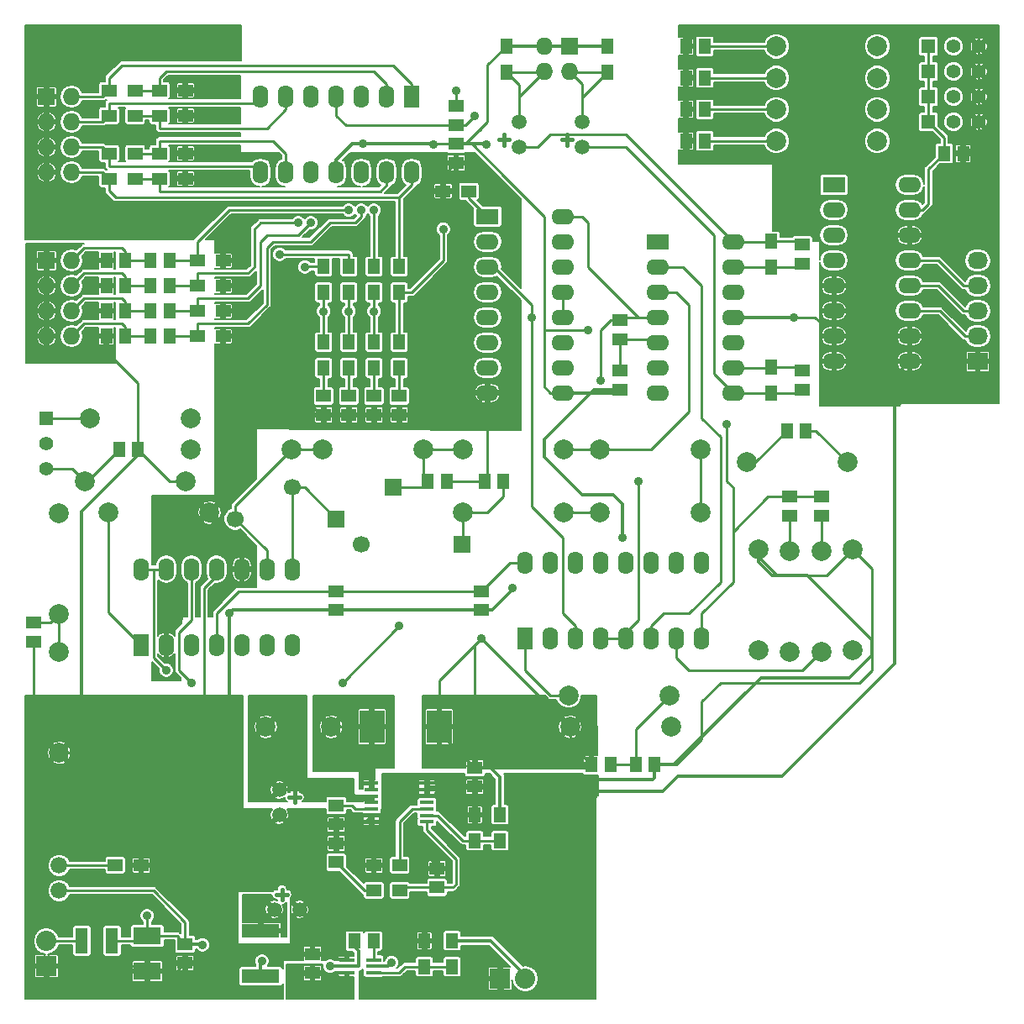
<source format=gtl>
%FSLAX34Y34*%
G04 Gerber Fmt 3.4, Leading zero omitted, Abs format*
G04 (created by PCBNEW (2014-jan-25)-product) date sø. 22. mars 2015 kl. 21.03 +0100*
%MOIN*%
G01*
G70*
G90*
G04 APERTURE LIST*
%ADD10C,0.005906*%
%ADD11C,0.015000*%
%ADD12C,0.059100*%
%ADD13R,0.098400X0.129900*%
%ADD14C,0.066900*%
%ADD15R,0.066900X0.066900*%
%ADD16R,0.110000X0.070000*%
%ADD17C,0.066000*%
%ADD18R,0.050000X0.100000*%
%ADD19R,0.062000X0.090000*%
%ADD20O,0.062000X0.090000*%
%ADD21R,0.090000X0.062000*%
%ADD22O,0.090000X0.062000*%
%ADD23R,0.055000X0.055000*%
%ADD24C,0.055000*%
%ADD25R,0.150000X0.055000*%
%ADD26C,0.078700*%
%ADD27R,0.059100X0.015700*%
%ADD28R,0.055118X0.015748*%
%ADD29R,0.068000X0.068000*%
%ADD30O,0.068000X0.068000*%
%ADD31R,0.059100X0.047200*%
%ADD32R,0.051200X0.059000*%
%ADD33R,0.059000X0.051200*%
%ADD34R,0.047200X0.059100*%
%ADD35R,0.080000X0.080000*%
%ADD36O,0.080000X0.080000*%
%ADD37R,0.080000X0.068000*%
%ADD38O,0.080000X0.068000*%
%ADD39C,0.035000*%
%ADD40C,0.010000*%
%ADD41C,0.013780*%
%ADD42C,0.005000*%
G04 APERTURE END LIST*
G54D10*
G54D11*
X21350Y-39580D02*
X21350Y-40000D01*
X21550Y-39800D02*
X21140Y-39800D01*
X32150Y-13920D02*
X32150Y-13500D01*
X31950Y-13700D02*
X32360Y-13700D01*
X29650Y-13920D02*
X29650Y-13500D01*
X29450Y-13700D02*
X29860Y-13700D01*
X20630Y-43650D02*
X21050Y-43650D01*
X20850Y-43450D02*
X20850Y-43860D01*
G54D12*
X20750Y-40500D03*
X20750Y-39500D03*
X32750Y-13000D03*
X32750Y-14000D03*
X30250Y-13000D03*
X30250Y-14000D03*
G54D13*
X24411Y-37000D03*
X27089Y-37000D03*
G54D14*
X19000Y-28750D03*
G54D15*
X23000Y-28750D03*
G54D14*
X24000Y-29750D03*
G54D15*
X28000Y-29750D03*
G54D14*
X21250Y-27500D03*
G54D15*
X25250Y-27500D03*
G54D16*
X15500Y-45300D03*
X15500Y-46700D03*
G54D17*
X12000Y-43500D03*
X12000Y-42500D03*
G54D18*
X12900Y-45500D03*
X14100Y-45500D03*
G54D19*
X30500Y-33500D03*
G54D20*
X31500Y-33500D03*
X32500Y-33500D03*
X33500Y-33500D03*
X34500Y-33500D03*
X35500Y-33500D03*
X36500Y-33500D03*
X37500Y-33500D03*
X37500Y-30500D03*
X36500Y-30500D03*
X35500Y-30500D03*
X34500Y-30500D03*
X33500Y-30500D03*
X32500Y-30500D03*
X31500Y-30500D03*
X30500Y-30500D03*
G54D21*
X29000Y-16750D03*
G54D22*
X29000Y-17750D03*
X29000Y-18750D03*
X29000Y-19750D03*
X29000Y-20750D03*
X29000Y-21750D03*
X29000Y-22750D03*
X29000Y-23750D03*
X32000Y-23750D03*
X32000Y-22750D03*
X32000Y-21750D03*
X32000Y-20750D03*
X32000Y-19750D03*
X32000Y-18750D03*
X32000Y-17750D03*
X32000Y-16750D03*
G54D23*
X11500Y-24750D03*
G54D24*
X11500Y-25750D03*
X11500Y-26750D03*
G54D23*
X46500Y-10000D03*
G54D24*
X47500Y-10000D03*
X48500Y-10000D03*
G54D23*
X46500Y-11000D03*
G54D24*
X47500Y-11000D03*
X48500Y-11000D03*
G54D23*
X46500Y-12000D03*
G54D24*
X47500Y-12000D03*
X48500Y-12000D03*
G54D23*
X46500Y-13000D03*
G54D24*
X47500Y-13000D03*
X48500Y-13000D03*
G54D25*
X20000Y-46900D03*
X20000Y-45100D03*
G54D26*
X20201Y-37000D03*
X22799Y-37000D03*
X17219Y-24750D03*
X13219Y-24750D03*
X13031Y-27250D03*
X17031Y-27250D03*
X12000Y-28531D03*
X12000Y-32531D03*
X12000Y-34031D03*
X12000Y-38031D03*
X17969Y-28500D03*
X13969Y-28500D03*
X21219Y-26000D03*
X17219Y-26000D03*
X26469Y-26000D03*
X22469Y-26000D03*
X36219Y-35750D03*
X32219Y-35750D03*
X28031Y-28500D03*
X32031Y-28500D03*
X28031Y-26000D03*
X32031Y-26000D03*
X37469Y-28500D03*
X33469Y-28500D03*
X37469Y-26000D03*
X33469Y-26000D03*
X39750Y-33969D03*
X39750Y-29969D03*
X43500Y-33969D03*
X43500Y-29969D03*
X41000Y-30031D03*
X41000Y-34031D03*
X42250Y-30031D03*
X42250Y-34031D03*
X32281Y-37000D03*
X36281Y-37000D03*
X39281Y-26500D03*
X43281Y-26500D03*
G54D19*
X15250Y-33750D03*
G54D20*
X16250Y-33750D03*
X17250Y-33750D03*
X18250Y-33750D03*
X19250Y-33750D03*
X20250Y-33750D03*
X21250Y-33750D03*
X21250Y-30750D03*
X20250Y-30750D03*
X19250Y-30750D03*
X18250Y-30750D03*
X17250Y-30750D03*
X16250Y-30750D03*
X15250Y-30750D03*
G54D27*
X23426Y-46244D03*
X23426Y-46500D03*
X23426Y-46756D03*
X24474Y-46756D03*
X24474Y-46500D03*
X24474Y-46244D03*
G54D28*
X24400Y-39240D03*
X24400Y-39490D03*
X24400Y-39750D03*
X24400Y-40000D03*
X24400Y-40260D03*
X24400Y-40515D03*
X24400Y-40770D03*
X26600Y-40770D03*
X26600Y-40515D03*
X26600Y-40260D03*
X26600Y-40000D03*
X26600Y-39745D03*
X26600Y-39490D03*
X26600Y-39235D03*
G54D21*
X35750Y-17750D03*
G54D22*
X35750Y-18750D03*
X35750Y-19750D03*
X35750Y-20750D03*
X35750Y-21750D03*
X35750Y-22750D03*
X35750Y-23750D03*
X38750Y-23750D03*
X38750Y-22750D03*
X38750Y-21750D03*
X38750Y-20750D03*
X38750Y-19750D03*
X38750Y-18750D03*
X38750Y-17750D03*
G54D19*
X26000Y-12000D03*
G54D20*
X25000Y-12000D03*
X24000Y-12000D03*
X23000Y-12000D03*
X22000Y-12000D03*
X21000Y-12000D03*
X20000Y-12000D03*
X20000Y-15000D03*
X21000Y-15000D03*
X22000Y-15000D03*
X23000Y-15000D03*
X24000Y-15000D03*
X25000Y-15000D03*
X26000Y-15000D03*
G54D21*
X42750Y-15500D03*
G54D22*
X42750Y-16500D03*
X42750Y-17500D03*
X42750Y-18500D03*
X42750Y-19500D03*
X42750Y-20500D03*
X42750Y-21500D03*
X42750Y-22500D03*
X45750Y-22500D03*
X45750Y-21500D03*
X45750Y-20500D03*
X45750Y-19500D03*
X45750Y-18500D03*
X45750Y-17500D03*
X45750Y-16500D03*
X45750Y-15500D03*
G54D29*
X11500Y-12000D03*
G54D30*
X11500Y-13000D03*
X11500Y-14000D03*
X11500Y-15000D03*
X12500Y-15000D03*
X12500Y-14000D03*
X12500Y-13000D03*
X12500Y-12000D03*
G54D29*
X11500Y-18500D03*
G54D30*
X11500Y-19500D03*
X11500Y-20500D03*
X11500Y-21500D03*
X12500Y-21500D03*
X12500Y-20500D03*
X12500Y-19500D03*
X12500Y-18500D03*
G54D31*
X17488Y-18500D03*
X18512Y-18500D03*
X17488Y-19500D03*
X18512Y-19500D03*
X17488Y-20500D03*
X18512Y-20500D03*
X17488Y-21500D03*
X18512Y-21500D03*
G54D32*
X14375Y-26000D03*
X15125Y-26000D03*
G54D33*
X11000Y-32875D03*
X11000Y-33625D03*
X27750Y-13125D03*
X27750Y-12375D03*
X27750Y-14625D03*
X27750Y-13875D03*
X34250Y-20875D03*
X34250Y-21625D03*
X34250Y-22875D03*
X34250Y-23625D03*
G54D32*
X33125Y-38500D03*
X33875Y-38500D03*
X34875Y-38500D03*
X35625Y-38500D03*
G54D33*
X28750Y-31625D03*
X28750Y-32375D03*
X23000Y-31625D03*
X23000Y-32375D03*
X22050Y-46775D03*
X22050Y-46025D03*
G54D32*
X23725Y-45500D03*
X24475Y-45500D03*
G54D33*
X23000Y-42375D03*
X23000Y-41625D03*
X23000Y-40125D03*
X23000Y-40875D03*
X27000Y-43375D03*
X27000Y-42625D03*
X28500Y-38625D03*
X28500Y-39375D03*
G54D32*
X29625Y-27250D03*
X28875Y-27250D03*
X26625Y-27250D03*
X27375Y-27250D03*
G54D33*
X41000Y-28625D03*
X41000Y-27875D03*
X42250Y-28625D03*
X42250Y-27875D03*
G54D32*
X40875Y-25250D03*
X41625Y-25250D03*
G54D33*
X24500Y-23875D03*
X24500Y-24625D03*
X23500Y-24625D03*
X23500Y-23875D03*
X41500Y-23625D03*
X41500Y-22875D03*
X22500Y-23875D03*
X22500Y-24625D03*
X25500Y-24625D03*
X25500Y-23875D03*
X41500Y-17875D03*
X41500Y-18625D03*
G54D32*
X14625Y-18500D03*
X13875Y-18500D03*
X14625Y-19500D03*
X13875Y-19500D03*
X16375Y-18500D03*
X15625Y-18500D03*
X16375Y-19500D03*
X15625Y-19500D03*
X14625Y-20500D03*
X13875Y-20500D03*
X14625Y-21500D03*
X13875Y-21500D03*
X16375Y-20500D03*
X15625Y-20500D03*
X16375Y-21500D03*
X15625Y-21500D03*
X47125Y-14250D03*
X47875Y-14250D03*
X37625Y-10000D03*
X36875Y-10000D03*
G54D34*
X27600Y-45488D03*
X27600Y-46512D03*
X26500Y-46512D03*
X26500Y-45488D03*
G54D31*
X25512Y-43500D03*
X24488Y-43500D03*
X25512Y-42500D03*
X24488Y-42500D03*
G54D34*
X29500Y-40488D03*
X29500Y-41512D03*
X28500Y-41512D03*
X28500Y-40488D03*
G54D31*
X15988Y-11750D03*
X17012Y-11750D03*
X15988Y-12750D03*
X17012Y-12750D03*
X13988Y-11750D03*
X15012Y-11750D03*
X13988Y-12750D03*
X15012Y-12750D03*
X15988Y-14250D03*
X17012Y-14250D03*
X15988Y-15250D03*
X17012Y-15250D03*
X13988Y-14250D03*
X15012Y-14250D03*
X13988Y-15250D03*
X15012Y-15250D03*
G54D34*
X24500Y-19762D03*
X24500Y-18738D03*
X23500Y-19762D03*
X23500Y-18738D03*
X24500Y-22762D03*
X24500Y-21738D03*
X23500Y-21738D03*
X23500Y-22762D03*
X40250Y-23762D03*
X40250Y-22738D03*
X22500Y-19762D03*
X22500Y-18738D03*
X25500Y-19762D03*
X25500Y-18738D03*
X22500Y-22762D03*
X22500Y-21738D03*
X25500Y-21738D03*
X25500Y-22762D03*
X40250Y-17738D03*
X40250Y-18762D03*
G54D31*
X14238Y-42500D03*
X15262Y-42500D03*
G54D34*
X29750Y-11012D03*
X29750Y-9988D03*
X33750Y-11012D03*
X33750Y-9988D03*
G54D31*
X27238Y-15750D03*
X28262Y-15750D03*
G54D12*
X21550Y-44250D03*
X20550Y-44250D03*
G54D33*
X17000Y-45625D03*
X17000Y-46375D03*
G54D26*
X44469Y-10000D03*
X40469Y-10000D03*
X44469Y-11250D03*
X40469Y-11250D03*
X44469Y-12500D03*
X40469Y-12500D03*
X44469Y-13750D03*
X40469Y-13750D03*
G54D32*
X37625Y-11250D03*
X36875Y-11250D03*
X37625Y-12500D03*
X36875Y-12500D03*
X37625Y-13750D03*
X36875Y-13750D03*
G54D35*
X29500Y-47000D03*
G54D36*
X30500Y-47000D03*
G54D29*
X32250Y-10000D03*
G54D30*
X31250Y-10000D03*
X31250Y-11000D03*
X32250Y-11000D03*
G54D37*
X48450Y-22500D03*
G54D38*
X48450Y-21500D03*
X48450Y-20500D03*
X48450Y-19500D03*
X48450Y-18500D03*
G54D35*
X11500Y-46500D03*
G54D36*
X11500Y-45500D03*
G54D39*
X37250Y-14400D03*
X42400Y-14400D03*
X37400Y-9350D03*
X24050Y-13850D03*
X26850Y-13900D03*
X28950Y-13900D03*
X34350Y-29500D03*
X41150Y-20750D03*
X28550Y-42600D03*
X17000Y-47050D03*
X16200Y-43150D03*
X16100Y-44500D03*
X15450Y-43900D03*
X16850Y-43750D03*
X22050Y-45450D03*
X25850Y-45500D03*
X25450Y-40050D03*
X27500Y-39400D03*
X13250Y-18500D03*
X13250Y-19500D03*
X13250Y-20500D03*
X13250Y-21500D03*
X33000Y-21250D03*
X18750Y-32500D03*
X30000Y-31500D03*
X24500Y-41750D03*
X26250Y-41750D03*
X28750Y-33500D03*
X28500Y-12750D03*
X33500Y-23250D03*
X29000Y-25050D03*
X18500Y-22750D03*
X27750Y-20000D03*
X29850Y-20250D03*
X27750Y-22250D03*
X19250Y-19500D03*
X19250Y-18500D03*
X19250Y-20500D03*
X19250Y-21500D03*
X17750Y-11750D03*
X17750Y-12750D03*
X17750Y-14250D03*
X17750Y-15250D03*
X27750Y-11750D03*
X27750Y-16500D03*
X38500Y-25000D03*
X25200Y-46350D03*
X21350Y-46800D03*
X17700Y-45650D03*
X15500Y-44500D03*
X20050Y-46300D03*
X22750Y-46500D03*
X35000Y-27250D03*
X23500Y-16500D03*
X21500Y-17000D03*
X22000Y-17000D03*
X24000Y-16500D03*
X30750Y-20750D03*
X16250Y-34750D03*
X24500Y-20512D03*
X23500Y-20512D03*
X22500Y-20512D03*
X27250Y-17250D03*
X24500Y-16500D03*
X21750Y-18750D03*
X20750Y-18250D03*
X17250Y-35250D03*
X23250Y-35250D03*
X25500Y-33000D03*
G54D40*
X13125Y-27250D02*
X14375Y-26000D01*
X13031Y-27250D02*
X13125Y-27250D01*
X12531Y-26750D02*
X13031Y-27250D01*
X11500Y-26750D02*
X12531Y-26750D01*
G54D41*
X15125Y-26000D02*
X15125Y-26225D01*
X15125Y-26225D02*
X12900Y-28450D01*
X12900Y-37131D02*
X12000Y-38031D01*
X12900Y-28450D02*
X12900Y-37131D01*
X30000Y-31500D02*
X30000Y-31550D01*
X29175Y-32375D02*
X28750Y-32375D01*
X30000Y-31550D02*
X29175Y-32375D01*
X23000Y-32375D02*
X28750Y-32375D01*
X23000Y-32375D02*
X18875Y-32375D01*
X18875Y-32375D02*
X18750Y-32500D01*
X18750Y-32500D02*
X18750Y-40600D01*
X18750Y-40600D02*
X16200Y-43150D01*
X35625Y-38500D02*
X36400Y-38500D01*
X39750Y-30450D02*
X39750Y-29969D01*
X40300Y-31000D02*
X39750Y-30450D01*
X41700Y-31000D02*
X40300Y-31000D01*
X44250Y-33550D02*
X41700Y-31000D01*
X44250Y-34150D02*
X44250Y-33550D01*
X43350Y-35050D02*
X44250Y-34150D01*
X39850Y-35050D02*
X43350Y-35050D01*
X36400Y-38500D02*
X39850Y-35050D01*
X29500Y-47000D02*
X29500Y-47450D01*
X45150Y-23100D02*
X45750Y-22500D01*
X45150Y-34500D02*
X45150Y-23100D01*
X40700Y-38950D02*
X45150Y-34500D01*
X36550Y-38950D02*
X40700Y-38950D01*
X35950Y-39550D02*
X36550Y-38950D01*
X33150Y-39550D02*
X35950Y-39550D01*
X33050Y-39650D02*
X33150Y-39550D01*
X33050Y-47550D02*
X33050Y-39650D01*
X32900Y-47700D02*
X33050Y-47550D01*
X29750Y-47700D02*
X32900Y-47700D01*
X29500Y-47450D02*
X29750Y-47700D01*
X29500Y-47000D02*
X29500Y-47350D01*
X29500Y-47350D02*
X29750Y-47600D01*
X35625Y-39025D02*
X35625Y-38500D01*
X35550Y-39100D02*
X35625Y-39025D01*
X33250Y-39100D02*
X35550Y-39100D01*
X33000Y-39350D02*
X33250Y-39100D01*
X33000Y-47500D02*
X33000Y-39350D01*
X32800Y-47700D02*
X33000Y-47500D01*
X29900Y-47700D02*
X32800Y-47700D01*
X29800Y-47600D02*
X29900Y-47700D01*
X29750Y-47600D02*
X29800Y-47600D01*
X42400Y-14400D02*
X37250Y-14400D01*
X37250Y-14400D02*
X36875Y-14025D01*
X36875Y-10000D02*
X36875Y-9875D01*
X36875Y-9875D02*
X37400Y-9350D01*
X36875Y-13750D02*
X36875Y-14025D01*
X23000Y-15000D02*
X23000Y-14500D01*
X23000Y-14500D02*
X23650Y-13850D01*
X23650Y-13850D02*
X24050Y-13850D01*
X23000Y-14500D02*
X23625Y-13875D01*
X23625Y-13875D02*
X26825Y-13875D01*
X26825Y-13875D02*
X26850Y-13900D01*
X27750Y-13875D02*
X28925Y-13875D01*
X28925Y-13875D02*
X28950Y-13900D01*
X32250Y-10000D02*
X33738Y-10000D01*
X33738Y-10000D02*
X33750Y-9988D01*
X32250Y-10000D02*
X31250Y-10000D01*
X29750Y-9988D02*
X31238Y-9988D01*
X31238Y-9988D02*
X31250Y-10000D01*
X32000Y-23750D02*
X34125Y-23750D01*
X34125Y-23750D02*
X34250Y-23625D01*
X34250Y-23625D02*
X33225Y-23625D01*
X33225Y-23625D02*
X31250Y-25600D01*
X31250Y-25600D02*
X31250Y-26300D01*
X31250Y-26300D02*
X32750Y-27800D01*
X32750Y-27800D02*
X34000Y-27800D01*
X34000Y-27800D02*
X34350Y-28150D01*
X34350Y-28150D02*
X34350Y-29350D01*
X34350Y-29350D02*
X34350Y-29500D01*
X38750Y-20750D02*
X41150Y-20750D01*
X17000Y-47050D02*
X17000Y-46375D01*
X16050Y-44500D02*
X16100Y-44500D01*
X15450Y-43900D02*
X16050Y-44500D01*
X16200Y-43150D02*
X15550Y-42500D01*
X26500Y-45488D02*
X25862Y-45488D01*
X22050Y-45450D02*
X22050Y-46025D01*
X25862Y-45488D02*
X25850Y-45500D01*
X15262Y-42500D02*
X15550Y-42500D01*
X26600Y-39745D02*
X25755Y-39745D01*
X25755Y-39745D02*
X25450Y-40050D01*
X24400Y-40515D02*
X24985Y-40515D01*
X24985Y-40515D02*
X25755Y-39745D01*
X28500Y-39375D02*
X27525Y-39375D01*
X27525Y-39375D02*
X27500Y-39400D01*
X23000Y-40875D02*
X21125Y-40875D01*
X21125Y-40875D02*
X20750Y-40500D01*
G54D40*
X23625Y-13875D02*
X23000Y-14500D01*
X27750Y-13875D02*
X23625Y-13875D01*
X13250Y-19500D02*
X13875Y-19500D01*
X13875Y-18500D02*
X13250Y-18500D01*
X13875Y-20500D02*
X13250Y-20500D01*
X13250Y-21500D02*
X13875Y-21500D01*
X28375Y-13875D02*
X29750Y-15250D01*
X29750Y-15250D02*
X31250Y-16750D01*
X31250Y-21250D02*
X31250Y-23500D01*
X31250Y-16750D02*
X31250Y-21250D01*
X31250Y-23500D02*
X31500Y-23750D01*
X31500Y-23750D02*
X32000Y-23750D01*
X27750Y-13875D02*
X28375Y-13875D01*
X28125Y-13875D02*
X28750Y-13250D01*
X28125Y-13875D02*
X28750Y-13250D01*
X29000Y-13000D02*
X29000Y-10738D01*
X29000Y-10738D02*
X29750Y-9988D01*
X28125Y-13875D02*
X29000Y-13000D01*
X27750Y-13875D02*
X28125Y-13875D01*
X33738Y-10000D02*
X33750Y-9988D01*
X31250Y-10000D02*
X33738Y-10000D01*
X31238Y-9988D02*
X31250Y-10000D01*
X33000Y-21250D02*
X31250Y-21250D01*
X34125Y-23750D02*
X34250Y-23625D01*
X45750Y-21500D02*
X45750Y-22500D01*
X42000Y-20750D02*
X42250Y-21000D01*
X42250Y-21000D02*
X44750Y-21000D01*
X44750Y-21000D02*
X45250Y-21500D01*
X45250Y-21500D02*
X45750Y-21500D01*
X38750Y-20750D02*
X42000Y-20750D01*
X15125Y-23375D02*
X13875Y-22125D01*
X13875Y-22125D02*
X13875Y-21500D01*
X15125Y-26000D02*
X15125Y-23375D01*
X16375Y-27250D02*
X15125Y-26000D01*
X17031Y-27250D02*
X16375Y-27250D01*
X11000Y-37031D02*
X12000Y-38031D01*
X11000Y-33625D02*
X11000Y-37031D01*
X16469Y-38031D02*
X12000Y-38031D01*
X17750Y-36750D02*
X16469Y-38031D01*
X17750Y-31500D02*
X17750Y-36750D01*
X18250Y-31000D02*
X17750Y-31500D01*
X18250Y-30750D02*
X18250Y-31000D01*
X18875Y-32375D02*
X18750Y-32500D01*
X36500Y-38500D02*
X37500Y-37500D01*
X37500Y-37500D02*
X37500Y-36000D01*
X37500Y-36000D02*
X38250Y-35250D01*
X38250Y-35250D02*
X43750Y-35250D01*
X43750Y-35250D02*
X44250Y-34750D01*
X44250Y-34750D02*
X44250Y-30719D01*
X44250Y-30719D02*
X43500Y-29969D01*
X35625Y-38500D02*
X36500Y-38500D01*
X40500Y-31000D02*
X42469Y-31000D01*
X42469Y-31000D02*
X43500Y-29969D01*
X39750Y-30250D02*
X40500Y-31000D01*
X39750Y-29969D02*
X39750Y-30250D01*
X15262Y-41293D02*
X12000Y-38031D01*
X15262Y-42500D02*
X15262Y-41293D01*
X15300Y-46500D02*
X15500Y-46700D01*
X11500Y-46500D02*
X15300Y-46500D01*
X16675Y-46700D02*
X17000Y-46375D01*
X15500Y-46700D02*
X16675Y-46700D01*
X26625Y-39720D02*
X26600Y-39745D01*
X26625Y-39490D02*
X26625Y-39720D01*
X26740Y-39375D02*
X26625Y-39490D01*
X28500Y-39375D02*
X26740Y-39375D01*
X26600Y-39490D02*
X26600Y-39235D01*
X28500Y-39375D02*
X28500Y-40488D01*
X24145Y-40770D02*
X24400Y-40515D01*
X23105Y-40770D02*
X24145Y-40770D01*
X23000Y-40875D02*
X23105Y-40770D01*
X23000Y-41625D02*
X23000Y-40875D01*
X23625Y-40875D02*
X24488Y-41738D01*
X24488Y-41738D02*
X24488Y-42500D01*
X23000Y-40875D02*
X23625Y-40875D01*
X24985Y-40515D02*
X25755Y-39745D01*
X25755Y-39745D02*
X26600Y-39745D01*
X23613Y-40875D02*
X23000Y-40875D01*
X24488Y-41750D02*
X23613Y-40875D01*
X24500Y-41750D02*
X24488Y-41750D01*
X27000Y-42500D02*
X26250Y-41750D01*
X27000Y-42625D02*
X27000Y-42500D01*
X26500Y-45488D02*
X26512Y-45488D01*
X45750Y-17500D02*
X46300Y-17500D01*
X47875Y-15925D02*
X47875Y-14250D01*
X46300Y-17500D02*
X47875Y-15925D01*
X43250Y-19500D02*
X45250Y-17500D01*
X45250Y-17500D02*
X45750Y-17500D01*
X42750Y-19500D02*
X43250Y-19500D01*
X36875Y-12500D02*
X36875Y-13750D01*
X36875Y-11250D02*
X36875Y-12500D01*
X36875Y-10000D02*
X36875Y-11250D01*
X48250Y-14000D02*
X47875Y-14250D01*
X48500Y-13000D02*
X48500Y-13750D01*
X48500Y-13750D02*
X48250Y-14000D01*
X48500Y-12000D02*
X48500Y-13000D01*
X48500Y-11000D02*
X48500Y-12000D01*
X37500Y-9250D02*
X48250Y-9250D01*
X36875Y-9875D02*
X37500Y-9250D01*
X48500Y-9500D02*
X48500Y-11000D01*
X48250Y-9250D02*
X48500Y-9500D01*
X12000Y-32531D02*
X12000Y-34031D01*
X11656Y-32875D02*
X12000Y-32531D01*
X11000Y-32875D02*
X11656Y-32875D01*
G54D41*
X28500Y-38625D02*
X29125Y-38625D01*
X29125Y-38625D02*
X29500Y-39000D01*
X29500Y-39000D02*
X29500Y-40488D01*
X27089Y-37000D02*
X27089Y-37214D01*
X27089Y-37214D02*
X28500Y-38625D01*
G54D40*
X35000Y-20750D02*
X33000Y-18750D01*
X33000Y-18750D02*
X33000Y-17000D01*
X33000Y-17000D02*
X32750Y-16750D01*
X32750Y-16750D02*
X32000Y-16750D01*
X35750Y-20750D02*
X35000Y-20750D01*
X34375Y-20750D02*
X34250Y-20875D01*
X35750Y-20750D02*
X34375Y-20750D01*
X29875Y-30500D02*
X28750Y-31625D01*
X30500Y-30500D02*
X29875Y-30500D01*
X23000Y-31625D02*
X28750Y-31625D01*
X19125Y-31625D02*
X18250Y-32500D01*
X18250Y-32500D02*
X18250Y-33750D01*
X23000Y-31625D02*
X19125Y-31625D01*
X32250Y-37000D02*
X28750Y-33500D01*
X32281Y-37000D02*
X32250Y-37000D01*
X28125Y-13125D02*
X27750Y-13125D01*
X28500Y-12750D02*
X28125Y-13125D01*
X23000Y-12750D02*
X23375Y-13125D01*
X23000Y-12000D02*
X23000Y-12750D01*
X23000Y-12750D02*
X23000Y-12000D01*
X23375Y-13125D02*
X23000Y-12750D01*
X27750Y-13125D02*
X23375Y-13125D01*
X32281Y-37656D02*
X33125Y-38500D01*
X32281Y-37000D02*
X32281Y-37656D01*
X27089Y-37214D02*
X28500Y-38625D01*
X29500Y-39000D02*
X29125Y-38625D01*
X29500Y-40488D02*
X29500Y-39000D01*
X33000Y-38625D02*
X33125Y-38500D01*
X28500Y-38625D02*
X33000Y-38625D01*
X30656Y-38625D02*
X32281Y-37000D01*
X28500Y-38625D02*
X30656Y-38625D01*
X28500Y-33750D02*
X28750Y-33500D01*
X28500Y-38625D02*
X28500Y-33750D01*
X27089Y-35161D02*
X28750Y-33500D01*
X27089Y-37000D02*
X27089Y-35161D01*
X33500Y-23250D02*
X33500Y-21250D01*
X33500Y-21250D02*
X33875Y-20875D01*
X33875Y-20875D02*
X34250Y-20875D01*
G54D41*
X29000Y-23750D02*
X29000Y-25050D01*
X18512Y-21500D02*
X18512Y-22738D01*
X18512Y-22738D02*
X18500Y-22750D01*
X27750Y-20000D02*
X28400Y-20000D01*
X28650Y-20250D02*
X29850Y-20250D01*
X28400Y-20000D02*
X28650Y-20250D01*
X27750Y-16500D02*
X27750Y-20000D01*
X27750Y-22250D02*
X27750Y-23250D01*
X27750Y-20000D02*
X27750Y-22250D01*
X29000Y-23750D02*
X28250Y-23750D01*
X28250Y-23750D02*
X27750Y-23250D01*
G54D40*
X19250Y-19500D02*
X18512Y-19500D01*
X18512Y-18500D02*
X19250Y-18500D01*
X18512Y-20500D02*
X19250Y-20500D01*
X19250Y-21500D02*
X18512Y-21500D01*
X17750Y-12750D02*
X17012Y-12750D01*
X17012Y-11750D02*
X17750Y-11750D01*
X17012Y-14250D02*
X17750Y-14250D01*
X17012Y-15250D02*
X17750Y-15250D01*
X27750Y-12375D02*
X27750Y-11750D01*
X21500Y-23750D02*
X19250Y-21500D01*
X22500Y-24625D02*
X22375Y-24500D01*
X23500Y-24625D02*
X22500Y-24625D01*
X24500Y-24625D02*
X23500Y-24625D01*
X25500Y-24625D02*
X24500Y-24625D01*
X22375Y-24625D02*
X19250Y-21500D01*
X22500Y-24625D02*
X22375Y-24625D01*
X28125Y-24625D02*
X29000Y-23750D01*
X25500Y-24625D02*
X28125Y-24625D01*
X38750Y-21750D02*
X39000Y-21750D01*
X27238Y-15137D02*
X27750Y-14625D01*
X27238Y-15750D02*
X27238Y-15137D01*
X27750Y-23250D02*
X28250Y-23750D01*
X27238Y-15988D02*
X27750Y-16500D01*
X27238Y-15750D02*
X27238Y-15988D01*
X35625Y-21625D02*
X35750Y-21750D01*
X34250Y-21625D02*
X35625Y-21625D01*
X34250Y-22875D02*
X34250Y-21625D01*
X18512Y-27957D02*
X17969Y-28500D01*
X18512Y-21500D02*
X18512Y-27957D01*
X29000Y-27125D02*
X29000Y-23750D01*
X28875Y-27250D02*
X29000Y-27125D01*
X27375Y-27250D02*
X28875Y-27250D01*
X19250Y-30000D02*
X19250Y-30750D01*
X17969Y-28719D02*
X19250Y-30000D01*
X17969Y-28500D02*
X17969Y-28719D01*
X16750Y-29500D02*
X16750Y-32750D01*
X16750Y-32750D02*
X16250Y-33250D01*
X16250Y-33250D02*
X16250Y-33750D01*
X17750Y-28500D02*
X16750Y-29500D01*
X17969Y-28500D02*
X17750Y-28500D01*
X41000Y-27875D02*
X42250Y-27875D01*
X40125Y-27875D02*
X41000Y-27875D01*
X38750Y-29250D02*
X40125Y-27875D01*
X38750Y-31250D02*
X38750Y-29250D01*
X37500Y-32500D02*
X38750Y-31250D01*
X37500Y-33500D02*
X37500Y-32500D01*
X40125Y-27875D02*
X41000Y-27875D01*
X38750Y-27500D02*
X38500Y-27250D01*
X38500Y-27250D02*
X38500Y-25000D01*
X38750Y-29250D02*
X38750Y-27500D01*
X33875Y-38500D02*
X34875Y-38500D01*
X34875Y-37094D02*
X36219Y-35750D01*
X34875Y-38500D02*
X34875Y-37094D01*
G54D41*
X20750Y-39500D02*
X23500Y-39500D01*
X23500Y-39500D02*
X23900Y-39900D01*
X23900Y-39900D02*
X24400Y-39900D01*
X24474Y-46500D02*
X25050Y-46500D01*
X25050Y-46500D02*
X25200Y-46350D01*
X17000Y-45625D02*
X17675Y-45625D01*
X21375Y-46775D02*
X22050Y-46775D01*
X21350Y-46800D02*
X21375Y-46775D01*
X17675Y-45625D02*
X17700Y-45650D01*
G54D40*
X15300Y-45500D02*
X15500Y-45300D01*
X14100Y-45500D02*
X15300Y-45500D01*
X16675Y-45300D02*
X17000Y-45625D01*
X15500Y-45300D02*
X16675Y-45300D01*
X17000Y-44750D02*
X15750Y-43500D01*
X15750Y-43500D02*
X12000Y-43500D01*
X17000Y-45625D02*
X17000Y-44750D01*
X15500Y-44500D02*
X15500Y-45300D01*
X24400Y-40000D02*
X24400Y-39900D01*
X24400Y-39900D02*
X24400Y-39750D01*
X23750Y-39750D02*
X23500Y-39500D01*
X24400Y-39750D02*
X23750Y-39750D01*
X17125Y-45625D02*
X17000Y-45625D01*
G54D41*
X23426Y-46500D02*
X23900Y-46500D01*
X23900Y-45900D02*
X23725Y-45725D01*
X23900Y-46500D02*
X23900Y-45900D01*
X23725Y-45725D02*
X23725Y-45500D01*
X23426Y-46500D02*
X22750Y-46500D01*
X20000Y-46350D02*
X20000Y-46900D01*
X20050Y-46300D02*
X20000Y-46350D01*
G54D40*
X20600Y-46900D02*
X20000Y-46900D01*
X24475Y-45500D02*
X24475Y-46243D01*
X24475Y-46243D02*
X24474Y-46244D01*
G54D41*
X20000Y-45100D02*
X20000Y-44800D01*
X20000Y-44800D02*
X20550Y-44250D01*
X30500Y-47000D02*
X30500Y-46850D01*
X30500Y-46850D02*
X29138Y-45488D01*
X29138Y-45488D02*
X27600Y-45488D01*
G54D40*
X24125Y-43500D02*
X23000Y-42375D01*
X24488Y-43500D02*
X24125Y-43500D01*
X23625Y-40125D02*
X23760Y-40260D01*
X23760Y-40260D02*
X24400Y-40260D01*
X23000Y-40125D02*
X23625Y-40125D01*
X26600Y-41100D02*
X27750Y-42250D01*
X27750Y-42250D02*
X27750Y-43250D01*
X27750Y-43250D02*
X27625Y-43375D01*
X27625Y-43375D02*
X27000Y-43375D01*
X26600Y-40770D02*
X26600Y-41100D01*
X25637Y-43375D02*
X25512Y-43500D01*
X27000Y-43375D02*
X25637Y-43375D01*
X29000Y-28500D02*
X29625Y-27875D01*
X29625Y-27875D02*
X29625Y-27250D01*
X28031Y-28500D02*
X29000Y-28500D01*
X28031Y-29719D02*
X28000Y-29750D01*
X28031Y-28500D02*
X28031Y-29719D01*
X26375Y-27500D02*
X26625Y-27250D01*
X25250Y-27500D02*
X26375Y-27500D01*
X26469Y-27094D02*
X26625Y-27250D01*
X26469Y-26000D02*
X26469Y-27094D01*
X26469Y-26000D02*
X28031Y-26000D01*
X41000Y-28625D02*
X41000Y-30031D01*
X42250Y-28625D02*
X42250Y-30031D01*
X39625Y-26500D02*
X40875Y-25250D01*
X39281Y-26500D02*
X39625Y-26500D01*
X37469Y-26000D02*
X37469Y-28500D01*
X34500Y-33250D02*
X34500Y-33500D01*
X35000Y-32750D02*
X34500Y-33250D01*
X35000Y-27250D02*
X35000Y-32750D01*
X35000Y-27250D02*
X35000Y-27250D01*
X34500Y-33500D02*
X33500Y-33500D01*
X42031Y-25250D02*
X43281Y-26500D01*
X41625Y-25250D02*
X42031Y-25250D01*
X24500Y-22762D02*
X24500Y-23875D01*
X23500Y-22762D02*
X23500Y-23875D01*
X34500Y-14000D02*
X38000Y-17500D01*
X38000Y-17500D02*
X38000Y-23000D01*
X38000Y-23000D02*
X38750Y-23750D01*
X32750Y-14000D02*
X34500Y-14000D01*
X40238Y-23750D02*
X40363Y-23625D01*
X38750Y-23750D02*
X40238Y-23750D01*
X41363Y-23762D02*
X41500Y-23625D01*
X40250Y-23762D02*
X41363Y-23762D01*
X40238Y-22750D02*
X40363Y-22875D01*
X38750Y-22750D02*
X40238Y-22750D01*
X41363Y-22738D02*
X41500Y-22875D01*
X40250Y-22738D02*
X41363Y-22738D01*
X22500Y-22762D02*
X22500Y-23875D01*
X25500Y-22762D02*
X25500Y-23875D01*
X31000Y-14000D02*
X31500Y-13500D01*
X31500Y-13500D02*
X34500Y-13500D01*
X34500Y-13500D02*
X38750Y-17750D01*
X30250Y-14000D02*
X31000Y-14000D01*
X40238Y-17750D02*
X40250Y-17738D01*
X38750Y-17750D02*
X40238Y-17750D01*
X41363Y-17738D02*
X41500Y-17875D01*
X40250Y-17738D02*
X41363Y-17738D01*
X32000Y-20750D02*
X32000Y-19750D01*
X40238Y-18750D02*
X40250Y-18762D01*
X38750Y-18750D02*
X40238Y-18750D01*
X41363Y-18762D02*
X41500Y-18625D01*
X40250Y-18762D02*
X41363Y-18762D01*
X32750Y-11500D02*
X32250Y-11000D01*
X32750Y-13000D02*
X32750Y-11500D01*
X32262Y-11012D02*
X32250Y-11000D01*
X33750Y-11012D02*
X32262Y-11012D01*
X32750Y-12012D02*
X33750Y-11012D01*
X32750Y-13000D02*
X32750Y-12012D01*
X30250Y-12000D02*
X31250Y-11000D01*
X30250Y-13000D02*
X30250Y-12000D01*
X31238Y-11012D02*
X31250Y-11000D01*
X29750Y-11012D02*
X31238Y-11012D01*
X30250Y-11512D02*
X29750Y-11012D01*
X30250Y-13000D02*
X30250Y-11512D01*
X14625Y-18500D02*
X15625Y-18500D01*
X14625Y-18125D02*
X14500Y-18000D01*
X14500Y-18000D02*
X13000Y-18000D01*
X13000Y-18000D02*
X12500Y-18500D01*
X14625Y-18500D02*
X14625Y-18125D01*
X14625Y-19500D02*
X15625Y-19500D01*
X14625Y-19125D02*
X14500Y-19000D01*
X14500Y-19000D02*
X13000Y-19000D01*
X13000Y-19000D02*
X12500Y-19500D01*
X14625Y-19500D02*
X14625Y-19125D01*
X16375Y-18500D02*
X17488Y-18500D01*
X17488Y-17762D02*
X18750Y-16500D01*
X18750Y-16500D02*
X23500Y-16500D01*
X17488Y-18500D02*
X17488Y-17762D01*
X16375Y-19500D02*
X17488Y-19500D01*
X17488Y-19012D02*
X17500Y-19000D01*
X17500Y-19000D02*
X19500Y-19000D01*
X19500Y-19000D02*
X19750Y-18750D01*
X19750Y-18750D02*
X19750Y-17250D01*
X19750Y-17250D02*
X20000Y-17000D01*
X20000Y-17000D02*
X21500Y-17000D01*
X17488Y-19500D02*
X17488Y-19012D01*
X14625Y-20500D02*
X15625Y-20500D01*
X14625Y-20125D02*
X14500Y-20000D01*
X14500Y-20000D02*
X13000Y-20000D01*
X13000Y-20000D02*
X12500Y-20500D01*
X14625Y-20500D02*
X14625Y-20125D01*
X14625Y-21500D02*
X15625Y-21500D01*
X14625Y-21125D02*
X14500Y-21000D01*
X14500Y-21000D02*
X13000Y-21000D01*
X13000Y-21000D02*
X12500Y-21500D01*
X14625Y-21500D02*
X14625Y-21125D01*
X16375Y-20500D02*
X17488Y-20500D01*
X17488Y-20012D02*
X17500Y-20000D01*
X17500Y-20000D02*
X19500Y-20000D01*
X19500Y-20000D02*
X20000Y-19500D01*
X20000Y-19500D02*
X20000Y-17750D01*
X20000Y-17750D02*
X20250Y-17500D01*
X20250Y-17500D02*
X21500Y-17500D01*
X21500Y-17500D02*
X22000Y-17000D01*
X17488Y-20500D02*
X17488Y-20012D01*
X16375Y-21500D02*
X17488Y-21500D01*
X17488Y-21012D02*
X17500Y-21000D01*
X17500Y-21000D02*
X19500Y-21000D01*
X19500Y-21000D02*
X20250Y-20250D01*
X20250Y-20250D02*
X20250Y-18000D01*
X20250Y-18000D02*
X20500Y-17750D01*
X20500Y-17750D02*
X22000Y-17750D01*
X22000Y-17750D02*
X22750Y-17000D01*
X22750Y-17000D02*
X23750Y-17000D01*
X23750Y-17000D02*
X24000Y-16750D01*
X24000Y-16750D02*
X24000Y-16500D01*
X17488Y-21500D02*
X17488Y-21012D01*
X47125Y-13625D02*
X47125Y-14250D01*
X46500Y-13000D02*
X47125Y-13625D01*
X46500Y-12000D02*
X46500Y-13000D01*
X46500Y-11000D02*
X46500Y-12000D01*
X46500Y-10000D02*
X46500Y-11000D01*
X46250Y-16500D02*
X46500Y-16250D01*
X46500Y-16250D02*
X46500Y-14875D01*
X46500Y-14875D02*
X47125Y-14250D01*
X45750Y-16500D02*
X46250Y-16500D01*
X22799Y-37000D02*
X24411Y-37000D01*
X24400Y-39240D02*
X24400Y-39490D01*
X24411Y-39229D02*
X24400Y-39240D01*
X24411Y-37000D02*
X24411Y-39229D01*
X21219Y-26000D02*
X22469Y-26000D01*
X19000Y-28219D02*
X21219Y-26000D01*
X19000Y-28750D02*
X19000Y-28219D01*
X20250Y-30000D02*
X20250Y-30750D01*
X19000Y-28750D02*
X20250Y-30000D01*
X21750Y-27500D02*
X23000Y-28750D01*
X21250Y-27500D02*
X21750Y-27500D01*
X21250Y-27500D02*
X21250Y-30750D01*
X12000Y-42500D02*
X14238Y-42500D01*
X11500Y-45500D02*
X12900Y-45500D01*
X30500Y-34750D02*
X31500Y-35750D01*
X31500Y-35750D02*
X32219Y-35750D01*
X30500Y-33500D02*
X30500Y-34750D01*
X29250Y-18750D02*
X29000Y-18750D01*
X30750Y-20250D02*
X29250Y-18750D01*
X30750Y-20750D02*
X30750Y-20250D01*
X15750Y-30750D02*
X16250Y-30750D01*
X15250Y-30750D02*
X15750Y-30750D01*
X15750Y-34250D02*
X16250Y-34750D01*
X15750Y-30750D02*
X15750Y-34250D01*
X30750Y-28250D02*
X32000Y-29500D01*
X32000Y-29500D02*
X32000Y-32500D01*
X32000Y-32500D02*
X32500Y-33000D01*
X32500Y-33000D02*
X32500Y-33500D01*
X30750Y-20750D02*
X30750Y-28250D01*
X36750Y-18750D02*
X37500Y-19500D01*
X37500Y-19500D02*
X37500Y-24750D01*
X37500Y-24750D02*
X38250Y-25500D01*
X38250Y-25500D02*
X38250Y-31250D01*
X38250Y-31250D02*
X37000Y-32500D01*
X37000Y-32500D02*
X36000Y-32500D01*
X36000Y-32500D02*
X35500Y-33000D01*
X35500Y-33000D02*
X35500Y-33500D01*
X35750Y-18750D02*
X36750Y-18750D01*
X41500Y-34750D02*
X37000Y-34750D01*
X37000Y-34750D02*
X36500Y-34250D01*
X36500Y-34250D02*
X36500Y-33500D01*
X42219Y-34031D02*
X41500Y-34750D01*
X42250Y-34031D02*
X42219Y-34031D01*
X28262Y-16012D02*
X29000Y-16750D01*
X28262Y-15750D02*
X28262Y-16012D01*
X24500Y-20512D02*
X24500Y-21738D01*
X24500Y-21738D02*
X24500Y-19762D01*
X24500Y-19762D02*
X24500Y-20512D01*
X23500Y-20512D02*
X23500Y-21738D01*
X23500Y-21738D02*
X23500Y-19762D01*
X23500Y-19762D02*
X23500Y-20512D01*
X22500Y-20512D02*
X22500Y-21738D01*
X22500Y-21738D02*
X22500Y-19762D01*
X22500Y-19762D02*
X22500Y-20512D01*
X25500Y-20512D02*
X25500Y-21738D01*
X25500Y-21738D02*
X25500Y-19762D01*
X25988Y-19762D02*
X27250Y-18500D01*
X27250Y-18500D02*
X27250Y-17250D01*
X25500Y-19762D02*
X25988Y-19762D01*
X11500Y-24750D02*
X13219Y-24750D01*
X45750Y-20500D02*
X46950Y-20500D01*
X47950Y-21500D02*
X48450Y-21500D01*
X46950Y-20500D02*
X47950Y-21500D01*
X45750Y-19500D02*
X46900Y-19500D01*
X47900Y-20500D02*
X48450Y-20500D01*
X46900Y-19500D02*
X47900Y-20500D01*
X45750Y-18500D02*
X46900Y-18500D01*
X47900Y-19500D02*
X48450Y-19500D01*
X46900Y-18500D02*
X47900Y-19500D01*
X13988Y-11262D02*
X14500Y-10750D01*
X14500Y-10750D02*
X25250Y-10750D01*
X25250Y-10750D02*
X26000Y-11500D01*
X26000Y-11500D02*
X26000Y-12000D01*
X13988Y-11750D02*
X13988Y-11262D01*
X24500Y-18738D02*
X24500Y-16500D01*
X13738Y-12000D02*
X13988Y-11750D01*
X12500Y-12000D02*
X13738Y-12000D01*
X19750Y-12250D02*
X20000Y-12000D01*
X13988Y-12262D02*
X14000Y-12250D01*
X14000Y-12250D02*
X19750Y-12250D01*
X13988Y-12750D02*
X13988Y-12262D01*
X21762Y-18738D02*
X21750Y-18750D01*
X22500Y-18738D02*
X21762Y-18738D01*
X13738Y-13000D02*
X13988Y-12750D01*
X12500Y-13000D02*
X13738Y-13000D01*
X19750Y-14750D02*
X20000Y-15000D01*
X13988Y-14738D02*
X14000Y-14750D01*
X14000Y-14750D02*
X19750Y-14750D01*
X13988Y-14250D02*
X13988Y-14738D01*
X23500Y-18250D02*
X20750Y-18250D01*
X23500Y-18738D02*
X23500Y-18250D01*
X13738Y-14000D02*
X13988Y-14250D01*
X12500Y-14000D02*
X13738Y-14000D01*
X13988Y-15738D02*
X14250Y-16000D01*
X14250Y-16000D02*
X25500Y-16000D01*
X25500Y-16000D02*
X26000Y-15500D01*
X26000Y-15500D02*
X26000Y-15000D01*
X13988Y-15250D02*
X13988Y-15738D01*
X25500Y-18488D02*
X25500Y-16000D01*
X25500Y-18738D02*
X25500Y-16000D01*
X13738Y-15000D02*
X13988Y-15250D01*
X12500Y-15000D02*
X13738Y-15000D01*
X13969Y-32469D02*
X15250Y-33750D01*
X13969Y-28500D02*
X13969Y-32469D01*
X26500Y-46512D02*
X27500Y-46512D01*
X24450Y-46750D02*
X24474Y-46756D01*
X25738Y-46512D02*
X25500Y-46750D01*
X25500Y-46750D02*
X24450Y-46750D01*
X26500Y-46512D02*
X25738Y-46512D01*
X26010Y-40260D02*
X25512Y-40758D01*
X25512Y-40758D02*
X25512Y-42500D01*
X26600Y-40260D02*
X26010Y-40260D01*
X29500Y-41512D02*
X28500Y-41512D01*
X27015Y-40515D02*
X28012Y-41512D01*
X28012Y-41512D02*
X29500Y-41512D01*
X26600Y-40515D02*
X27015Y-40515D01*
X32031Y-28500D02*
X33469Y-28500D01*
X17250Y-32750D02*
X16750Y-33250D01*
X16750Y-33250D02*
X16750Y-34750D01*
X16750Y-34750D02*
X17250Y-35250D01*
X23250Y-35250D02*
X25500Y-33000D01*
X17250Y-30750D02*
X17250Y-32750D01*
X32031Y-26000D02*
X33469Y-26000D01*
X35500Y-26000D02*
X37000Y-24500D01*
X37000Y-24500D02*
X37000Y-20250D01*
X37000Y-20250D02*
X36500Y-19750D01*
X36500Y-19750D02*
X35750Y-19750D01*
X33469Y-26000D02*
X35500Y-26000D01*
X15012Y-11750D02*
X15988Y-11750D01*
X15988Y-11262D02*
X16250Y-11000D01*
X16250Y-11000D02*
X24500Y-11000D01*
X24500Y-11000D02*
X25000Y-11500D01*
X25000Y-11500D02*
X25000Y-12000D01*
X15988Y-11750D02*
X15988Y-11262D01*
X15012Y-12750D02*
X15988Y-12750D01*
X15988Y-13238D02*
X16000Y-13250D01*
X16000Y-13250D02*
X20250Y-13250D01*
X20250Y-13250D02*
X21000Y-12500D01*
X21000Y-12500D02*
X21000Y-12000D01*
X15988Y-12750D02*
X15988Y-13238D01*
X15012Y-14250D02*
X15988Y-14250D01*
X15988Y-13762D02*
X16000Y-13750D01*
X16000Y-13750D02*
X20500Y-13750D01*
X20500Y-13750D02*
X21000Y-14250D01*
X21000Y-14250D02*
X21000Y-15000D01*
X15988Y-14250D02*
X15988Y-13762D01*
X15012Y-15250D02*
X15988Y-15250D01*
X15988Y-15738D02*
X16000Y-15750D01*
X16000Y-15750D02*
X24750Y-15750D01*
X24750Y-15750D02*
X25000Y-15500D01*
X25000Y-15500D02*
X25000Y-15000D01*
X15988Y-15250D02*
X15988Y-15738D01*
X37625Y-10000D02*
X40469Y-10000D01*
X37625Y-11250D02*
X40469Y-11250D01*
X37625Y-12500D02*
X40469Y-12500D01*
X37625Y-13750D02*
X40469Y-13750D01*
G54D10*
G36*
X21025Y-45325D02*
X20825Y-45325D01*
X20825Y-45193D01*
X20825Y-45006D01*
X20825Y-44810D01*
X20813Y-44782D01*
X20792Y-44761D01*
X20764Y-44750D01*
X20745Y-44750D01*
X20745Y-44551D01*
X20550Y-44356D01*
X20443Y-44462D01*
X20443Y-44250D01*
X20248Y-44054D01*
X20206Y-44093D01*
X20172Y-44236D01*
X20196Y-44381D01*
X20206Y-44406D01*
X20248Y-44445D01*
X20443Y-44250D01*
X20443Y-44462D01*
X20354Y-44551D01*
X20393Y-44593D01*
X20536Y-44627D01*
X20681Y-44603D01*
X20706Y-44593D01*
X20745Y-44551D01*
X20745Y-44750D01*
X20735Y-44750D01*
X20093Y-44750D01*
X20075Y-44768D01*
X20075Y-45025D01*
X20806Y-45025D01*
X20825Y-45006D01*
X20825Y-45193D01*
X20806Y-45175D01*
X20075Y-45175D01*
X20075Y-45182D01*
X19925Y-45182D01*
X19925Y-45175D01*
X19917Y-45175D01*
X19917Y-45025D01*
X19925Y-45025D01*
X19925Y-44768D01*
X19906Y-44750D01*
X19275Y-44750D01*
X19275Y-43675D01*
X20434Y-43675D01*
X20445Y-43726D01*
X20488Y-43791D01*
X20553Y-43834D01*
X20630Y-43850D01*
X20650Y-43850D01*
X20650Y-43860D01*
X20656Y-43894D01*
X20563Y-43872D01*
X20418Y-43896D01*
X20393Y-43906D01*
X20354Y-43948D01*
X20550Y-44143D01*
X20555Y-44138D01*
X20661Y-44244D01*
X20656Y-44250D01*
X20851Y-44445D01*
X20893Y-44406D01*
X20927Y-44263D01*
X20903Y-44118D01*
X20893Y-44093D01*
X20855Y-44058D01*
X20926Y-44044D01*
X20991Y-44001D01*
X21025Y-43951D01*
X21025Y-45325D01*
X21025Y-45325D01*
G37*
G54D42*
X21025Y-45325D02*
X20825Y-45325D01*
X20825Y-45193D01*
X20825Y-45006D01*
X20825Y-44810D01*
X20813Y-44782D01*
X20792Y-44761D01*
X20764Y-44750D01*
X20745Y-44750D01*
X20745Y-44551D01*
X20550Y-44356D01*
X20443Y-44462D01*
X20443Y-44250D01*
X20248Y-44054D01*
X20206Y-44093D01*
X20172Y-44236D01*
X20196Y-44381D01*
X20206Y-44406D01*
X20248Y-44445D01*
X20443Y-44250D01*
X20443Y-44462D01*
X20354Y-44551D01*
X20393Y-44593D01*
X20536Y-44627D01*
X20681Y-44603D01*
X20706Y-44593D01*
X20745Y-44551D01*
X20745Y-44750D01*
X20735Y-44750D01*
X20093Y-44750D01*
X20075Y-44768D01*
X20075Y-45025D01*
X20806Y-45025D01*
X20825Y-45006D01*
X20825Y-45193D01*
X20806Y-45175D01*
X20075Y-45175D01*
X20075Y-45182D01*
X19925Y-45182D01*
X19925Y-45175D01*
X19917Y-45175D01*
X19917Y-45025D01*
X19925Y-45025D01*
X19925Y-44768D01*
X19906Y-44750D01*
X19275Y-44750D01*
X19275Y-43675D01*
X20434Y-43675D01*
X20445Y-43726D01*
X20488Y-43791D01*
X20553Y-43834D01*
X20630Y-43850D01*
X20650Y-43850D01*
X20650Y-43860D01*
X20656Y-43894D01*
X20563Y-43872D01*
X20418Y-43896D01*
X20393Y-43906D01*
X20354Y-43948D01*
X20550Y-44143D01*
X20555Y-44138D01*
X20661Y-44244D01*
X20656Y-44250D01*
X20851Y-44445D01*
X20893Y-44406D01*
X20927Y-44263D01*
X20903Y-44118D01*
X20893Y-44093D01*
X20855Y-44058D01*
X20926Y-44044D01*
X20991Y-44001D01*
X21025Y-43951D01*
X21025Y-45325D01*
G54D10*
G36*
X23675Y-47795D02*
X23351Y-47795D01*
X23351Y-46890D01*
X23351Y-46795D01*
X23074Y-46795D01*
X23055Y-46814D01*
X23055Y-46849D01*
X23066Y-46876D01*
X23088Y-46898D01*
X23115Y-46909D01*
X23145Y-46909D01*
X23332Y-46909D01*
X23351Y-46890D01*
X23351Y-47795D01*
X22420Y-47795D01*
X22420Y-47045D01*
X22420Y-46868D01*
X22420Y-46681D01*
X22420Y-46504D01*
X22408Y-46476D01*
X22387Y-46455D01*
X22359Y-46444D01*
X22330Y-46444D01*
X22143Y-46444D01*
X22125Y-46462D01*
X22125Y-46700D01*
X22401Y-46700D01*
X22420Y-46681D01*
X22420Y-46868D01*
X22401Y-46850D01*
X22125Y-46850D01*
X22125Y-47087D01*
X22143Y-47106D01*
X22330Y-47106D01*
X22359Y-47106D01*
X22387Y-47094D01*
X22408Y-47073D01*
X22420Y-47045D01*
X22420Y-47795D01*
X21975Y-47795D01*
X21975Y-47087D01*
X21975Y-46850D01*
X21975Y-46700D01*
X21975Y-46462D01*
X21956Y-46444D01*
X21769Y-46444D01*
X21740Y-46444D01*
X21712Y-46455D01*
X21691Y-46476D01*
X21680Y-46504D01*
X21680Y-46681D01*
X21698Y-46700D01*
X21975Y-46700D01*
X21975Y-46850D01*
X21698Y-46850D01*
X21680Y-46868D01*
X21680Y-47045D01*
X21691Y-47073D01*
X21712Y-47094D01*
X21740Y-47106D01*
X21769Y-47106D01*
X21956Y-47106D01*
X21975Y-47087D01*
X21975Y-47795D01*
X21025Y-47795D01*
X21025Y-46425D01*
X22456Y-46425D01*
X22450Y-46440D01*
X22449Y-46559D01*
X22495Y-46669D01*
X22579Y-46754D01*
X22690Y-46799D01*
X22809Y-46800D01*
X22919Y-46754D01*
X22975Y-46699D01*
X22975Y-46725D01*
X23508Y-46725D01*
X23508Y-46795D01*
X23501Y-46795D01*
X23501Y-46890D01*
X23519Y-46909D01*
X23675Y-46909D01*
X23675Y-47795D01*
X23675Y-47795D01*
G37*
G54D42*
X23675Y-47795D02*
X23351Y-47795D01*
X23351Y-46890D01*
X23351Y-46795D01*
X23074Y-46795D01*
X23055Y-46814D01*
X23055Y-46849D01*
X23066Y-46876D01*
X23088Y-46898D01*
X23115Y-46909D01*
X23145Y-46909D01*
X23332Y-46909D01*
X23351Y-46890D01*
X23351Y-47795D01*
X22420Y-47795D01*
X22420Y-47045D01*
X22420Y-46868D01*
X22420Y-46681D01*
X22420Y-46504D01*
X22408Y-46476D01*
X22387Y-46455D01*
X22359Y-46444D01*
X22330Y-46444D01*
X22143Y-46444D01*
X22125Y-46462D01*
X22125Y-46700D01*
X22401Y-46700D01*
X22420Y-46681D01*
X22420Y-46868D01*
X22401Y-46850D01*
X22125Y-46850D01*
X22125Y-47087D01*
X22143Y-47106D01*
X22330Y-47106D01*
X22359Y-47106D01*
X22387Y-47094D01*
X22408Y-47073D01*
X22420Y-47045D01*
X22420Y-47795D01*
X21975Y-47795D01*
X21975Y-47087D01*
X21975Y-46850D01*
X21975Y-46700D01*
X21975Y-46462D01*
X21956Y-46444D01*
X21769Y-46444D01*
X21740Y-46444D01*
X21712Y-46455D01*
X21691Y-46476D01*
X21680Y-46504D01*
X21680Y-46681D01*
X21698Y-46700D01*
X21975Y-46700D01*
X21975Y-46850D01*
X21698Y-46850D01*
X21680Y-46868D01*
X21680Y-47045D01*
X21691Y-47073D01*
X21712Y-47094D01*
X21740Y-47106D01*
X21769Y-47106D01*
X21956Y-47106D01*
X21975Y-47087D01*
X21975Y-47795D01*
X21025Y-47795D01*
X21025Y-46425D01*
X22456Y-46425D01*
X22450Y-46440D01*
X22449Y-46559D01*
X22495Y-46669D01*
X22579Y-46754D01*
X22690Y-46799D01*
X22809Y-46800D01*
X22919Y-46754D01*
X22975Y-46699D01*
X22975Y-46725D01*
X23508Y-46725D01*
X23508Y-46795D01*
X23501Y-46795D01*
X23501Y-46890D01*
X23519Y-46909D01*
X23675Y-46909D01*
X23675Y-47795D01*
G54D10*
G36*
X33375Y-39717D02*
X33340Y-39740D01*
X33307Y-39790D01*
X33295Y-39850D01*
X33295Y-47795D01*
X31035Y-47795D01*
X31035Y-47000D01*
X30995Y-46799D01*
X30881Y-46628D01*
X30711Y-46514D01*
X30510Y-46475D01*
X30489Y-46475D01*
X30414Y-46490D01*
X29861Y-45936D01*
X29861Y-41832D01*
X29861Y-41782D01*
X29861Y-41191D01*
X29841Y-41145D01*
X29806Y-41110D01*
X29760Y-41091D01*
X29711Y-41091D01*
X29239Y-41091D01*
X29193Y-41110D01*
X29158Y-41145D01*
X29139Y-41191D01*
X29139Y-41241D01*
X29139Y-41337D01*
X28870Y-41337D01*
X28870Y-39645D01*
X28870Y-39468D01*
X28870Y-39281D01*
X28870Y-39104D01*
X28858Y-39076D01*
X28837Y-39055D01*
X28809Y-39044D01*
X28780Y-39044D01*
X28593Y-39044D01*
X28575Y-39062D01*
X28575Y-39300D01*
X28851Y-39300D01*
X28870Y-39281D01*
X28870Y-39468D01*
X28851Y-39450D01*
X28575Y-39450D01*
X28575Y-39687D01*
X28593Y-39706D01*
X28780Y-39706D01*
X28809Y-39706D01*
X28837Y-39694D01*
X28858Y-39673D01*
X28870Y-39645D01*
X28870Y-41337D01*
X28861Y-41337D01*
X28861Y-41191D01*
X28841Y-41145D01*
X28811Y-41114D01*
X28811Y-40798D01*
X28811Y-40581D01*
X28811Y-40394D01*
X28811Y-40177D01*
X28799Y-40150D01*
X28778Y-40128D01*
X28750Y-40117D01*
X28721Y-40117D01*
X28593Y-40117D01*
X28575Y-40136D01*
X28575Y-40413D01*
X28792Y-40413D01*
X28811Y-40394D01*
X28811Y-40581D01*
X28792Y-40563D01*
X28575Y-40563D01*
X28575Y-40839D01*
X28593Y-40858D01*
X28721Y-40858D01*
X28750Y-40858D01*
X28778Y-40847D01*
X28799Y-40825D01*
X28811Y-40798D01*
X28811Y-41114D01*
X28806Y-41110D01*
X28760Y-41091D01*
X28711Y-41091D01*
X28425Y-41091D01*
X28425Y-40839D01*
X28425Y-40563D01*
X28425Y-40413D01*
X28425Y-40136D01*
X28425Y-39687D01*
X28425Y-39450D01*
X28425Y-39300D01*
X28425Y-39062D01*
X28406Y-39044D01*
X28219Y-39044D01*
X28190Y-39044D01*
X28162Y-39055D01*
X28141Y-39076D01*
X28130Y-39104D01*
X28130Y-39281D01*
X28148Y-39300D01*
X28425Y-39300D01*
X28425Y-39450D01*
X28148Y-39450D01*
X28130Y-39468D01*
X28130Y-39645D01*
X28141Y-39673D01*
X28162Y-39694D01*
X28190Y-39706D01*
X28219Y-39706D01*
X28406Y-39706D01*
X28425Y-39687D01*
X28425Y-40136D01*
X28406Y-40117D01*
X28278Y-40117D01*
X28249Y-40117D01*
X28221Y-40128D01*
X28200Y-40150D01*
X28189Y-40177D01*
X28189Y-40394D01*
X28207Y-40413D01*
X28425Y-40413D01*
X28425Y-40563D01*
X28207Y-40563D01*
X28189Y-40581D01*
X28189Y-40798D01*
X28200Y-40825D01*
X28221Y-40847D01*
X28249Y-40858D01*
X28278Y-40858D01*
X28406Y-40858D01*
X28425Y-40839D01*
X28425Y-41091D01*
X28239Y-41091D01*
X28193Y-41110D01*
X28158Y-41145D01*
X28139Y-41191D01*
X28139Y-41241D01*
X28139Y-41337D01*
X28084Y-41337D01*
X27138Y-40391D01*
X27081Y-40353D01*
X27015Y-40340D01*
X27000Y-40340D01*
X27000Y-40313D01*
X27000Y-40156D01*
X26989Y-40130D01*
X27000Y-40103D01*
X27000Y-40053D01*
X27000Y-39896D01*
X26981Y-39850D01*
X26950Y-39819D01*
X26950Y-39803D01*
X26950Y-39686D01*
X26950Y-39651D01*
X26939Y-39623D01*
X26932Y-39617D01*
X26939Y-39611D01*
X26950Y-39583D01*
X26950Y-39548D01*
X26950Y-39431D01*
X26950Y-39396D01*
X26939Y-39368D01*
X26932Y-39362D01*
X26939Y-39356D01*
X26950Y-39328D01*
X26950Y-39293D01*
X26950Y-39176D01*
X26950Y-39141D01*
X26939Y-39113D01*
X26918Y-39092D01*
X26890Y-39081D01*
X26860Y-39081D01*
X26693Y-39081D01*
X26675Y-39100D01*
X26675Y-39195D01*
X26931Y-39195D01*
X26950Y-39176D01*
X26950Y-39293D01*
X26931Y-39274D01*
X26675Y-39274D01*
X26675Y-39355D01*
X26675Y-39369D01*
X26675Y-39450D01*
X26931Y-39450D01*
X26950Y-39431D01*
X26950Y-39548D01*
X26931Y-39529D01*
X26675Y-39529D01*
X26675Y-39610D01*
X26675Y-39624D01*
X26675Y-39705D01*
X26931Y-39705D01*
X26950Y-39686D01*
X26950Y-39803D01*
X26931Y-39784D01*
X26675Y-39784D01*
X26675Y-39796D01*
X26525Y-39796D01*
X26525Y-39784D01*
X26525Y-39705D01*
X26525Y-39624D01*
X26525Y-39610D01*
X26525Y-39529D01*
X26525Y-39450D01*
X26525Y-39369D01*
X26525Y-39355D01*
X26525Y-39274D01*
X26525Y-39195D01*
X26525Y-39100D01*
X26506Y-39081D01*
X26339Y-39081D01*
X26309Y-39081D01*
X26281Y-39092D01*
X26260Y-39113D01*
X26249Y-39141D01*
X26249Y-39176D01*
X26268Y-39195D01*
X26525Y-39195D01*
X26525Y-39274D01*
X26268Y-39274D01*
X26249Y-39293D01*
X26249Y-39328D01*
X26260Y-39356D01*
X26267Y-39362D01*
X26260Y-39368D01*
X26249Y-39396D01*
X26249Y-39431D01*
X26268Y-39450D01*
X26525Y-39450D01*
X26525Y-39529D01*
X26268Y-39529D01*
X26249Y-39548D01*
X26249Y-39583D01*
X26260Y-39611D01*
X26267Y-39617D01*
X26260Y-39623D01*
X26249Y-39651D01*
X26249Y-39686D01*
X26268Y-39705D01*
X26525Y-39705D01*
X26525Y-39784D01*
X26268Y-39784D01*
X26249Y-39803D01*
X26249Y-39819D01*
X26218Y-39850D01*
X26199Y-39896D01*
X26199Y-39946D01*
X26199Y-40085D01*
X26010Y-40085D01*
X25943Y-40098D01*
X25886Y-40136D01*
X25388Y-40634D01*
X25350Y-40691D01*
X25337Y-40758D01*
X25337Y-42139D01*
X25191Y-42139D01*
X25145Y-42158D01*
X25110Y-42193D01*
X25091Y-42239D01*
X25091Y-42288D01*
X25091Y-42760D01*
X25110Y-42806D01*
X25145Y-42841D01*
X25191Y-42861D01*
X25241Y-42861D01*
X25832Y-42861D01*
X25878Y-42841D01*
X25913Y-42806D01*
X25932Y-42760D01*
X25932Y-42711D01*
X25932Y-42239D01*
X25913Y-42193D01*
X25878Y-42158D01*
X25832Y-42139D01*
X25782Y-42139D01*
X25687Y-42139D01*
X25687Y-40830D01*
X26082Y-40435D01*
X26199Y-40435D01*
X26199Y-40461D01*
X26199Y-40618D01*
X26209Y-40642D01*
X26199Y-40666D01*
X26199Y-40716D01*
X26199Y-40873D01*
X26218Y-40919D01*
X26253Y-40954D01*
X26299Y-40973D01*
X26349Y-40973D01*
X26425Y-40973D01*
X26425Y-41100D01*
X26438Y-41166D01*
X26476Y-41223D01*
X27575Y-42322D01*
X27575Y-43177D01*
X27552Y-43200D01*
X27420Y-43200D01*
X27420Y-43094D01*
X27400Y-43048D01*
X27370Y-43017D01*
X27370Y-42895D01*
X27370Y-42718D01*
X27370Y-42531D01*
X27370Y-42354D01*
X27358Y-42326D01*
X27337Y-42305D01*
X27309Y-42294D01*
X27280Y-42294D01*
X27093Y-42294D01*
X27075Y-42312D01*
X27075Y-42550D01*
X27351Y-42550D01*
X27370Y-42531D01*
X27370Y-42718D01*
X27351Y-42700D01*
X27075Y-42700D01*
X27075Y-42937D01*
X27093Y-42956D01*
X27280Y-42956D01*
X27309Y-42956D01*
X27337Y-42944D01*
X27358Y-42923D01*
X27370Y-42895D01*
X27370Y-43017D01*
X27365Y-43013D01*
X27319Y-42994D01*
X27270Y-42994D01*
X26925Y-42994D01*
X26925Y-42937D01*
X26925Y-42700D01*
X26925Y-42550D01*
X26925Y-42312D01*
X26906Y-42294D01*
X26719Y-42294D01*
X26690Y-42294D01*
X26662Y-42305D01*
X26641Y-42326D01*
X26630Y-42354D01*
X26630Y-42531D01*
X26648Y-42550D01*
X26925Y-42550D01*
X26925Y-42700D01*
X26648Y-42700D01*
X26630Y-42718D01*
X26630Y-42895D01*
X26641Y-42923D01*
X26662Y-42944D01*
X26690Y-42956D01*
X26719Y-42956D01*
X26906Y-42956D01*
X26925Y-42937D01*
X26925Y-42994D01*
X26680Y-42994D01*
X26634Y-43013D01*
X26599Y-43048D01*
X26580Y-43094D01*
X26580Y-43143D01*
X26580Y-43200D01*
X25916Y-43200D01*
X25913Y-43193D01*
X25878Y-43158D01*
X25832Y-43139D01*
X25782Y-43139D01*
X25191Y-43139D01*
X25145Y-43158D01*
X25110Y-43193D01*
X25091Y-43239D01*
X25091Y-43288D01*
X25091Y-43760D01*
X25110Y-43806D01*
X25145Y-43841D01*
X25191Y-43861D01*
X25241Y-43861D01*
X25832Y-43861D01*
X25878Y-43841D01*
X25913Y-43806D01*
X25932Y-43760D01*
X25932Y-43711D01*
X25932Y-43550D01*
X26580Y-43550D01*
X26580Y-43655D01*
X26599Y-43701D01*
X26634Y-43736D01*
X26680Y-43756D01*
X26729Y-43756D01*
X27319Y-43756D01*
X27365Y-43736D01*
X27400Y-43701D01*
X27420Y-43655D01*
X27420Y-43606D01*
X27420Y-43550D01*
X27625Y-43550D01*
X27691Y-43536D01*
X27691Y-43536D01*
X27748Y-43498D01*
X27873Y-43373D01*
X27911Y-43316D01*
X27911Y-43316D01*
X27925Y-43250D01*
X27925Y-42250D01*
X27911Y-42183D01*
X27911Y-42183D01*
X27873Y-42126D01*
X26775Y-41027D01*
X26775Y-40973D01*
X26900Y-40973D01*
X26946Y-40954D01*
X26981Y-40919D01*
X27000Y-40873D01*
X27000Y-40823D01*
X27000Y-40748D01*
X27888Y-41635D01*
X27945Y-41673D01*
X27945Y-41673D01*
X28012Y-41687D01*
X28139Y-41687D01*
X28139Y-41832D01*
X28158Y-41878D01*
X28193Y-41913D01*
X28239Y-41932D01*
X28288Y-41932D01*
X28760Y-41932D01*
X28806Y-41913D01*
X28841Y-41878D01*
X28861Y-41832D01*
X28861Y-41782D01*
X28861Y-41687D01*
X29139Y-41687D01*
X29139Y-41832D01*
X29158Y-41878D01*
X29193Y-41913D01*
X29239Y-41932D01*
X29288Y-41932D01*
X29760Y-41932D01*
X29806Y-41913D01*
X29841Y-41878D01*
X29861Y-41832D01*
X29861Y-45936D01*
X29275Y-45350D01*
X29212Y-45308D01*
X29138Y-45294D01*
X27961Y-45294D01*
X27961Y-45167D01*
X27941Y-45121D01*
X27906Y-45086D01*
X27860Y-45067D01*
X27811Y-45067D01*
X27339Y-45067D01*
X27293Y-45086D01*
X27258Y-45121D01*
X27239Y-45167D01*
X27239Y-45217D01*
X27239Y-45808D01*
X27258Y-45854D01*
X27293Y-45889D01*
X27339Y-45908D01*
X27388Y-45908D01*
X27860Y-45908D01*
X27906Y-45889D01*
X27941Y-45854D01*
X27961Y-45808D01*
X27961Y-45758D01*
X27961Y-45681D01*
X29057Y-45681D01*
X29900Y-46525D01*
X29593Y-46525D01*
X29575Y-46543D01*
X29575Y-46925D01*
X29582Y-46925D01*
X29582Y-47075D01*
X29575Y-47075D01*
X29575Y-47456D01*
X29593Y-47475D01*
X29914Y-47475D01*
X29942Y-47463D01*
X29963Y-47442D01*
X29975Y-47414D01*
X29975Y-47385D01*
X29975Y-47093D01*
X29956Y-47075D01*
X29975Y-47075D01*
X29975Y-47051D01*
X30004Y-47200D01*
X30118Y-47371D01*
X30288Y-47485D01*
X30489Y-47525D01*
X30510Y-47525D01*
X30711Y-47485D01*
X30881Y-47371D01*
X30995Y-47200D01*
X31035Y-47000D01*
X31035Y-47795D01*
X29975Y-47795D01*
X29425Y-47795D01*
X29425Y-47456D01*
X29425Y-47075D01*
X29425Y-46925D01*
X29425Y-46543D01*
X29406Y-46525D01*
X29085Y-46525D01*
X29057Y-46536D01*
X29036Y-46557D01*
X29025Y-46585D01*
X29025Y-46614D01*
X29025Y-46906D01*
X29043Y-46925D01*
X29425Y-46925D01*
X29425Y-47075D01*
X29043Y-47075D01*
X29025Y-47093D01*
X29025Y-47385D01*
X29025Y-47414D01*
X29036Y-47442D01*
X29057Y-47463D01*
X29085Y-47475D01*
X29406Y-47475D01*
X29425Y-47456D01*
X29425Y-47795D01*
X23925Y-47795D01*
X23925Y-46688D01*
X23974Y-46679D01*
X24037Y-46637D01*
X24055Y-46609D01*
X24063Y-46627D01*
X24053Y-46652D01*
X24053Y-46702D01*
X24053Y-46859D01*
X24072Y-46905D01*
X24107Y-46940D01*
X24153Y-46959D01*
X24203Y-46959D01*
X24794Y-46959D01*
X24840Y-46940D01*
X24855Y-46925D01*
X25500Y-46925D01*
X25566Y-46911D01*
X25566Y-46911D01*
X25623Y-46873D01*
X25810Y-46687D01*
X26139Y-46687D01*
X26139Y-46832D01*
X26158Y-46878D01*
X26193Y-46913D01*
X26239Y-46932D01*
X26288Y-46932D01*
X26760Y-46932D01*
X26806Y-46913D01*
X26841Y-46878D01*
X26861Y-46832D01*
X26861Y-46782D01*
X26861Y-46687D01*
X27239Y-46687D01*
X27239Y-46832D01*
X27258Y-46878D01*
X27293Y-46913D01*
X27339Y-46932D01*
X27388Y-46932D01*
X27860Y-46932D01*
X27906Y-46913D01*
X27941Y-46878D01*
X27961Y-46832D01*
X27961Y-46782D01*
X27961Y-46191D01*
X27941Y-46145D01*
X27906Y-46110D01*
X27860Y-46091D01*
X27811Y-46091D01*
X27339Y-46091D01*
X27293Y-46110D01*
X27258Y-46145D01*
X27239Y-46191D01*
X27239Y-46241D01*
X27239Y-46337D01*
X26861Y-46337D01*
X26861Y-46191D01*
X26841Y-46145D01*
X26811Y-46114D01*
X26811Y-45798D01*
X26811Y-45581D01*
X26811Y-45394D01*
X26811Y-45177D01*
X26799Y-45150D01*
X26778Y-45128D01*
X26750Y-45117D01*
X26721Y-45117D01*
X26593Y-45117D01*
X26575Y-45136D01*
X26575Y-45413D01*
X26792Y-45413D01*
X26811Y-45394D01*
X26811Y-45581D01*
X26792Y-45563D01*
X26575Y-45563D01*
X26575Y-45839D01*
X26593Y-45858D01*
X26721Y-45858D01*
X26750Y-45858D01*
X26778Y-45847D01*
X26799Y-45825D01*
X26811Y-45798D01*
X26811Y-46114D01*
X26806Y-46110D01*
X26760Y-46091D01*
X26711Y-46091D01*
X26425Y-46091D01*
X26425Y-45839D01*
X26425Y-45563D01*
X26425Y-45413D01*
X26425Y-45136D01*
X26406Y-45117D01*
X26278Y-45117D01*
X26249Y-45117D01*
X26221Y-45128D01*
X26200Y-45150D01*
X26189Y-45177D01*
X26189Y-45394D01*
X26207Y-45413D01*
X26425Y-45413D01*
X26425Y-45563D01*
X26207Y-45563D01*
X26189Y-45581D01*
X26189Y-45798D01*
X26200Y-45825D01*
X26221Y-45847D01*
X26249Y-45858D01*
X26278Y-45858D01*
X26406Y-45858D01*
X26425Y-45839D01*
X26425Y-46091D01*
X26239Y-46091D01*
X26193Y-46110D01*
X26158Y-46145D01*
X26139Y-46191D01*
X26139Y-46241D01*
X26139Y-46337D01*
X25738Y-46337D01*
X25671Y-46350D01*
X25614Y-46388D01*
X25427Y-46575D01*
X25399Y-46575D01*
X25454Y-46520D01*
X25499Y-46409D01*
X25500Y-46290D01*
X25454Y-46180D01*
X25370Y-46095D01*
X25259Y-46050D01*
X25140Y-46049D01*
X25030Y-46095D01*
X24945Y-46179D01*
X24908Y-46269D01*
X24908Y-43760D01*
X24908Y-43711D01*
X24908Y-43239D01*
X24889Y-43193D01*
X24858Y-43162D01*
X24858Y-42750D01*
X24858Y-42721D01*
X24858Y-42593D01*
X24858Y-42406D01*
X24858Y-42278D01*
X24858Y-42249D01*
X24847Y-42221D01*
X24825Y-42200D01*
X24798Y-42189D01*
X24750Y-42189D01*
X24750Y-40863D01*
X24750Y-40828D01*
X24750Y-40711D01*
X24750Y-40676D01*
X24739Y-40648D01*
X24732Y-40642D01*
X24739Y-40636D01*
X24750Y-40608D01*
X24750Y-40573D01*
X24731Y-40554D01*
X24475Y-40554D01*
X24475Y-40635D01*
X24475Y-40649D01*
X24475Y-40730D01*
X24731Y-40730D01*
X24750Y-40711D01*
X24750Y-40828D01*
X24731Y-40809D01*
X24475Y-40809D01*
X24475Y-40904D01*
X24493Y-40923D01*
X24660Y-40923D01*
X24690Y-40923D01*
X24718Y-40912D01*
X24739Y-40891D01*
X24750Y-40863D01*
X24750Y-42189D01*
X24581Y-42189D01*
X24563Y-42207D01*
X24563Y-42425D01*
X24839Y-42425D01*
X24858Y-42406D01*
X24858Y-42593D01*
X24839Y-42575D01*
X24563Y-42575D01*
X24563Y-42792D01*
X24581Y-42811D01*
X24798Y-42811D01*
X24825Y-42799D01*
X24847Y-42778D01*
X24858Y-42750D01*
X24858Y-43162D01*
X24854Y-43158D01*
X24808Y-43139D01*
X24758Y-43139D01*
X24413Y-43139D01*
X24413Y-42792D01*
X24413Y-42575D01*
X24413Y-42425D01*
X24413Y-42207D01*
X24394Y-42189D01*
X24325Y-42189D01*
X24325Y-40904D01*
X24325Y-40809D01*
X24325Y-40730D01*
X24325Y-40649D01*
X24325Y-40635D01*
X24325Y-40554D01*
X24068Y-40554D01*
X24049Y-40573D01*
X24049Y-40608D01*
X24060Y-40636D01*
X24067Y-40642D01*
X24060Y-40648D01*
X24049Y-40676D01*
X24049Y-40711D01*
X24068Y-40730D01*
X24325Y-40730D01*
X24325Y-40809D01*
X24068Y-40809D01*
X24049Y-40828D01*
X24049Y-40863D01*
X24060Y-40891D01*
X24081Y-40912D01*
X24109Y-40923D01*
X24139Y-40923D01*
X24306Y-40923D01*
X24325Y-40904D01*
X24325Y-42189D01*
X24177Y-42189D01*
X24150Y-42200D01*
X24128Y-42221D01*
X24117Y-42249D01*
X24117Y-42278D01*
X24117Y-42406D01*
X24136Y-42425D01*
X24413Y-42425D01*
X24413Y-42575D01*
X24136Y-42575D01*
X24117Y-42593D01*
X24117Y-42721D01*
X24117Y-42750D01*
X24128Y-42778D01*
X24150Y-42799D01*
X24177Y-42811D01*
X24394Y-42811D01*
X24413Y-42792D01*
X24413Y-43139D01*
X24167Y-43139D01*
X24121Y-43158D01*
X24086Y-43193D01*
X24080Y-43207D01*
X23420Y-42547D01*
X23420Y-42094D01*
X23400Y-42048D01*
X23370Y-42017D01*
X23370Y-41895D01*
X23370Y-41718D01*
X23370Y-41531D01*
X23370Y-41354D01*
X23370Y-41145D01*
X23370Y-40968D01*
X23370Y-40781D01*
X23370Y-40604D01*
X23358Y-40576D01*
X23337Y-40555D01*
X23309Y-40544D01*
X23280Y-40544D01*
X23093Y-40544D01*
X23075Y-40562D01*
X23075Y-40800D01*
X23351Y-40800D01*
X23370Y-40781D01*
X23370Y-40968D01*
X23351Y-40950D01*
X23075Y-40950D01*
X23075Y-41187D01*
X23093Y-41206D01*
X23280Y-41206D01*
X23309Y-41206D01*
X23337Y-41194D01*
X23358Y-41173D01*
X23370Y-41145D01*
X23370Y-41354D01*
X23358Y-41326D01*
X23337Y-41305D01*
X23309Y-41294D01*
X23280Y-41294D01*
X23093Y-41294D01*
X23075Y-41312D01*
X23075Y-41550D01*
X23351Y-41550D01*
X23370Y-41531D01*
X23370Y-41718D01*
X23351Y-41700D01*
X23075Y-41700D01*
X23075Y-41937D01*
X23093Y-41956D01*
X23280Y-41956D01*
X23309Y-41956D01*
X23337Y-41944D01*
X23358Y-41923D01*
X23370Y-41895D01*
X23370Y-42017D01*
X23365Y-42013D01*
X23319Y-41994D01*
X23270Y-41994D01*
X22925Y-41994D01*
X22925Y-41937D01*
X22925Y-41700D01*
X22925Y-41550D01*
X22925Y-41312D01*
X22925Y-41187D01*
X22925Y-40950D01*
X22925Y-40800D01*
X22925Y-40562D01*
X22906Y-40544D01*
X22719Y-40544D01*
X22690Y-40544D01*
X22662Y-40555D01*
X22641Y-40576D01*
X22630Y-40604D01*
X22630Y-40781D01*
X22648Y-40800D01*
X22925Y-40800D01*
X22925Y-40950D01*
X22648Y-40950D01*
X22630Y-40968D01*
X22630Y-41145D01*
X22641Y-41173D01*
X22662Y-41194D01*
X22690Y-41206D01*
X22719Y-41206D01*
X22906Y-41206D01*
X22925Y-41187D01*
X22925Y-41312D01*
X22906Y-41294D01*
X22719Y-41294D01*
X22690Y-41294D01*
X22662Y-41305D01*
X22641Y-41326D01*
X22630Y-41354D01*
X22630Y-41531D01*
X22648Y-41550D01*
X22925Y-41550D01*
X22925Y-41700D01*
X22648Y-41700D01*
X22630Y-41718D01*
X22630Y-41895D01*
X22641Y-41923D01*
X22662Y-41944D01*
X22690Y-41956D01*
X22719Y-41956D01*
X22906Y-41956D01*
X22925Y-41937D01*
X22925Y-41994D01*
X22680Y-41994D01*
X22634Y-42013D01*
X22599Y-42048D01*
X22580Y-42094D01*
X22580Y-42143D01*
X22580Y-42655D01*
X22599Y-42701D01*
X22634Y-42736D01*
X22680Y-42756D01*
X22729Y-42756D01*
X23133Y-42756D01*
X24001Y-43623D01*
X24058Y-43661D01*
X24058Y-43661D01*
X24067Y-43663D01*
X24067Y-43760D01*
X24086Y-43806D01*
X24121Y-43841D01*
X24167Y-43861D01*
X24217Y-43861D01*
X24808Y-43861D01*
X24854Y-43841D01*
X24889Y-43806D01*
X24908Y-43760D01*
X24908Y-46269D01*
X24900Y-46290D01*
X24900Y-46306D01*
X24894Y-46306D01*
X24894Y-46297D01*
X24894Y-46140D01*
X24875Y-46094D01*
X24840Y-46059D01*
X24794Y-46040D01*
X24744Y-46040D01*
X24650Y-46040D01*
X24650Y-45920D01*
X24755Y-45920D01*
X24801Y-45900D01*
X24836Y-45865D01*
X24856Y-45819D01*
X24856Y-45770D01*
X24856Y-45180D01*
X24836Y-45134D01*
X24801Y-45099D01*
X24755Y-45080D01*
X24706Y-45080D01*
X24194Y-45080D01*
X24148Y-45099D01*
X24113Y-45134D01*
X24100Y-45165D01*
X24086Y-45134D01*
X24051Y-45099D01*
X24005Y-45080D01*
X23956Y-45080D01*
X23444Y-45080D01*
X23398Y-45099D01*
X23363Y-45134D01*
X23344Y-45180D01*
X23344Y-45229D01*
X23344Y-45819D01*
X23363Y-45865D01*
X23398Y-45900D01*
X23444Y-45920D01*
X23493Y-45920D01*
X23645Y-45920D01*
X23706Y-45980D01*
X23706Y-46090D01*
X23519Y-46090D01*
X23501Y-46109D01*
X23501Y-46204D01*
X23508Y-46204D01*
X23508Y-46275D01*
X23351Y-46275D01*
X23351Y-46204D01*
X23351Y-46109D01*
X23332Y-46090D01*
X23145Y-46090D01*
X23115Y-46090D01*
X23088Y-46101D01*
X23066Y-46123D01*
X23055Y-46150D01*
X23055Y-46186D01*
X23074Y-46204D01*
X23351Y-46204D01*
X23351Y-46275D01*
X22949Y-46275D01*
X22920Y-46245D01*
X22809Y-46200D01*
X22690Y-46199D01*
X22580Y-46245D01*
X22550Y-46275D01*
X22420Y-46275D01*
X22420Y-46118D01*
X22420Y-45931D01*
X22420Y-45754D01*
X22408Y-45726D01*
X22387Y-45705D01*
X22359Y-45694D01*
X22330Y-45694D01*
X22143Y-45694D01*
X22125Y-45712D01*
X22125Y-45950D01*
X22401Y-45950D01*
X22420Y-45931D01*
X22420Y-46118D01*
X22401Y-46100D01*
X22125Y-46100D01*
X22125Y-46107D01*
X21975Y-46107D01*
X21975Y-46100D01*
X21975Y-45950D01*
X21975Y-45712D01*
X21956Y-45694D01*
X21927Y-45694D01*
X21927Y-44263D01*
X21903Y-44118D01*
X21893Y-44093D01*
X21851Y-44054D01*
X21745Y-44160D01*
X21745Y-43948D01*
X21706Y-43906D01*
X21563Y-43872D01*
X21418Y-43896D01*
X21393Y-43906D01*
X21354Y-43948D01*
X21550Y-44143D01*
X21745Y-43948D01*
X21745Y-44160D01*
X21656Y-44250D01*
X21851Y-44445D01*
X21893Y-44406D01*
X21927Y-44263D01*
X21927Y-45694D01*
X21769Y-45694D01*
X21745Y-45694D01*
X21745Y-44551D01*
X21550Y-44356D01*
X21443Y-44462D01*
X21443Y-44250D01*
X21248Y-44054D01*
X21206Y-44093D01*
X21175Y-44225D01*
X21175Y-43802D01*
X21191Y-43791D01*
X21234Y-43726D01*
X21250Y-43650D01*
X21234Y-43573D01*
X21191Y-43508D01*
X21127Y-43465D01*
X21126Y-43465D01*
X21050Y-43450D01*
X21034Y-43373D01*
X20991Y-43308D01*
X20945Y-43277D01*
X20945Y-40801D01*
X20750Y-40606D01*
X20643Y-40712D01*
X20554Y-40801D01*
X20593Y-40843D01*
X20736Y-40877D01*
X20881Y-40853D01*
X20906Y-40843D01*
X20945Y-40801D01*
X20945Y-43277D01*
X20926Y-43265D01*
X20850Y-43250D01*
X20773Y-43265D01*
X20708Y-43308D01*
X20665Y-43373D01*
X20650Y-43450D01*
X20630Y-43450D01*
X20553Y-43465D01*
X20488Y-43508D01*
X20477Y-43525D01*
X19075Y-43525D01*
X19075Y-45625D01*
X21175Y-45625D01*
X21175Y-44252D01*
X21196Y-44381D01*
X21206Y-44406D01*
X21248Y-44445D01*
X21443Y-44250D01*
X21443Y-44462D01*
X21354Y-44551D01*
X21393Y-44593D01*
X21536Y-44627D01*
X21681Y-44603D01*
X21706Y-44593D01*
X21745Y-44551D01*
X21745Y-45694D01*
X21740Y-45694D01*
X21712Y-45705D01*
X21691Y-45726D01*
X21680Y-45754D01*
X21680Y-45931D01*
X21698Y-45950D01*
X21975Y-45950D01*
X21975Y-46100D01*
X21698Y-46100D01*
X21680Y-46118D01*
X21680Y-46275D01*
X21175Y-46275D01*
X21150Y-46275D01*
X20875Y-46275D01*
X20875Y-46600D01*
X20855Y-46554D01*
X20820Y-46519D01*
X20774Y-46500D01*
X20725Y-46500D01*
X20274Y-46500D01*
X20304Y-46470D01*
X20349Y-46359D01*
X20350Y-46240D01*
X20304Y-46130D01*
X20220Y-46045D01*
X20109Y-46000D01*
X19990Y-45999D01*
X19880Y-46045D01*
X19795Y-46129D01*
X19750Y-46240D01*
X19749Y-46359D01*
X19795Y-46469D01*
X19806Y-46480D01*
X19806Y-46500D01*
X19225Y-46500D01*
X19179Y-46519D01*
X19144Y-46554D01*
X19125Y-46600D01*
X19125Y-46649D01*
X19125Y-47199D01*
X19144Y-47245D01*
X19179Y-47280D01*
X19225Y-47300D01*
X19274Y-47300D01*
X20774Y-47300D01*
X20820Y-47280D01*
X20855Y-47245D01*
X20875Y-47199D01*
X20875Y-47795D01*
X18000Y-47795D01*
X18000Y-45590D01*
X17954Y-45480D01*
X17870Y-45395D01*
X17759Y-45350D01*
X17640Y-45349D01*
X17530Y-45395D01*
X17494Y-45431D01*
X17420Y-45431D01*
X17420Y-45344D01*
X17400Y-45298D01*
X17365Y-45263D01*
X17319Y-45244D01*
X17270Y-45244D01*
X17175Y-45244D01*
X17175Y-44750D01*
X17161Y-44683D01*
X17161Y-44683D01*
X17123Y-44626D01*
X15873Y-43376D01*
X15816Y-43338D01*
X15750Y-43325D01*
X15632Y-43325D01*
X15632Y-42750D01*
X15632Y-42721D01*
X15632Y-42593D01*
X15632Y-42406D01*
X15632Y-42278D01*
X15632Y-42249D01*
X15621Y-42221D01*
X15599Y-42200D01*
X15572Y-42189D01*
X15355Y-42189D01*
X15337Y-42207D01*
X15337Y-42425D01*
X15613Y-42425D01*
X15632Y-42406D01*
X15632Y-42593D01*
X15613Y-42575D01*
X15337Y-42575D01*
X15337Y-42792D01*
X15355Y-42811D01*
X15572Y-42811D01*
X15599Y-42799D01*
X15621Y-42778D01*
X15632Y-42750D01*
X15632Y-43325D01*
X15187Y-43325D01*
X15187Y-42792D01*
X15187Y-42575D01*
X15187Y-42425D01*
X15187Y-42207D01*
X15168Y-42189D01*
X14951Y-42189D01*
X14924Y-42200D01*
X14902Y-42221D01*
X14891Y-42249D01*
X14891Y-42278D01*
X14891Y-42406D01*
X14910Y-42425D01*
X15187Y-42425D01*
X15187Y-42575D01*
X14910Y-42575D01*
X14891Y-42593D01*
X14891Y-42721D01*
X14891Y-42750D01*
X14902Y-42778D01*
X14924Y-42799D01*
X14951Y-42811D01*
X15168Y-42811D01*
X15187Y-42792D01*
X15187Y-43325D01*
X14658Y-43325D01*
X14658Y-42760D01*
X14658Y-42711D01*
X14658Y-42239D01*
X14639Y-42193D01*
X14604Y-42158D01*
X14558Y-42139D01*
X14508Y-42139D01*
X13917Y-42139D01*
X13871Y-42158D01*
X13836Y-42193D01*
X13817Y-42239D01*
X13817Y-42288D01*
X13817Y-42325D01*
X12476Y-42325D01*
X12476Y-38068D01*
X12454Y-37883D01*
X12425Y-37814D01*
X12373Y-37763D01*
X12267Y-37869D01*
X12267Y-37657D01*
X12216Y-37605D01*
X12037Y-37554D01*
X11852Y-37576D01*
X11783Y-37605D01*
X11732Y-37657D01*
X12000Y-37924D01*
X12267Y-37657D01*
X12267Y-37869D01*
X12106Y-38031D01*
X12373Y-38298D01*
X12425Y-38247D01*
X12476Y-38068D01*
X12476Y-42325D01*
X12420Y-42325D01*
X12385Y-42242D01*
X12267Y-42123D01*
X12267Y-38404D01*
X12000Y-38137D01*
X11893Y-38243D01*
X11893Y-38031D01*
X11626Y-37763D01*
X11574Y-37814D01*
X11523Y-37993D01*
X11545Y-38178D01*
X11574Y-38247D01*
X11626Y-38298D01*
X11893Y-38031D01*
X11893Y-38243D01*
X11732Y-38404D01*
X11783Y-38456D01*
X11962Y-38507D01*
X12147Y-38485D01*
X12216Y-38456D01*
X12267Y-38404D01*
X12267Y-42123D01*
X12258Y-42114D01*
X12090Y-42045D01*
X11909Y-42044D01*
X11742Y-42114D01*
X11614Y-42241D01*
X11545Y-42409D01*
X11544Y-42590D01*
X11614Y-42757D01*
X11741Y-42885D01*
X11909Y-42954D01*
X12090Y-42955D01*
X12257Y-42885D01*
X12385Y-42758D01*
X12420Y-42675D01*
X13817Y-42675D01*
X13817Y-42760D01*
X13836Y-42806D01*
X13871Y-42841D01*
X13917Y-42861D01*
X13967Y-42861D01*
X14558Y-42861D01*
X14604Y-42841D01*
X14639Y-42806D01*
X14658Y-42760D01*
X14658Y-43325D01*
X12420Y-43325D01*
X12385Y-43242D01*
X12258Y-43114D01*
X12090Y-43045D01*
X11909Y-43044D01*
X11742Y-43114D01*
X11614Y-43241D01*
X11545Y-43409D01*
X11544Y-43590D01*
X11614Y-43757D01*
X11741Y-43885D01*
X11909Y-43954D01*
X12090Y-43955D01*
X12257Y-43885D01*
X12385Y-43758D01*
X12420Y-43675D01*
X15677Y-43675D01*
X16825Y-44822D01*
X16825Y-45202D01*
X16798Y-45176D01*
X16741Y-45138D01*
X16675Y-45125D01*
X16175Y-45125D01*
X16175Y-44925D01*
X16155Y-44879D01*
X16120Y-44844D01*
X16074Y-44825D01*
X16025Y-44825D01*
X15675Y-44825D01*
X15675Y-44749D01*
X15754Y-44670D01*
X15799Y-44559D01*
X15800Y-44440D01*
X15754Y-44330D01*
X15670Y-44245D01*
X15559Y-44200D01*
X15440Y-44199D01*
X15330Y-44245D01*
X15245Y-44329D01*
X15200Y-44440D01*
X15199Y-44559D01*
X15245Y-44669D01*
X15325Y-44749D01*
X15325Y-44825D01*
X14925Y-44825D01*
X14879Y-44844D01*
X14844Y-44879D01*
X14825Y-44925D01*
X14825Y-44974D01*
X14825Y-45325D01*
X14475Y-45325D01*
X14475Y-44975D01*
X14455Y-44929D01*
X14420Y-44894D01*
X14374Y-44875D01*
X14325Y-44875D01*
X13825Y-44875D01*
X13779Y-44894D01*
X13744Y-44929D01*
X13725Y-44975D01*
X13725Y-45024D01*
X13725Y-46024D01*
X13744Y-46070D01*
X13779Y-46105D01*
X13825Y-46125D01*
X13874Y-46125D01*
X14374Y-46125D01*
X14420Y-46105D01*
X14455Y-46070D01*
X14475Y-46024D01*
X14475Y-45975D01*
X14475Y-45675D01*
X14825Y-45675D01*
X14844Y-45720D01*
X14879Y-45755D01*
X14925Y-45775D01*
X14974Y-45775D01*
X16074Y-45775D01*
X16120Y-45755D01*
X16155Y-45720D01*
X16175Y-45674D01*
X16175Y-45625D01*
X16175Y-45475D01*
X16580Y-45475D01*
X16580Y-45905D01*
X16599Y-45951D01*
X16634Y-45986D01*
X16680Y-46006D01*
X16729Y-46006D01*
X17319Y-46006D01*
X17365Y-45986D01*
X17400Y-45951D01*
X17420Y-45905D01*
X17420Y-45856D01*
X17420Y-45818D01*
X17445Y-45818D01*
X17445Y-45819D01*
X17529Y-45904D01*
X17640Y-45949D01*
X17759Y-45950D01*
X17869Y-45904D01*
X17954Y-45820D01*
X17999Y-45709D01*
X18000Y-45590D01*
X18000Y-47795D01*
X17370Y-47795D01*
X17370Y-46645D01*
X17370Y-46468D01*
X17370Y-46281D01*
X17370Y-46104D01*
X17358Y-46076D01*
X17337Y-46055D01*
X17309Y-46044D01*
X17280Y-46044D01*
X17093Y-46044D01*
X17075Y-46062D01*
X17075Y-46300D01*
X17351Y-46300D01*
X17370Y-46281D01*
X17370Y-46468D01*
X17351Y-46450D01*
X17075Y-46450D01*
X17075Y-46687D01*
X17093Y-46706D01*
X17280Y-46706D01*
X17309Y-46706D01*
X17337Y-46694D01*
X17358Y-46673D01*
X17370Y-46645D01*
X17370Y-47795D01*
X16925Y-47795D01*
X16925Y-46687D01*
X16925Y-46450D01*
X16925Y-46300D01*
X16925Y-46062D01*
X16906Y-46044D01*
X16719Y-46044D01*
X16690Y-46044D01*
X16662Y-46055D01*
X16641Y-46076D01*
X16630Y-46104D01*
X16630Y-46281D01*
X16648Y-46300D01*
X16925Y-46300D01*
X16925Y-46450D01*
X16648Y-46450D01*
X16630Y-46468D01*
X16630Y-46645D01*
X16641Y-46673D01*
X16662Y-46694D01*
X16690Y-46706D01*
X16719Y-46706D01*
X16906Y-46706D01*
X16925Y-46687D01*
X16925Y-47795D01*
X16125Y-47795D01*
X16125Y-47064D01*
X16125Y-46793D01*
X16125Y-46606D01*
X16125Y-46335D01*
X16113Y-46307D01*
X16092Y-46286D01*
X16064Y-46275D01*
X16035Y-46275D01*
X15593Y-46275D01*
X15575Y-46293D01*
X15575Y-46625D01*
X16106Y-46625D01*
X16125Y-46606D01*
X16125Y-46793D01*
X16106Y-46775D01*
X15575Y-46775D01*
X15575Y-47106D01*
X15593Y-47125D01*
X16035Y-47125D01*
X16064Y-47125D01*
X16092Y-47113D01*
X16113Y-47092D01*
X16125Y-47064D01*
X16125Y-47795D01*
X15425Y-47795D01*
X15425Y-47106D01*
X15425Y-46775D01*
X15425Y-46625D01*
X15425Y-46293D01*
X15406Y-46275D01*
X14964Y-46275D01*
X14935Y-46275D01*
X14907Y-46286D01*
X14886Y-46307D01*
X14875Y-46335D01*
X14875Y-46606D01*
X14893Y-46625D01*
X15425Y-46625D01*
X15425Y-46775D01*
X14893Y-46775D01*
X14875Y-46793D01*
X14875Y-47064D01*
X14886Y-47092D01*
X14907Y-47113D01*
X14935Y-47125D01*
X14964Y-47125D01*
X15406Y-47125D01*
X15425Y-47106D01*
X15425Y-47795D01*
X13275Y-47795D01*
X13275Y-46024D01*
X13275Y-45975D01*
X13275Y-44975D01*
X13255Y-44929D01*
X13220Y-44894D01*
X13174Y-44875D01*
X13125Y-44875D01*
X12625Y-44875D01*
X12579Y-44894D01*
X12544Y-44929D01*
X12525Y-44975D01*
X12525Y-45024D01*
X12525Y-45325D01*
X11992Y-45325D01*
X11985Y-45288D01*
X11871Y-45118D01*
X11700Y-45004D01*
X11500Y-44964D01*
X11299Y-45004D01*
X11128Y-45118D01*
X11014Y-45288D01*
X10975Y-45489D01*
X10975Y-45510D01*
X11014Y-45711D01*
X11128Y-45881D01*
X11299Y-45995D01*
X11448Y-46025D01*
X11424Y-46025D01*
X11424Y-46043D01*
X11406Y-46025D01*
X11114Y-46025D01*
X11085Y-46025D01*
X11057Y-46036D01*
X11036Y-46057D01*
X11025Y-46085D01*
X11025Y-46406D01*
X11043Y-46425D01*
X11425Y-46425D01*
X11425Y-46417D01*
X11575Y-46417D01*
X11575Y-46425D01*
X11956Y-46425D01*
X11975Y-46406D01*
X11975Y-46085D01*
X11963Y-46057D01*
X11942Y-46036D01*
X11914Y-46025D01*
X11885Y-46025D01*
X11593Y-46025D01*
X11575Y-46043D01*
X11575Y-46025D01*
X11551Y-46025D01*
X11700Y-45995D01*
X11871Y-45881D01*
X11985Y-45711D01*
X11992Y-45675D01*
X12525Y-45675D01*
X12525Y-46024D01*
X12544Y-46070D01*
X12579Y-46105D01*
X12625Y-46125D01*
X12674Y-46125D01*
X13174Y-46125D01*
X13220Y-46105D01*
X13255Y-46070D01*
X13275Y-46024D01*
X13275Y-47795D01*
X11975Y-47795D01*
X11975Y-46914D01*
X11975Y-46593D01*
X11956Y-46575D01*
X11575Y-46575D01*
X11575Y-46956D01*
X11593Y-46975D01*
X11885Y-46975D01*
X11914Y-46975D01*
X11942Y-46963D01*
X11963Y-46942D01*
X11975Y-46914D01*
X11975Y-47795D01*
X11425Y-47795D01*
X11425Y-46956D01*
X11425Y-46575D01*
X11043Y-46575D01*
X11025Y-46593D01*
X11025Y-46914D01*
X11036Y-46942D01*
X11057Y-46963D01*
X11085Y-46975D01*
X11114Y-46975D01*
X11406Y-46975D01*
X11425Y-46956D01*
X11425Y-47795D01*
X10654Y-47795D01*
X10654Y-35775D01*
X19275Y-35775D01*
X19275Y-40275D01*
X20441Y-40275D01*
X20430Y-40286D01*
X20448Y-40304D01*
X20406Y-40343D01*
X20372Y-40486D01*
X20396Y-40631D01*
X20406Y-40656D01*
X20448Y-40695D01*
X20643Y-40500D01*
X20638Y-40494D01*
X20744Y-40388D01*
X20750Y-40393D01*
X20755Y-40388D01*
X20861Y-40494D01*
X20856Y-40500D01*
X21051Y-40695D01*
X21093Y-40656D01*
X21127Y-40513D01*
X21103Y-40368D01*
X21093Y-40343D01*
X21051Y-40304D01*
X21069Y-40286D01*
X21058Y-40275D01*
X22580Y-40275D01*
X22580Y-40405D01*
X22599Y-40451D01*
X22634Y-40486D01*
X22680Y-40506D01*
X22729Y-40506D01*
X23319Y-40506D01*
X23365Y-40486D01*
X23400Y-40451D01*
X23420Y-40405D01*
X23420Y-40356D01*
X23420Y-40300D01*
X23552Y-40300D01*
X23636Y-40383D01*
X23693Y-40421D01*
X23693Y-40421D01*
X23760Y-40435D01*
X24043Y-40435D01*
X24049Y-40440D01*
X24049Y-40456D01*
X24068Y-40475D01*
X24325Y-40475D01*
X24325Y-40463D01*
X24475Y-40463D01*
X24475Y-40475D01*
X24731Y-40475D01*
X24750Y-40456D01*
X24750Y-40440D01*
X24781Y-40409D01*
X24800Y-40363D01*
X24800Y-40313D01*
X24800Y-40275D01*
X24825Y-40275D01*
X24825Y-38875D01*
X28080Y-38875D01*
X28080Y-38905D01*
X28099Y-38951D01*
X28134Y-38986D01*
X28180Y-39006D01*
X28229Y-39006D01*
X28819Y-39006D01*
X28865Y-38986D01*
X28900Y-38951D01*
X28920Y-38905D01*
X28920Y-38875D01*
X29100Y-38875D01*
X29306Y-39080D01*
X29306Y-40067D01*
X29239Y-40067D01*
X29193Y-40086D01*
X29158Y-40121D01*
X29139Y-40167D01*
X29139Y-40217D01*
X29139Y-40808D01*
X29158Y-40854D01*
X29193Y-40889D01*
X29239Y-40908D01*
X29288Y-40908D01*
X29760Y-40908D01*
X29806Y-40889D01*
X29841Y-40854D01*
X29861Y-40808D01*
X29861Y-40758D01*
X29861Y-40167D01*
X29841Y-40121D01*
X29806Y-40086D01*
X29760Y-40067D01*
X29711Y-40067D01*
X29693Y-40067D01*
X29693Y-39000D01*
X29679Y-38925D01*
X29645Y-38875D01*
X30000Y-38875D01*
X30100Y-38875D01*
X32772Y-38875D01*
X32798Y-38900D01*
X32844Y-38920D01*
X32893Y-38920D01*
X33375Y-38920D01*
X33375Y-39717D01*
X33375Y-39717D01*
G37*
G54D42*
X33375Y-39717D02*
X33340Y-39740D01*
X33307Y-39790D01*
X33295Y-39850D01*
X33295Y-47795D01*
X31035Y-47795D01*
X31035Y-47000D01*
X30995Y-46799D01*
X30881Y-46628D01*
X30711Y-46514D01*
X30510Y-46475D01*
X30489Y-46475D01*
X30414Y-46490D01*
X29861Y-45936D01*
X29861Y-41832D01*
X29861Y-41782D01*
X29861Y-41191D01*
X29841Y-41145D01*
X29806Y-41110D01*
X29760Y-41091D01*
X29711Y-41091D01*
X29239Y-41091D01*
X29193Y-41110D01*
X29158Y-41145D01*
X29139Y-41191D01*
X29139Y-41241D01*
X29139Y-41337D01*
X28870Y-41337D01*
X28870Y-39645D01*
X28870Y-39468D01*
X28870Y-39281D01*
X28870Y-39104D01*
X28858Y-39076D01*
X28837Y-39055D01*
X28809Y-39044D01*
X28780Y-39044D01*
X28593Y-39044D01*
X28575Y-39062D01*
X28575Y-39300D01*
X28851Y-39300D01*
X28870Y-39281D01*
X28870Y-39468D01*
X28851Y-39450D01*
X28575Y-39450D01*
X28575Y-39687D01*
X28593Y-39706D01*
X28780Y-39706D01*
X28809Y-39706D01*
X28837Y-39694D01*
X28858Y-39673D01*
X28870Y-39645D01*
X28870Y-41337D01*
X28861Y-41337D01*
X28861Y-41191D01*
X28841Y-41145D01*
X28811Y-41114D01*
X28811Y-40798D01*
X28811Y-40581D01*
X28811Y-40394D01*
X28811Y-40177D01*
X28799Y-40150D01*
X28778Y-40128D01*
X28750Y-40117D01*
X28721Y-40117D01*
X28593Y-40117D01*
X28575Y-40136D01*
X28575Y-40413D01*
X28792Y-40413D01*
X28811Y-40394D01*
X28811Y-40581D01*
X28792Y-40563D01*
X28575Y-40563D01*
X28575Y-40839D01*
X28593Y-40858D01*
X28721Y-40858D01*
X28750Y-40858D01*
X28778Y-40847D01*
X28799Y-40825D01*
X28811Y-40798D01*
X28811Y-41114D01*
X28806Y-41110D01*
X28760Y-41091D01*
X28711Y-41091D01*
X28425Y-41091D01*
X28425Y-40839D01*
X28425Y-40563D01*
X28425Y-40413D01*
X28425Y-40136D01*
X28425Y-39687D01*
X28425Y-39450D01*
X28425Y-39300D01*
X28425Y-39062D01*
X28406Y-39044D01*
X28219Y-39044D01*
X28190Y-39044D01*
X28162Y-39055D01*
X28141Y-39076D01*
X28130Y-39104D01*
X28130Y-39281D01*
X28148Y-39300D01*
X28425Y-39300D01*
X28425Y-39450D01*
X28148Y-39450D01*
X28130Y-39468D01*
X28130Y-39645D01*
X28141Y-39673D01*
X28162Y-39694D01*
X28190Y-39706D01*
X28219Y-39706D01*
X28406Y-39706D01*
X28425Y-39687D01*
X28425Y-40136D01*
X28406Y-40117D01*
X28278Y-40117D01*
X28249Y-40117D01*
X28221Y-40128D01*
X28200Y-40150D01*
X28189Y-40177D01*
X28189Y-40394D01*
X28207Y-40413D01*
X28425Y-40413D01*
X28425Y-40563D01*
X28207Y-40563D01*
X28189Y-40581D01*
X28189Y-40798D01*
X28200Y-40825D01*
X28221Y-40847D01*
X28249Y-40858D01*
X28278Y-40858D01*
X28406Y-40858D01*
X28425Y-40839D01*
X28425Y-41091D01*
X28239Y-41091D01*
X28193Y-41110D01*
X28158Y-41145D01*
X28139Y-41191D01*
X28139Y-41241D01*
X28139Y-41337D01*
X28084Y-41337D01*
X27138Y-40391D01*
X27081Y-40353D01*
X27015Y-40340D01*
X27000Y-40340D01*
X27000Y-40313D01*
X27000Y-40156D01*
X26989Y-40130D01*
X27000Y-40103D01*
X27000Y-40053D01*
X27000Y-39896D01*
X26981Y-39850D01*
X26950Y-39819D01*
X26950Y-39803D01*
X26950Y-39686D01*
X26950Y-39651D01*
X26939Y-39623D01*
X26932Y-39617D01*
X26939Y-39611D01*
X26950Y-39583D01*
X26950Y-39548D01*
X26950Y-39431D01*
X26950Y-39396D01*
X26939Y-39368D01*
X26932Y-39362D01*
X26939Y-39356D01*
X26950Y-39328D01*
X26950Y-39293D01*
X26950Y-39176D01*
X26950Y-39141D01*
X26939Y-39113D01*
X26918Y-39092D01*
X26890Y-39081D01*
X26860Y-39081D01*
X26693Y-39081D01*
X26675Y-39100D01*
X26675Y-39195D01*
X26931Y-39195D01*
X26950Y-39176D01*
X26950Y-39293D01*
X26931Y-39274D01*
X26675Y-39274D01*
X26675Y-39355D01*
X26675Y-39369D01*
X26675Y-39450D01*
X26931Y-39450D01*
X26950Y-39431D01*
X26950Y-39548D01*
X26931Y-39529D01*
X26675Y-39529D01*
X26675Y-39610D01*
X26675Y-39624D01*
X26675Y-39705D01*
X26931Y-39705D01*
X26950Y-39686D01*
X26950Y-39803D01*
X26931Y-39784D01*
X26675Y-39784D01*
X26675Y-39796D01*
X26525Y-39796D01*
X26525Y-39784D01*
X26525Y-39705D01*
X26525Y-39624D01*
X26525Y-39610D01*
X26525Y-39529D01*
X26525Y-39450D01*
X26525Y-39369D01*
X26525Y-39355D01*
X26525Y-39274D01*
X26525Y-39195D01*
X26525Y-39100D01*
X26506Y-39081D01*
X26339Y-39081D01*
X26309Y-39081D01*
X26281Y-39092D01*
X26260Y-39113D01*
X26249Y-39141D01*
X26249Y-39176D01*
X26268Y-39195D01*
X26525Y-39195D01*
X26525Y-39274D01*
X26268Y-39274D01*
X26249Y-39293D01*
X26249Y-39328D01*
X26260Y-39356D01*
X26267Y-39362D01*
X26260Y-39368D01*
X26249Y-39396D01*
X26249Y-39431D01*
X26268Y-39450D01*
X26525Y-39450D01*
X26525Y-39529D01*
X26268Y-39529D01*
X26249Y-39548D01*
X26249Y-39583D01*
X26260Y-39611D01*
X26267Y-39617D01*
X26260Y-39623D01*
X26249Y-39651D01*
X26249Y-39686D01*
X26268Y-39705D01*
X26525Y-39705D01*
X26525Y-39784D01*
X26268Y-39784D01*
X26249Y-39803D01*
X26249Y-39819D01*
X26218Y-39850D01*
X26199Y-39896D01*
X26199Y-39946D01*
X26199Y-40085D01*
X26010Y-40085D01*
X25943Y-40098D01*
X25886Y-40136D01*
X25388Y-40634D01*
X25350Y-40691D01*
X25337Y-40758D01*
X25337Y-42139D01*
X25191Y-42139D01*
X25145Y-42158D01*
X25110Y-42193D01*
X25091Y-42239D01*
X25091Y-42288D01*
X25091Y-42760D01*
X25110Y-42806D01*
X25145Y-42841D01*
X25191Y-42861D01*
X25241Y-42861D01*
X25832Y-42861D01*
X25878Y-42841D01*
X25913Y-42806D01*
X25932Y-42760D01*
X25932Y-42711D01*
X25932Y-42239D01*
X25913Y-42193D01*
X25878Y-42158D01*
X25832Y-42139D01*
X25782Y-42139D01*
X25687Y-42139D01*
X25687Y-40830D01*
X26082Y-40435D01*
X26199Y-40435D01*
X26199Y-40461D01*
X26199Y-40618D01*
X26209Y-40642D01*
X26199Y-40666D01*
X26199Y-40716D01*
X26199Y-40873D01*
X26218Y-40919D01*
X26253Y-40954D01*
X26299Y-40973D01*
X26349Y-40973D01*
X26425Y-40973D01*
X26425Y-41100D01*
X26438Y-41166D01*
X26476Y-41223D01*
X27575Y-42322D01*
X27575Y-43177D01*
X27552Y-43200D01*
X27420Y-43200D01*
X27420Y-43094D01*
X27400Y-43048D01*
X27370Y-43017D01*
X27370Y-42895D01*
X27370Y-42718D01*
X27370Y-42531D01*
X27370Y-42354D01*
X27358Y-42326D01*
X27337Y-42305D01*
X27309Y-42294D01*
X27280Y-42294D01*
X27093Y-42294D01*
X27075Y-42312D01*
X27075Y-42550D01*
X27351Y-42550D01*
X27370Y-42531D01*
X27370Y-42718D01*
X27351Y-42700D01*
X27075Y-42700D01*
X27075Y-42937D01*
X27093Y-42956D01*
X27280Y-42956D01*
X27309Y-42956D01*
X27337Y-42944D01*
X27358Y-42923D01*
X27370Y-42895D01*
X27370Y-43017D01*
X27365Y-43013D01*
X27319Y-42994D01*
X27270Y-42994D01*
X26925Y-42994D01*
X26925Y-42937D01*
X26925Y-42700D01*
X26925Y-42550D01*
X26925Y-42312D01*
X26906Y-42294D01*
X26719Y-42294D01*
X26690Y-42294D01*
X26662Y-42305D01*
X26641Y-42326D01*
X26630Y-42354D01*
X26630Y-42531D01*
X26648Y-42550D01*
X26925Y-42550D01*
X26925Y-42700D01*
X26648Y-42700D01*
X26630Y-42718D01*
X26630Y-42895D01*
X26641Y-42923D01*
X26662Y-42944D01*
X26690Y-42956D01*
X26719Y-42956D01*
X26906Y-42956D01*
X26925Y-42937D01*
X26925Y-42994D01*
X26680Y-42994D01*
X26634Y-43013D01*
X26599Y-43048D01*
X26580Y-43094D01*
X26580Y-43143D01*
X26580Y-43200D01*
X25916Y-43200D01*
X25913Y-43193D01*
X25878Y-43158D01*
X25832Y-43139D01*
X25782Y-43139D01*
X25191Y-43139D01*
X25145Y-43158D01*
X25110Y-43193D01*
X25091Y-43239D01*
X25091Y-43288D01*
X25091Y-43760D01*
X25110Y-43806D01*
X25145Y-43841D01*
X25191Y-43861D01*
X25241Y-43861D01*
X25832Y-43861D01*
X25878Y-43841D01*
X25913Y-43806D01*
X25932Y-43760D01*
X25932Y-43711D01*
X25932Y-43550D01*
X26580Y-43550D01*
X26580Y-43655D01*
X26599Y-43701D01*
X26634Y-43736D01*
X26680Y-43756D01*
X26729Y-43756D01*
X27319Y-43756D01*
X27365Y-43736D01*
X27400Y-43701D01*
X27420Y-43655D01*
X27420Y-43606D01*
X27420Y-43550D01*
X27625Y-43550D01*
X27691Y-43536D01*
X27691Y-43536D01*
X27748Y-43498D01*
X27873Y-43373D01*
X27911Y-43316D01*
X27911Y-43316D01*
X27925Y-43250D01*
X27925Y-42250D01*
X27911Y-42183D01*
X27911Y-42183D01*
X27873Y-42126D01*
X26775Y-41027D01*
X26775Y-40973D01*
X26900Y-40973D01*
X26946Y-40954D01*
X26981Y-40919D01*
X27000Y-40873D01*
X27000Y-40823D01*
X27000Y-40748D01*
X27888Y-41635D01*
X27945Y-41673D01*
X27945Y-41673D01*
X28012Y-41687D01*
X28139Y-41687D01*
X28139Y-41832D01*
X28158Y-41878D01*
X28193Y-41913D01*
X28239Y-41932D01*
X28288Y-41932D01*
X28760Y-41932D01*
X28806Y-41913D01*
X28841Y-41878D01*
X28861Y-41832D01*
X28861Y-41782D01*
X28861Y-41687D01*
X29139Y-41687D01*
X29139Y-41832D01*
X29158Y-41878D01*
X29193Y-41913D01*
X29239Y-41932D01*
X29288Y-41932D01*
X29760Y-41932D01*
X29806Y-41913D01*
X29841Y-41878D01*
X29861Y-41832D01*
X29861Y-45936D01*
X29275Y-45350D01*
X29212Y-45308D01*
X29138Y-45294D01*
X27961Y-45294D01*
X27961Y-45167D01*
X27941Y-45121D01*
X27906Y-45086D01*
X27860Y-45067D01*
X27811Y-45067D01*
X27339Y-45067D01*
X27293Y-45086D01*
X27258Y-45121D01*
X27239Y-45167D01*
X27239Y-45217D01*
X27239Y-45808D01*
X27258Y-45854D01*
X27293Y-45889D01*
X27339Y-45908D01*
X27388Y-45908D01*
X27860Y-45908D01*
X27906Y-45889D01*
X27941Y-45854D01*
X27961Y-45808D01*
X27961Y-45758D01*
X27961Y-45681D01*
X29057Y-45681D01*
X29900Y-46525D01*
X29593Y-46525D01*
X29575Y-46543D01*
X29575Y-46925D01*
X29582Y-46925D01*
X29582Y-47075D01*
X29575Y-47075D01*
X29575Y-47456D01*
X29593Y-47475D01*
X29914Y-47475D01*
X29942Y-47463D01*
X29963Y-47442D01*
X29975Y-47414D01*
X29975Y-47385D01*
X29975Y-47093D01*
X29956Y-47075D01*
X29975Y-47075D01*
X29975Y-47051D01*
X30004Y-47200D01*
X30118Y-47371D01*
X30288Y-47485D01*
X30489Y-47525D01*
X30510Y-47525D01*
X30711Y-47485D01*
X30881Y-47371D01*
X30995Y-47200D01*
X31035Y-47000D01*
X31035Y-47795D01*
X29975Y-47795D01*
X29425Y-47795D01*
X29425Y-47456D01*
X29425Y-47075D01*
X29425Y-46925D01*
X29425Y-46543D01*
X29406Y-46525D01*
X29085Y-46525D01*
X29057Y-46536D01*
X29036Y-46557D01*
X29025Y-46585D01*
X29025Y-46614D01*
X29025Y-46906D01*
X29043Y-46925D01*
X29425Y-46925D01*
X29425Y-47075D01*
X29043Y-47075D01*
X29025Y-47093D01*
X29025Y-47385D01*
X29025Y-47414D01*
X29036Y-47442D01*
X29057Y-47463D01*
X29085Y-47475D01*
X29406Y-47475D01*
X29425Y-47456D01*
X29425Y-47795D01*
X23925Y-47795D01*
X23925Y-46688D01*
X23974Y-46679D01*
X24037Y-46637D01*
X24055Y-46609D01*
X24063Y-46627D01*
X24053Y-46652D01*
X24053Y-46702D01*
X24053Y-46859D01*
X24072Y-46905D01*
X24107Y-46940D01*
X24153Y-46959D01*
X24203Y-46959D01*
X24794Y-46959D01*
X24840Y-46940D01*
X24855Y-46925D01*
X25500Y-46925D01*
X25566Y-46911D01*
X25566Y-46911D01*
X25623Y-46873D01*
X25810Y-46687D01*
X26139Y-46687D01*
X26139Y-46832D01*
X26158Y-46878D01*
X26193Y-46913D01*
X26239Y-46932D01*
X26288Y-46932D01*
X26760Y-46932D01*
X26806Y-46913D01*
X26841Y-46878D01*
X26861Y-46832D01*
X26861Y-46782D01*
X26861Y-46687D01*
X27239Y-46687D01*
X27239Y-46832D01*
X27258Y-46878D01*
X27293Y-46913D01*
X27339Y-46932D01*
X27388Y-46932D01*
X27860Y-46932D01*
X27906Y-46913D01*
X27941Y-46878D01*
X27961Y-46832D01*
X27961Y-46782D01*
X27961Y-46191D01*
X27941Y-46145D01*
X27906Y-46110D01*
X27860Y-46091D01*
X27811Y-46091D01*
X27339Y-46091D01*
X27293Y-46110D01*
X27258Y-46145D01*
X27239Y-46191D01*
X27239Y-46241D01*
X27239Y-46337D01*
X26861Y-46337D01*
X26861Y-46191D01*
X26841Y-46145D01*
X26811Y-46114D01*
X26811Y-45798D01*
X26811Y-45581D01*
X26811Y-45394D01*
X26811Y-45177D01*
X26799Y-45150D01*
X26778Y-45128D01*
X26750Y-45117D01*
X26721Y-45117D01*
X26593Y-45117D01*
X26575Y-45136D01*
X26575Y-45413D01*
X26792Y-45413D01*
X26811Y-45394D01*
X26811Y-45581D01*
X26792Y-45563D01*
X26575Y-45563D01*
X26575Y-45839D01*
X26593Y-45858D01*
X26721Y-45858D01*
X26750Y-45858D01*
X26778Y-45847D01*
X26799Y-45825D01*
X26811Y-45798D01*
X26811Y-46114D01*
X26806Y-46110D01*
X26760Y-46091D01*
X26711Y-46091D01*
X26425Y-46091D01*
X26425Y-45839D01*
X26425Y-45563D01*
X26425Y-45413D01*
X26425Y-45136D01*
X26406Y-45117D01*
X26278Y-45117D01*
X26249Y-45117D01*
X26221Y-45128D01*
X26200Y-45150D01*
X26189Y-45177D01*
X26189Y-45394D01*
X26207Y-45413D01*
X26425Y-45413D01*
X26425Y-45563D01*
X26207Y-45563D01*
X26189Y-45581D01*
X26189Y-45798D01*
X26200Y-45825D01*
X26221Y-45847D01*
X26249Y-45858D01*
X26278Y-45858D01*
X26406Y-45858D01*
X26425Y-45839D01*
X26425Y-46091D01*
X26239Y-46091D01*
X26193Y-46110D01*
X26158Y-46145D01*
X26139Y-46191D01*
X26139Y-46241D01*
X26139Y-46337D01*
X25738Y-46337D01*
X25671Y-46350D01*
X25614Y-46388D01*
X25427Y-46575D01*
X25399Y-46575D01*
X25454Y-46520D01*
X25499Y-46409D01*
X25500Y-46290D01*
X25454Y-46180D01*
X25370Y-46095D01*
X25259Y-46050D01*
X25140Y-46049D01*
X25030Y-46095D01*
X24945Y-46179D01*
X24908Y-46269D01*
X24908Y-43760D01*
X24908Y-43711D01*
X24908Y-43239D01*
X24889Y-43193D01*
X24858Y-43162D01*
X24858Y-42750D01*
X24858Y-42721D01*
X24858Y-42593D01*
X24858Y-42406D01*
X24858Y-42278D01*
X24858Y-42249D01*
X24847Y-42221D01*
X24825Y-42200D01*
X24798Y-42189D01*
X24750Y-42189D01*
X24750Y-40863D01*
X24750Y-40828D01*
X24750Y-40711D01*
X24750Y-40676D01*
X24739Y-40648D01*
X24732Y-40642D01*
X24739Y-40636D01*
X24750Y-40608D01*
X24750Y-40573D01*
X24731Y-40554D01*
X24475Y-40554D01*
X24475Y-40635D01*
X24475Y-40649D01*
X24475Y-40730D01*
X24731Y-40730D01*
X24750Y-40711D01*
X24750Y-40828D01*
X24731Y-40809D01*
X24475Y-40809D01*
X24475Y-40904D01*
X24493Y-40923D01*
X24660Y-40923D01*
X24690Y-40923D01*
X24718Y-40912D01*
X24739Y-40891D01*
X24750Y-40863D01*
X24750Y-42189D01*
X24581Y-42189D01*
X24563Y-42207D01*
X24563Y-42425D01*
X24839Y-42425D01*
X24858Y-42406D01*
X24858Y-42593D01*
X24839Y-42575D01*
X24563Y-42575D01*
X24563Y-42792D01*
X24581Y-42811D01*
X24798Y-42811D01*
X24825Y-42799D01*
X24847Y-42778D01*
X24858Y-42750D01*
X24858Y-43162D01*
X24854Y-43158D01*
X24808Y-43139D01*
X24758Y-43139D01*
X24413Y-43139D01*
X24413Y-42792D01*
X24413Y-42575D01*
X24413Y-42425D01*
X24413Y-42207D01*
X24394Y-42189D01*
X24325Y-42189D01*
X24325Y-40904D01*
X24325Y-40809D01*
X24325Y-40730D01*
X24325Y-40649D01*
X24325Y-40635D01*
X24325Y-40554D01*
X24068Y-40554D01*
X24049Y-40573D01*
X24049Y-40608D01*
X24060Y-40636D01*
X24067Y-40642D01*
X24060Y-40648D01*
X24049Y-40676D01*
X24049Y-40711D01*
X24068Y-40730D01*
X24325Y-40730D01*
X24325Y-40809D01*
X24068Y-40809D01*
X24049Y-40828D01*
X24049Y-40863D01*
X24060Y-40891D01*
X24081Y-40912D01*
X24109Y-40923D01*
X24139Y-40923D01*
X24306Y-40923D01*
X24325Y-40904D01*
X24325Y-42189D01*
X24177Y-42189D01*
X24150Y-42200D01*
X24128Y-42221D01*
X24117Y-42249D01*
X24117Y-42278D01*
X24117Y-42406D01*
X24136Y-42425D01*
X24413Y-42425D01*
X24413Y-42575D01*
X24136Y-42575D01*
X24117Y-42593D01*
X24117Y-42721D01*
X24117Y-42750D01*
X24128Y-42778D01*
X24150Y-42799D01*
X24177Y-42811D01*
X24394Y-42811D01*
X24413Y-42792D01*
X24413Y-43139D01*
X24167Y-43139D01*
X24121Y-43158D01*
X24086Y-43193D01*
X24080Y-43207D01*
X23420Y-42547D01*
X23420Y-42094D01*
X23400Y-42048D01*
X23370Y-42017D01*
X23370Y-41895D01*
X23370Y-41718D01*
X23370Y-41531D01*
X23370Y-41354D01*
X23370Y-41145D01*
X23370Y-40968D01*
X23370Y-40781D01*
X23370Y-40604D01*
X23358Y-40576D01*
X23337Y-40555D01*
X23309Y-40544D01*
X23280Y-40544D01*
X23093Y-40544D01*
X23075Y-40562D01*
X23075Y-40800D01*
X23351Y-40800D01*
X23370Y-40781D01*
X23370Y-40968D01*
X23351Y-40950D01*
X23075Y-40950D01*
X23075Y-41187D01*
X23093Y-41206D01*
X23280Y-41206D01*
X23309Y-41206D01*
X23337Y-41194D01*
X23358Y-41173D01*
X23370Y-41145D01*
X23370Y-41354D01*
X23358Y-41326D01*
X23337Y-41305D01*
X23309Y-41294D01*
X23280Y-41294D01*
X23093Y-41294D01*
X23075Y-41312D01*
X23075Y-41550D01*
X23351Y-41550D01*
X23370Y-41531D01*
X23370Y-41718D01*
X23351Y-41700D01*
X23075Y-41700D01*
X23075Y-41937D01*
X23093Y-41956D01*
X23280Y-41956D01*
X23309Y-41956D01*
X23337Y-41944D01*
X23358Y-41923D01*
X23370Y-41895D01*
X23370Y-42017D01*
X23365Y-42013D01*
X23319Y-41994D01*
X23270Y-41994D01*
X22925Y-41994D01*
X22925Y-41937D01*
X22925Y-41700D01*
X22925Y-41550D01*
X22925Y-41312D01*
X22925Y-41187D01*
X22925Y-40950D01*
X22925Y-40800D01*
X22925Y-40562D01*
X22906Y-40544D01*
X22719Y-40544D01*
X22690Y-40544D01*
X22662Y-40555D01*
X22641Y-40576D01*
X22630Y-40604D01*
X22630Y-40781D01*
X22648Y-40800D01*
X22925Y-40800D01*
X22925Y-40950D01*
X22648Y-40950D01*
X22630Y-40968D01*
X22630Y-41145D01*
X22641Y-41173D01*
X22662Y-41194D01*
X22690Y-41206D01*
X22719Y-41206D01*
X22906Y-41206D01*
X22925Y-41187D01*
X22925Y-41312D01*
X22906Y-41294D01*
X22719Y-41294D01*
X22690Y-41294D01*
X22662Y-41305D01*
X22641Y-41326D01*
X22630Y-41354D01*
X22630Y-41531D01*
X22648Y-41550D01*
X22925Y-41550D01*
X22925Y-41700D01*
X22648Y-41700D01*
X22630Y-41718D01*
X22630Y-41895D01*
X22641Y-41923D01*
X22662Y-41944D01*
X22690Y-41956D01*
X22719Y-41956D01*
X22906Y-41956D01*
X22925Y-41937D01*
X22925Y-41994D01*
X22680Y-41994D01*
X22634Y-42013D01*
X22599Y-42048D01*
X22580Y-42094D01*
X22580Y-42143D01*
X22580Y-42655D01*
X22599Y-42701D01*
X22634Y-42736D01*
X22680Y-42756D01*
X22729Y-42756D01*
X23133Y-42756D01*
X24001Y-43623D01*
X24058Y-43661D01*
X24058Y-43661D01*
X24067Y-43663D01*
X24067Y-43760D01*
X24086Y-43806D01*
X24121Y-43841D01*
X24167Y-43861D01*
X24217Y-43861D01*
X24808Y-43861D01*
X24854Y-43841D01*
X24889Y-43806D01*
X24908Y-43760D01*
X24908Y-46269D01*
X24900Y-46290D01*
X24900Y-46306D01*
X24894Y-46306D01*
X24894Y-46297D01*
X24894Y-46140D01*
X24875Y-46094D01*
X24840Y-46059D01*
X24794Y-46040D01*
X24744Y-46040D01*
X24650Y-46040D01*
X24650Y-45920D01*
X24755Y-45920D01*
X24801Y-45900D01*
X24836Y-45865D01*
X24856Y-45819D01*
X24856Y-45770D01*
X24856Y-45180D01*
X24836Y-45134D01*
X24801Y-45099D01*
X24755Y-45080D01*
X24706Y-45080D01*
X24194Y-45080D01*
X24148Y-45099D01*
X24113Y-45134D01*
X24100Y-45165D01*
X24086Y-45134D01*
X24051Y-45099D01*
X24005Y-45080D01*
X23956Y-45080D01*
X23444Y-45080D01*
X23398Y-45099D01*
X23363Y-45134D01*
X23344Y-45180D01*
X23344Y-45229D01*
X23344Y-45819D01*
X23363Y-45865D01*
X23398Y-45900D01*
X23444Y-45920D01*
X23493Y-45920D01*
X23645Y-45920D01*
X23706Y-45980D01*
X23706Y-46090D01*
X23519Y-46090D01*
X23501Y-46109D01*
X23501Y-46204D01*
X23508Y-46204D01*
X23508Y-46275D01*
X23351Y-46275D01*
X23351Y-46204D01*
X23351Y-46109D01*
X23332Y-46090D01*
X23145Y-46090D01*
X23115Y-46090D01*
X23088Y-46101D01*
X23066Y-46123D01*
X23055Y-46150D01*
X23055Y-46186D01*
X23074Y-46204D01*
X23351Y-46204D01*
X23351Y-46275D01*
X22949Y-46275D01*
X22920Y-46245D01*
X22809Y-46200D01*
X22690Y-46199D01*
X22580Y-46245D01*
X22550Y-46275D01*
X22420Y-46275D01*
X22420Y-46118D01*
X22420Y-45931D01*
X22420Y-45754D01*
X22408Y-45726D01*
X22387Y-45705D01*
X22359Y-45694D01*
X22330Y-45694D01*
X22143Y-45694D01*
X22125Y-45712D01*
X22125Y-45950D01*
X22401Y-45950D01*
X22420Y-45931D01*
X22420Y-46118D01*
X22401Y-46100D01*
X22125Y-46100D01*
X22125Y-46107D01*
X21975Y-46107D01*
X21975Y-46100D01*
X21975Y-45950D01*
X21975Y-45712D01*
X21956Y-45694D01*
X21927Y-45694D01*
X21927Y-44263D01*
X21903Y-44118D01*
X21893Y-44093D01*
X21851Y-44054D01*
X21745Y-44160D01*
X21745Y-43948D01*
X21706Y-43906D01*
X21563Y-43872D01*
X21418Y-43896D01*
X21393Y-43906D01*
X21354Y-43948D01*
X21550Y-44143D01*
X21745Y-43948D01*
X21745Y-44160D01*
X21656Y-44250D01*
X21851Y-44445D01*
X21893Y-44406D01*
X21927Y-44263D01*
X21927Y-45694D01*
X21769Y-45694D01*
X21745Y-45694D01*
X21745Y-44551D01*
X21550Y-44356D01*
X21443Y-44462D01*
X21443Y-44250D01*
X21248Y-44054D01*
X21206Y-44093D01*
X21175Y-44225D01*
X21175Y-43802D01*
X21191Y-43791D01*
X21234Y-43726D01*
X21250Y-43650D01*
X21234Y-43573D01*
X21191Y-43508D01*
X21127Y-43465D01*
X21126Y-43465D01*
X21050Y-43450D01*
X21034Y-43373D01*
X20991Y-43308D01*
X20945Y-43277D01*
X20945Y-40801D01*
X20750Y-40606D01*
X20643Y-40712D01*
X20554Y-40801D01*
X20593Y-40843D01*
X20736Y-40877D01*
X20881Y-40853D01*
X20906Y-40843D01*
X20945Y-40801D01*
X20945Y-43277D01*
X20926Y-43265D01*
X20850Y-43250D01*
X20773Y-43265D01*
X20708Y-43308D01*
X20665Y-43373D01*
X20650Y-43450D01*
X20630Y-43450D01*
X20553Y-43465D01*
X20488Y-43508D01*
X20477Y-43525D01*
X19075Y-43525D01*
X19075Y-45625D01*
X21175Y-45625D01*
X21175Y-44252D01*
X21196Y-44381D01*
X21206Y-44406D01*
X21248Y-44445D01*
X21443Y-44250D01*
X21443Y-44462D01*
X21354Y-44551D01*
X21393Y-44593D01*
X21536Y-44627D01*
X21681Y-44603D01*
X21706Y-44593D01*
X21745Y-44551D01*
X21745Y-45694D01*
X21740Y-45694D01*
X21712Y-45705D01*
X21691Y-45726D01*
X21680Y-45754D01*
X21680Y-45931D01*
X21698Y-45950D01*
X21975Y-45950D01*
X21975Y-46100D01*
X21698Y-46100D01*
X21680Y-46118D01*
X21680Y-46275D01*
X21175Y-46275D01*
X21150Y-46275D01*
X20875Y-46275D01*
X20875Y-46600D01*
X20855Y-46554D01*
X20820Y-46519D01*
X20774Y-46500D01*
X20725Y-46500D01*
X20274Y-46500D01*
X20304Y-46470D01*
X20349Y-46359D01*
X20350Y-46240D01*
X20304Y-46130D01*
X20220Y-46045D01*
X20109Y-46000D01*
X19990Y-45999D01*
X19880Y-46045D01*
X19795Y-46129D01*
X19750Y-46240D01*
X19749Y-46359D01*
X19795Y-46469D01*
X19806Y-46480D01*
X19806Y-46500D01*
X19225Y-46500D01*
X19179Y-46519D01*
X19144Y-46554D01*
X19125Y-46600D01*
X19125Y-46649D01*
X19125Y-47199D01*
X19144Y-47245D01*
X19179Y-47280D01*
X19225Y-47300D01*
X19274Y-47300D01*
X20774Y-47300D01*
X20820Y-47280D01*
X20855Y-47245D01*
X20875Y-47199D01*
X20875Y-47795D01*
X18000Y-47795D01*
X18000Y-45590D01*
X17954Y-45480D01*
X17870Y-45395D01*
X17759Y-45350D01*
X17640Y-45349D01*
X17530Y-45395D01*
X17494Y-45431D01*
X17420Y-45431D01*
X17420Y-45344D01*
X17400Y-45298D01*
X17365Y-45263D01*
X17319Y-45244D01*
X17270Y-45244D01*
X17175Y-45244D01*
X17175Y-44750D01*
X17161Y-44683D01*
X17161Y-44683D01*
X17123Y-44626D01*
X15873Y-43376D01*
X15816Y-43338D01*
X15750Y-43325D01*
X15632Y-43325D01*
X15632Y-42750D01*
X15632Y-42721D01*
X15632Y-42593D01*
X15632Y-42406D01*
X15632Y-42278D01*
X15632Y-42249D01*
X15621Y-42221D01*
X15599Y-42200D01*
X15572Y-42189D01*
X15355Y-42189D01*
X15337Y-42207D01*
X15337Y-42425D01*
X15613Y-42425D01*
X15632Y-42406D01*
X15632Y-42593D01*
X15613Y-42575D01*
X15337Y-42575D01*
X15337Y-42792D01*
X15355Y-42811D01*
X15572Y-42811D01*
X15599Y-42799D01*
X15621Y-42778D01*
X15632Y-42750D01*
X15632Y-43325D01*
X15187Y-43325D01*
X15187Y-42792D01*
X15187Y-42575D01*
X15187Y-42425D01*
X15187Y-42207D01*
X15168Y-42189D01*
X14951Y-42189D01*
X14924Y-42200D01*
X14902Y-42221D01*
X14891Y-42249D01*
X14891Y-42278D01*
X14891Y-42406D01*
X14910Y-42425D01*
X15187Y-42425D01*
X15187Y-42575D01*
X14910Y-42575D01*
X14891Y-42593D01*
X14891Y-42721D01*
X14891Y-42750D01*
X14902Y-42778D01*
X14924Y-42799D01*
X14951Y-42811D01*
X15168Y-42811D01*
X15187Y-42792D01*
X15187Y-43325D01*
X14658Y-43325D01*
X14658Y-42760D01*
X14658Y-42711D01*
X14658Y-42239D01*
X14639Y-42193D01*
X14604Y-42158D01*
X14558Y-42139D01*
X14508Y-42139D01*
X13917Y-42139D01*
X13871Y-42158D01*
X13836Y-42193D01*
X13817Y-42239D01*
X13817Y-42288D01*
X13817Y-42325D01*
X12476Y-42325D01*
X12476Y-38068D01*
X12454Y-37883D01*
X12425Y-37814D01*
X12373Y-37763D01*
X12267Y-37869D01*
X12267Y-37657D01*
X12216Y-37605D01*
X12037Y-37554D01*
X11852Y-37576D01*
X11783Y-37605D01*
X11732Y-37657D01*
X12000Y-37924D01*
X12267Y-37657D01*
X12267Y-37869D01*
X12106Y-38031D01*
X12373Y-38298D01*
X12425Y-38247D01*
X12476Y-38068D01*
X12476Y-42325D01*
X12420Y-42325D01*
X12385Y-42242D01*
X12267Y-42123D01*
X12267Y-38404D01*
X12000Y-38137D01*
X11893Y-38243D01*
X11893Y-38031D01*
X11626Y-37763D01*
X11574Y-37814D01*
X11523Y-37993D01*
X11545Y-38178D01*
X11574Y-38247D01*
X11626Y-38298D01*
X11893Y-38031D01*
X11893Y-38243D01*
X11732Y-38404D01*
X11783Y-38456D01*
X11962Y-38507D01*
X12147Y-38485D01*
X12216Y-38456D01*
X12267Y-38404D01*
X12267Y-42123D01*
X12258Y-42114D01*
X12090Y-42045D01*
X11909Y-42044D01*
X11742Y-42114D01*
X11614Y-42241D01*
X11545Y-42409D01*
X11544Y-42590D01*
X11614Y-42757D01*
X11741Y-42885D01*
X11909Y-42954D01*
X12090Y-42955D01*
X12257Y-42885D01*
X12385Y-42758D01*
X12420Y-42675D01*
X13817Y-42675D01*
X13817Y-42760D01*
X13836Y-42806D01*
X13871Y-42841D01*
X13917Y-42861D01*
X13967Y-42861D01*
X14558Y-42861D01*
X14604Y-42841D01*
X14639Y-42806D01*
X14658Y-42760D01*
X14658Y-43325D01*
X12420Y-43325D01*
X12385Y-43242D01*
X12258Y-43114D01*
X12090Y-43045D01*
X11909Y-43044D01*
X11742Y-43114D01*
X11614Y-43241D01*
X11545Y-43409D01*
X11544Y-43590D01*
X11614Y-43757D01*
X11741Y-43885D01*
X11909Y-43954D01*
X12090Y-43955D01*
X12257Y-43885D01*
X12385Y-43758D01*
X12420Y-43675D01*
X15677Y-43675D01*
X16825Y-44822D01*
X16825Y-45202D01*
X16798Y-45176D01*
X16741Y-45138D01*
X16675Y-45125D01*
X16175Y-45125D01*
X16175Y-44925D01*
X16155Y-44879D01*
X16120Y-44844D01*
X16074Y-44825D01*
X16025Y-44825D01*
X15675Y-44825D01*
X15675Y-44749D01*
X15754Y-44670D01*
X15799Y-44559D01*
X15800Y-44440D01*
X15754Y-44330D01*
X15670Y-44245D01*
X15559Y-44200D01*
X15440Y-44199D01*
X15330Y-44245D01*
X15245Y-44329D01*
X15200Y-44440D01*
X15199Y-44559D01*
X15245Y-44669D01*
X15325Y-44749D01*
X15325Y-44825D01*
X14925Y-44825D01*
X14879Y-44844D01*
X14844Y-44879D01*
X14825Y-44925D01*
X14825Y-44974D01*
X14825Y-45325D01*
X14475Y-45325D01*
X14475Y-44975D01*
X14455Y-44929D01*
X14420Y-44894D01*
X14374Y-44875D01*
X14325Y-44875D01*
X13825Y-44875D01*
X13779Y-44894D01*
X13744Y-44929D01*
X13725Y-44975D01*
X13725Y-45024D01*
X13725Y-46024D01*
X13744Y-46070D01*
X13779Y-46105D01*
X13825Y-46125D01*
X13874Y-46125D01*
X14374Y-46125D01*
X14420Y-46105D01*
X14455Y-46070D01*
X14475Y-46024D01*
X14475Y-45975D01*
X14475Y-45675D01*
X14825Y-45675D01*
X14844Y-45720D01*
X14879Y-45755D01*
X14925Y-45775D01*
X14974Y-45775D01*
X16074Y-45775D01*
X16120Y-45755D01*
X16155Y-45720D01*
X16175Y-45674D01*
X16175Y-45625D01*
X16175Y-45475D01*
X16580Y-45475D01*
X16580Y-45905D01*
X16599Y-45951D01*
X16634Y-45986D01*
X16680Y-46006D01*
X16729Y-46006D01*
X17319Y-46006D01*
X17365Y-45986D01*
X17400Y-45951D01*
X17420Y-45905D01*
X17420Y-45856D01*
X17420Y-45818D01*
X17445Y-45818D01*
X17445Y-45819D01*
X17529Y-45904D01*
X17640Y-45949D01*
X17759Y-45950D01*
X17869Y-45904D01*
X17954Y-45820D01*
X17999Y-45709D01*
X18000Y-45590D01*
X18000Y-47795D01*
X17370Y-47795D01*
X17370Y-46645D01*
X17370Y-46468D01*
X17370Y-46281D01*
X17370Y-46104D01*
X17358Y-46076D01*
X17337Y-46055D01*
X17309Y-46044D01*
X17280Y-46044D01*
X17093Y-46044D01*
X17075Y-46062D01*
X17075Y-46300D01*
X17351Y-46300D01*
X17370Y-46281D01*
X17370Y-46468D01*
X17351Y-46450D01*
X17075Y-46450D01*
X17075Y-46687D01*
X17093Y-46706D01*
X17280Y-46706D01*
X17309Y-46706D01*
X17337Y-46694D01*
X17358Y-46673D01*
X17370Y-46645D01*
X17370Y-47795D01*
X16925Y-47795D01*
X16925Y-46687D01*
X16925Y-46450D01*
X16925Y-46300D01*
X16925Y-46062D01*
X16906Y-46044D01*
X16719Y-46044D01*
X16690Y-46044D01*
X16662Y-46055D01*
X16641Y-46076D01*
X16630Y-46104D01*
X16630Y-46281D01*
X16648Y-46300D01*
X16925Y-46300D01*
X16925Y-46450D01*
X16648Y-46450D01*
X16630Y-46468D01*
X16630Y-46645D01*
X16641Y-46673D01*
X16662Y-46694D01*
X16690Y-46706D01*
X16719Y-46706D01*
X16906Y-46706D01*
X16925Y-46687D01*
X16925Y-47795D01*
X16125Y-47795D01*
X16125Y-47064D01*
X16125Y-46793D01*
X16125Y-46606D01*
X16125Y-46335D01*
X16113Y-46307D01*
X16092Y-46286D01*
X16064Y-46275D01*
X16035Y-46275D01*
X15593Y-46275D01*
X15575Y-46293D01*
X15575Y-46625D01*
X16106Y-46625D01*
X16125Y-46606D01*
X16125Y-46793D01*
X16106Y-46775D01*
X15575Y-46775D01*
X15575Y-47106D01*
X15593Y-47125D01*
X16035Y-47125D01*
X16064Y-47125D01*
X16092Y-47113D01*
X16113Y-47092D01*
X16125Y-47064D01*
X16125Y-47795D01*
X15425Y-47795D01*
X15425Y-47106D01*
X15425Y-46775D01*
X15425Y-46625D01*
X15425Y-46293D01*
X15406Y-46275D01*
X14964Y-46275D01*
X14935Y-46275D01*
X14907Y-46286D01*
X14886Y-46307D01*
X14875Y-46335D01*
X14875Y-46606D01*
X14893Y-46625D01*
X15425Y-46625D01*
X15425Y-46775D01*
X14893Y-46775D01*
X14875Y-46793D01*
X14875Y-47064D01*
X14886Y-47092D01*
X14907Y-47113D01*
X14935Y-47125D01*
X14964Y-47125D01*
X15406Y-47125D01*
X15425Y-47106D01*
X15425Y-47795D01*
X13275Y-47795D01*
X13275Y-46024D01*
X13275Y-45975D01*
X13275Y-44975D01*
X13255Y-44929D01*
X13220Y-44894D01*
X13174Y-44875D01*
X13125Y-44875D01*
X12625Y-44875D01*
X12579Y-44894D01*
X12544Y-44929D01*
X12525Y-44975D01*
X12525Y-45024D01*
X12525Y-45325D01*
X11992Y-45325D01*
X11985Y-45288D01*
X11871Y-45118D01*
X11700Y-45004D01*
X11500Y-44964D01*
X11299Y-45004D01*
X11128Y-45118D01*
X11014Y-45288D01*
X10975Y-45489D01*
X10975Y-45510D01*
X11014Y-45711D01*
X11128Y-45881D01*
X11299Y-45995D01*
X11448Y-46025D01*
X11424Y-46025D01*
X11424Y-46043D01*
X11406Y-46025D01*
X11114Y-46025D01*
X11085Y-46025D01*
X11057Y-46036D01*
X11036Y-46057D01*
X11025Y-46085D01*
X11025Y-46406D01*
X11043Y-46425D01*
X11425Y-46425D01*
X11425Y-46417D01*
X11575Y-46417D01*
X11575Y-46425D01*
X11956Y-46425D01*
X11975Y-46406D01*
X11975Y-46085D01*
X11963Y-46057D01*
X11942Y-46036D01*
X11914Y-46025D01*
X11885Y-46025D01*
X11593Y-46025D01*
X11575Y-46043D01*
X11575Y-46025D01*
X11551Y-46025D01*
X11700Y-45995D01*
X11871Y-45881D01*
X11985Y-45711D01*
X11992Y-45675D01*
X12525Y-45675D01*
X12525Y-46024D01*
X12544Y-46070D01*
X12579Y-46105D01*
X12625Y-46125D01*
X12674Y-46125D01*
X13174Y-46125D01*
X13220Y-46105D01*
X13255Y-46070D01*
X13275Y-46024D01*
X13275Y-47795D01*
X11975Y-47795D01*
X11975Y-46914D01*
X11975Y-46593D01*
X11956Y-46575D01*
X11575Y-46575D01*
X11575Y-46956D01*
X11593Y-46975D01*
X11885Y-46975D01*
X11914Y-46975D01*
X11942Y-46963D01*
X11963Y-46942D01*
X11975Y-46914D01*
X11975Y-47795D01*
X11425Y-47795D01*
X11425Y-46956D01*
X11425Y-46575D01*
X11043Y-46575D01*
X11025Y-46593D01*
X11025Y-46914D01*
X11036Y-46942D01*
X11057Y-46963D01*
X11085Y-46975D01*
X11114Y-46975D01*
X11406Y-46975D01*
X11425Y-46956D01*
X11425Y-47795D01*
X10654Y-47795D01*
X10654Y-35775D01*
X19275Y-35775D01*
X19275Y-40275D01*
X20441Y-40275D01*
X20430Y-40286D01*
X20448Y-40304D01*
X20406Y-40343D01*
X20372Y-40486D01*
X20396Y-40631D01*
X20406Y-40656D01*
X20448Y-40695D01*
X20643Y-40500D01*
X20638Y-40494D01*
X20744Y-40388D01*
X20750Y-40393D01*
X20755Y-40388D01*
X20861Y-40494D01*
X20856Y-40500D01*
X21051Y-40695D01*
X21093Y-40656D01*
X21127Y-40513D01*
X21103Y-40368D01*
X21093Y-40343D01*
X21051Y-40304D01*
X21069Y-40286D01*
X21058Y-40275D01*
X22580Y-40275D01*
X22580Y-40405D01*
X22599Y-40451D01*
X22634Y-40486D01*
X22680Y-40506D01*
X22729Y-40506D01*
X23319Y-40506D01*
X23365Y-40486D01*
X23400Y-40451D01*
X23420Y-40405D01*
X23420Y-40356D01*
X23420Y-40300D01*
X23552Y-40300D01*
X23636Y-40383D01*
X23693Y-40421D01*
X23693Y-40421D01*
X23760Y-40435D01*
X24043Y-40435D01*
X24049Y-40440D01*
X24049Y-40456D01*
X24068Y-40475D01*
X24325Y-40475D01*
X24325Y-40463D01*
X24475Y-40463D01*
X24475Y-40475D01*
X24731Y-40475D01*
X24750Y-40456D01*
X24750Y-40440D01*
X24781Y-40409D01*
X24800Y-40363D01*
X24800Y-40313D01*
X24800Y-40275D01*
X24825Y-40275D01*
X24825Y-38875D01*
X28080Y-38875D01*
X28080Y-38905D01*
X28099Y-38951D01*
X28134Y-38986D01*
X28180Y-39006D01*
X28229Y-39006D01*
X28819Y-39006D01*
X28865Y-38986D01*
X28900Y-38951D01*
X28920Y-38905D01*
X28920Y-38875D01*
X29100Y-38875D01*
X29306Y-39080D01*
X29306Y-40067D01*
X29239Y-40067D01*
X29193Y-40086D01*
X29158Y-40121D01*
X29139Y-40167D01*
X29139Y-40217D01*
X29139Y-40808D01*
X29158Y-40854D01*
X29193Y-40889D01*
X29239Y-40908D01*
X29288Y-40908D01*
X29760Y-40908D01*
X29806Y-40889D01*
X29841Y-40854D01*
X29861Y-40808D01*
X29861Y-40758D01*
X29861Y-40167D01*
X29841Y-40121D01*
X29806Y-40086D01*
X29760Y-40067D01*
X29711Y-40067D01*
X29693Y-40067D01*
X29693Y-39000D01*
X29679Y-38925D01*
X29645Y-38875D01*
X30000Y-38875D01*
X30100Y-38875D01*
X32772Y-38875D01*
X32798Y-38900D01*
X32844Y-38920D01*
X32893Y-38920D01*
X33375Y-38920D01*
X33375Y-39717D01*
G54D10*
G36*
X24482Y-39975D02*
X24325Y-39975D01*
X24317Y-39975D01*
X24317Y-39960D01*
X24325Y-39960D01*
X24325Y-39884D01*
X24325Y-39865D01*
X24325Y-39789D01*
X24068Y-39789D01*
X24049Y-39808D01*
X24049Y-39843D01*
X24060Y-39871D01*
X24064Y-39875D01*
X24060Y-39878D01*
X24049Y-39906D01*
X24049Y-39924D01*
X24049Y-39941D01*
X24049Y-39975D01*
X23709Y-39975D01*
X23691Y-39963D01*
X23625Y-39950D01*
X23420Y-39950D01*
X23420Y-39844D01*
X23400Y-39798D01*
X23365Y-39763D01*
X23319Y-39744D01*
X23270Y-39744D01*
X22680Y-39744D01*
X22634Y-39763D01*
X22599Y-39798D01*
X22580Y-39844D01*
X22580Y-39893D01*
X22580Y-39975D01*
X21641Y-39975D01*
X21691Y-39941D01*
X21734Y-39876D01*
X21750Y-39800D01*
X21734Y-39723D01*
X21691Y-39658D01*
X21626Y-39615D01*
X21550Y-39600D01*
X21550Y-39580D01*
X21534Y-39503D01*
X21491Y-39438D01*
X21426Y-39395D01*
X21350Y-39380D01*
X21273Y-39395D01*
X21208Y-39438D01*
X21165Y-39503D01*
X21150Y-39580D01*
X21150Y-39600D01*
X21140Y-39600D01*
X21105Y-39606D01*
X21127Y-39513D01*
X21103Y-39368D01*
X21093Y-39343D01*
X21051Y-39304D01*
X20945Y-39410D01*
X20945Y-39198D01*
X20906Y-39156D01*
X20763Y-39122D01*
X20677Y-39136D01*
X20677Y-37037D01*
X20655Y-36852D01*
X20626Y-36783D01*
X20574Y-36732D01*
X20468Y-36838D01*
X20468Y-36626D01*
X20417Y-36574D01*
X20238Y-36523D01*
X20053Y-36545D01*
X19984Y-36574D01*
X19933Y-36626D01*
X20201Y-36893D01*
X20468Y-36626D01*
X20468Y-36838D01*
X20307Y-37000D01*
X20574Y-37267D01*
X20626Y-37216D01*
X20677Y-37037D01*
X20677Y-39136D01*
X20618Y-39146D01*
X20593Y-39156D01*
X20554Y-39198D01*
X20750Y-39393D01*
X20945Y-39198D01*
X20945Y-39410D01*
X20856Y-39500D01*
X20861Y-39505D01*
X20755Y-39611D01*
X20750Y-39606D01*
X20643Y-39712D01*
X20643Y-39500D01*
X20468Y-39324D01*
X20468Y-37373D01*
X20201Y-37106D01*
X20094Y-37212D01*
X20094Y-37000D01*
X19827Y-36732D01*
X19775Y-36783D01*
X19724Y-36962D01*
X19746Y-37147D01*
X19775Y-37216D01*
X19827Y-37267D01*
X20094Y-37000D01*
X20094Y-37212D01*
X19933Y-37373D01*
X19984Y-37425D01*
X20163Y-37476D01*
X20348Y-37454D01*
X20417Y-37425D01*
X20468Y-37373D01*
X20468Y-39324D01*
X20448Y-39304D01*
X20406Y-39343D01*
X20372Y-39486D01*
X20396Y-39631D01*
X20406Y-39656D01*
X20448Y-39695D01*
X20643Y-39500D01*
X20643Y-39712D01*
X20554Y-39801D01*
X20593Y-39843D01*
X20736Y-39877D01*
X20881Y-39853D01*
X20906Y-39843D01*
X20941Y-39805D01*
X20955Y-39876D01*
X20998Y-39941D01*
X21048Y-39975D01*
X19525Y-39975D01*
X19525Y-35775D01*
X21825Y-35775D01*
X21825Y-39075D01*
X23675Y-39075D01*
X23675Y-39725D01*
X24482Y-39725D01*
X24482Y-39789D01*
X24475Y-39789D01*
X24475Y-39865D01*
X24475Y-39884D01*
X24475Y-39960D01*
X24482Y-39960D01*
X24482Y-39975D01*
X24482Y-39975D01*
G37*
G54D42*
X24482Y-39975D02*
X24325Y-39975D01*
X24317Y-39975D01*
X24317Y-39960D01*
X24325Y-39960D01*
X24325Y-39884D01*
X24325Y-39865D01*
X24325Y-39789D01*
X24068Y-39789D01*
X24049Y-39808D01*
X24049Y-39843D01*
X24060Y-39871D01*
X24064Y-39875D01*
X24060Y-39878D01*
X24049Y-39906D01*
X24049Y-39924D01*
X24049Y-39941D01*
X24049Y-39975D01*
X23709Y-39975D01*
X23691Y-39963D01*
X23625Y-39950D01*
X23420Y-39950D01*
X23420Y-39844D01*
X23400Y-39798D01*
X23365Y-39763D01*
X23319Y-39744D01*
X23270Y-39744D01*
X22680Y-39744D01*
X22634Y-39763D01*
X22599Y-39798D01*
X22580Y-39844D01*
X22580Y-39893D01*
X22580Y-39975D01*
X21641Y-39975D01*
X21691Y-39941D01*
X21734Y-39876D01*
X21750Y-39800D01*
X21734Y-39723D01*
X21691Y-39658D01*
X21626Y-39615D01*
X21550Y-39600D01*
X21550Y-39580D01*
X21534Y-39503D01*
X21491Y-39438D01*
X21426Y-39395D01*
X21350Y-39380D01*
X21273Y-39395D01*
X21208Y-39438D01*
X21165Y-39503D01*
X21150Y-39580D01*
X21150Y-39600D01*
X21140Y-39600D01*
X21105Y-39606D01*
X21127Y-39513D01*
X21103Y-39368D01*
X21093Y-39343D01*
X21051Y-39304D01*
X20945Y-39410D01*
X20945Y-39198D01*
X20906Y-39156D01*
X20763Y-39122D01*
X20677Y-39136D01*
X20677Y-37037D01*
X20655Y-36852D01*
X20626Y-36783D01*
X20574Y-36732D01*
X20468Y-36838D01*
X20468Y-36626D01*
X20417Y-36574D01*
X20238Y-36523D01*
X20053Y-36545D01*
X19984Y-36574D01*
X19933Y-36626D01*
X20201Y-36893D01*
X20468Y-36626D01*
X20468Y-36838D01*
X20307Y-37000D01*
X20574Y-37267D01*
X20626Y-37216D01*
X20677Y-37037D01*
X20677Y-39136D01*
X20618Y-39146D01*
X20593Y-39156D01*
X20554Y-39198D01*
X20750Y-39393D01*
X20945Y-39198D01*
X20945Y-39410D01*
X20856Y-39500D01*
X20861Y-39505D01*
X20755Y-39611D01*
X20750Y-39606D01*
X20643Y-39712D01*
X20643Y-39500D01*
X20468Y-39324D01*
X20468Y-37373D01*
X20201Y-37106D01*
X20094Y-37212D01*
X20094Y-37000D01*
X19827Y-36732D01*
X19775Y-36783D01*
X19724Y-36962D01*
X19746Y-37147D01*
X19775Y-37216D01*
X19827Y-37267D01*
X20094Y-37000D01*
X20094Y-37212D01*
X19933Y-37373D01*
X19984Y-37425D01*
X20163Y-37476D01*
X20348Y-37454D01*
X20417Y-37425D01*
X20468Y-37373D01*
X20468Y-39324D01*
X20448Y-39304D01*
X20406Y-39343D01*
X20372Y-39486D01*
X20396Y-39631D01*
X20406Y-39656D01*
X20448Y-39695D01*
X20643Y-39500D01*
X20643Y-39712D01*
X20554Y-39801D01*
X20593Y-39843D01*
X20736Y-39877D01*
X20881Y-39853D01*
X20906Y-39843D01*
X20941Y-39805D01*
X20955Y-39876D01*
X20998Y-39941D01*
X21048Y-39975D01*
X19525Y-39975D01*
X19525Y-35775D01*
X21825Y-35775D01*
X21825Y-39075D01*
X23675Y-39075D01*
X23675Y-39725D01*
X24482Y-39725D01*
X24482Y-39789D01*
X24475Y-39789D01*
X24475Y-39865D01*
X24475Y-39884D01*
X24475Y-39960D01*
X24482Y-39960D01*
X24482Y-39975D01*
G54D10*
G36*
X25275Y-38625D02*
X24978Y-38625D01*
X24978Y-37664D01*
X24978Y-37093D01*
X24978Y-36906D01*
X24978Y-36335D01*
X24966Y-36308D01*
X24945Y-36286D01*
X24917Y-36275D01*
X24888Y-36275D01*
X24504Y-36275D01*
X24486Y-36294D01*
X24486Y-36925D01*
X24959Y-36925D01*
X24978Y-36906D01*
X24978Y-37093D01*
X24959Y-37075D01*
X24486Y-37075D01*
X24486Y-37705D01*
X24504Y-37724D01*
X24888Y-37724D01*
X24917Y-37724D01*
X24945Y-37713D01*
X24966Y-37691D01*
X24978Y-37664D01*
X24978Y-38625D01*
X24525Y-38625D01*
X24525Y-39086D01*
X24493Y-39086D01*
X24475Y-39105D01*
X24475Y-39200D01*
X24482Y-39200D01*
X24482Y-39279D01*
X24475Y-39279D01*
X24475Y-39355D01*
X24475Y-39374D01*
X24475Y-39450D01*
X24482Y-39450D01*
X24482Y-39475D01*
X24336Y-39475D01*
X24336Y-37705D01*
X24336Y-37075D01*
X24336Y-36925D01*
X24336Y-36294D01*
X24317Y-36275D01*
X23933Y-36275D01*
X23904Y-36275D01*
X23876Y-36286D01*
X23855Y-36308D01*
X23844Y-36335D01*
X23844Y-36906D01*
X23862Y-36925D01*
X24336Y-36925D01*
X24336Y-37075D01*
X23862Y-37075D01*
X23844Y-37093D01*
X23844Y-37664D01*
X23855Y-37691D01*
X23876Y-37713D01*
X23904Y-37724D01*
X23933Y-37724D01*
X24317Y-37724D01*
X24336Y-37705D01*
X24336Y-39475D01*
X24325Y-39475D01*
X24317Y-39475D01*
X24317Y-39450D01*
X24325Y-39450D01*
X24325Y-39374D01*
X24325Y-39355D01*
X24325Y-39279D01*
X24325Y-39200D01*
X24325Y-39105D01*
X24306Y-39086D01*
X24139Y-39086D01*
X24109Y-39086D01*
X24081Y-39097D01*
X24060Y-39118D01*
X24049Y-39146D01*
X24049Y-39181D01*
X24068Y-39200D01*
X24325Y-39200D01*
X24325Y-39279D01*
X24068Y-39279D01*
X24049Y-39298D01*
X24049Y-39333D01*
X24060Y-39361D01*
X24064Y-39365D01*
X24060Y-39368D01*
X24049Y-39396D01*
X24049Y-39414D01*
X24049Y-39431D01*
X24049Y-39475D01*
X23925Y-39475D01*
X23925Y-38775D01*
X23275Y-38775D01*
X23275Y-37037D01*
X23253Y-36852D01*
X23224Y-36783D01*
X23172Y-36732D01*
X23066Y-36838D01*
X23066Y-36626D01*
X23015Y-36574D01*
X22836Y-36523D01*
X22651Y-36545D01*
X22582Y-36574D01*
X22531Y-36626D01*
X22799Y-36893D01*
X23066Y-36626D01*
X23066Y-36838D01*
X22905Y-37000D01*
X23172Y-37267D01*
X23224Y-37216D01*
X23275Y-37037D01*
X23275Y-38775D01*
X23066Y-38775D01*
X23066Y-37373D01*
X22799Y-37106D01*
X22692Y-37212D01*
X22692Y-37000D01*
X22425Y-36732D01*
X22373Y-36783D01*
X22322Y-36962D01*
X22344Y-37147D01*
X22373Y-37216D01*
X22425Y-37267D01*
X22692Y-37000D01*
X22692Y-37212D01*
X22531Y-37373D01*
X22582Y-37425D01*
X22761Y-37476D01*
X22946Y-37454D01*
X23015Y-37425D01*
X23066Y-37373D01*
X23066Y-38775D01*
X22075Y-38775D01*
X22075Y-35775D01*
X25275Y-35775D01*
X25275Y-38625D01*
X25275Y-38625D01*
G37*
G54D42*
X25275Y-38625D02*
X24978Y-38625D01*
X24978Y-37664D01*
X24978Y-37093D01*
X24978Y-36906D01*
X24978Y-36335D01*
X24966Y-36308D01*
X24945Y-36286D01*
X24917Y-36275D01*
X24888Y-36275D01*
X24504Y-36275D01*
X24486Y-36294D01*
X24486Y-36925D01*
X24959Y-36925D01*
X24978Y-36906D01*
X24978Y-37093D01*
X24959Y-37075D01*
X24486Y-37075D01*
X24486Y-37705D01*
X24504Y-37724D01*
X24888Y-37724D01*
X24917Y-37724D01*
X24945Y-37713D01*
X24966Y-37691D01*
X24978Y-37664D01*
X24978Y-38625D01*
X24525Y-38625D01*
X24525Y-39086D01*
X24493Y-39086D01*
X24475Y-39105D01*
X24475Y-39200D01*
X24482Y-39200D01*
X24482Y-39279D01*
X24475Y-39279D01*
X24475Y-39355D01*
X24475Y-39374D01*
X24475Y-39450D01*
X24482Y-39450D01*
X24482Y-39475D01*
X24336Y-39475D01*
X24336Y-37705D01*
X24336Y-37075D01*
X24336Y-36925D01*
X24336Y-36294D01*
X24317Y-36275D01*
X23933Y-36275D01*
X23904Y-36275D01*
X23876Y-36286D01*
X23855Y-36308D01*
X23844Y-36335D01*
X23844Y-36906D01*
X23862Y-36925D01*
X24336Y-36925D01*
X24336Y-37075D01*
X23862Y-37075D01*
X23844Y-37093D01*
X23844Y-37664D01*
X23855Y-37691D01*
X23876Y-37713D01*
X23904Y-37724D01*
X23933Y-37724D01*
X24317Y-37724D01*
X24336Y-37705D01*
X24336Y-39475D01*
X24325Y-39475D01*
X24317Y-39475D01*
X24317Y-39450D01*
X24325Y-39450D01*
X24325Y-39374D01*
X24325Y-39355D01*
X24325Y-39279D01*
X24325Y-39200D01*
X24325Y-39105D01*
X24306Y-39086D01*
X24139Y-39086D01*
X24109Y-39086D01*
X24081Y-39097D01*
X24060Y-39118D01*
X24049Y-39146D01*
X24049Y-39181D01*
X24068Y-39200D01*
X24325Y-39200D01*
X24325Y-39279D01*
X24068Y-39279D01*
X24049Y-39298D01*
X24049Y-39333D01*
X24060Y-39361D01*
X24064Y-39365D01*
X24060Y-39368D01*
X24049Y-39396D01*
X24049Y-39414D01*
X24049Y-39431D01*
X24049Y-39475D01*
X23925Y-39475D01*
X23925Y-38775D01*
X23275Y-38775D01*
X23275Y-37037D01*
X23253Y-36852D01*
X23224Y-36783D01*
X23172Y-36732D01*
X23066Y-36838D01*
X23066Y-36626D01*
X23015Y-36574D01*
X22836Y-36523D01*
X22651Y-36545D01*
X22582Y-36574D01*
X22531Y-36626D01*
X22799Y-36893D01*
X23066Y-36626D01*
X23066Y-36838D01*
X22905Y-37000D01*
X23172Y-37267D01*
X23224Y-37216D01*
X23275Y-37037D01*
X23275Y-38775D01*
X23066Y-38775D01*
X23066Y-37373D01*
X22799Y-37106D01*
X22692Y-37212D01*
X22692Y-37000D01*
X22425Y-36732D01*
X22373Y-36783D01*
X22322Y-36962D01*
X22344Y-37147D01*
X22373Y-37216D01*
X22425Y-37267D01*
X22692Y-37000D01*
X22692Y-37212D01*
X22531Y-37373D01*
X22582Y-37425D01*
X22761Y-37476D01*
X22946Y-37454D01*
X23015Y-37425D01*
X23066Y-37373D01*
X23066Y-38775D01*
X22075Y-38775D01*
X22075Y-35775D01*
X25275Y-35775D01*
X25275Y-38625D01*
G54D10*
G36*
X33366Y-38130D02*
X33218Y-38130D01*
X33200Y-38148D01*
X33200Y-38425D01*
X33207Y-38425D01*
X33207Y-38575D01*
X33200Y-38575D01*
X33200Y-38582D01*
X33050Y-38582D01*
X33050Y-38575D01*
X33050Y-38425D01*
X33050Y-38148D01*
X33031Y-38130D01*
X32854Y-38130D01*
X32826Y-38141D01*
X32805Y-38162D01*
X32794Y-38190D01*
X32794Y-38219D01*
X32794Y-38406D01*
X32812Y-38425D01*
X33050Y-38425D01*
X33050Y-38575D01*
X32812Y-38575D01*
X32794Y-38593D01*
X32794Y-38625D01*
X32757Y-38625D01*
X32757Y-37037D01*
X32735Y-36852D01*
X32706Y-36783D01*
X32654Y-36732D01*
X32548Y-36838D01*
X32548Y-36626D01*
X32497Y-36574D01*
X32318Y-36523D01*
X32133Y-36545D01*
X32064Y-36574D01*
X32013Y-36626D01*
X32281Y-36893D01*
X32548Y-36626D01*
X32548Y-36838D01*
X32387Y-37000D01*
X32654Y-37267D01*
X32706Y-37216D01*
X32757Y-37037D01*
X32757Y-38625D01*
X32548Y-38625D01*
X32548Y-37373D01*
X32281Y-37106D01*
X32174Y-37212D01*
X32174Y-37000D01*
X31907Y-36732D01*
X31855Y-36783D01*
X31804Y-36962D01*
X31826Y-37147D01*
X31855Y-37216D01*
X31907Y-37267D01*
X32174Y-37000D01*
X32174Y-37212D01*
X32013Y-37373D01*
X32064Y-37425D01*
X32243Y-37476D01*
X32428Y-37454D01*
X32497Y-37425D01*
X32548Y-37373D01*
X32548Y-38625D01*
X28870Y-38625D01*
X28870Y-38549D01*
X28851Y-38549D01*
X28870Y-38531D01*
X28870Y-38354D01*
X28858Y-38326D01*
X28837Y-38305D01*
X28809Y-38294D01*
X28780Y-38294D01*
X28593Y-38294D01*
X28575Y-38312D01*
X28575Y-38550D01*
X28582Y-38550D01*
X28582Y-38625D01*
X28425Y-38625D01*
X28417Y-38625D01*
X28417Y-38550D01*
X28425Y-38550D01*
X28425Y-38312D01*
X28406Y-38294D01*
X28219Y-38294D01*
X28190Y-38294D01*
X28162Y-38305D01*
X28141Y-38326D01*
X28130Y-38354D01*
X28130Y-38531D01*
X28148Y-38549D01*
X28130Y-38549D01*
X28130Y-38625D01*
X27656Y-38625D01*
X27656Y-37664D01*
X27656Y-37093D01*
X27656Y-36906D01*
X27656Y-36335D01*
X27644Y-36308D01*
X27623Y-36286D01*
X27595Y-36275D01*
X27566Y-36275D01*
X27182Y-36275D01*
X27164Y-36294D01*
X27164Y-36925D01*
X27637Y-36925D01*
X27656Y-36906D01*
X27656Y-37093D01*
X27637Y-37075D01*
X27164Y-37075D01*
X27164Y-37705D01*
X27182Y-37724D01*
X27566Y-37724D01*
X27595Y-37724D01*
X27623Y-37713D01*
X27644Y-37691D01*
X27656Y-37664D01*
X27656Y-38625D01*
X27014Y-38625D01*
X27014Y-37705D01*
X27014Y-37075D01*
X27014Y-36925D01*
X27014Y-36294D01*
X26995Y-36275D01*
X26611Y-36275D01*
X26582Y-36275D01*
X26554Y-36286D01*
X26533Y-36308D01*
X26522Y-36335D01*
X26522Y-36906D01*
X26540Y-36925D01*
X27014Y-36925D01*
X27014Y-37075D01*
X26540Y-37075D01*
X26522Y-37093D01*
X26522Y-37664D01*
X26533Y-37691D01*
X26554Y-37713D01*
X26582Y-37724D01*
X26611Y-37724D01*
X26995Y-37724D01*
X27014Y-37705D01*
X27014Y-38625D01*
X26425Y-38625D01*
X26425Y-35775D01*
X31277Y-35775D01*
X31376Y-35873D01*
X31433Y-35911D01*
X31500Y-35925D01*
X31730Y-35925D01*
X31779Y-36043D01*
X31924Y-36189D01*
X32115Y-36268D01*
X32321Y-36268D01*
X32512Y-36189D01*
X32658Y-36044D01*
X32737Y-35853D01*
X32737Y-35775D01*
X33325Y-35775D01*
X33366Y-38130D01*
X33366Y-38130D01*
G37*
G54D42*
X33366Y-38130D02*
X33218Y-38130D01*
X33200Y-38148D01*
X33200Y-38425D01*
X33207Y-38425D01*
X33207Y-38575D01*
X33200Y-38575D01*
X33200Y-38582D01*
X33050Y-38582D01*
X33050Y-38575D01*
X33050Y-38425D01*
X33050Y-38148D01*
X33031Y-38130D01*
X32854Y-38130D01*
X32826Y-38141D01*
X32805Y-38162D01*
X32794Y-38190D01*
X32794Y-38219D01*
X32794Y-38406D01*
X32812Y-38425D01*
X33050Y-38425D01*
X33050Y-38575D01*
X32812Y-38575D01*
X32794Y-38593D01*
X32794Y-38625D01*
X32757Y-38625D01*
X32757Y-37037D01*
X32735Y-36852D01*
X32706Y-36783D01*
X32654Y-36732D01*
X32548Y-36838D01*
X32548Y-36626D01*
X32497Y-36574D01*
X32318Y-36523D01*
X32133Y-36545D01*
X32064Y-36574D01*
X32013Y-36626D01*
X32281Y-36893D01*
X32548Y-36626D01*
X32548Y-36838D01*
X32387Y-37000D01*
X32654Y-37267D01*
X32706Y-37216D01*
X32757Y-37037D01*
X32757Y-38625D01*
X32548Y-38625D01*
X32548Y-37373D01*
X32281Y-37106D01*
X32174Y-37212D01*
X32174Y-37000D01*
X31907Y-36732D01*
X31855Y-36783D01*
X31804Y-36962D01*
X31826Y-37147D01*
X31855Y-37216D01*
X31907Y-37267D01*
X32174Y-37000D01*
X32174Y-37212D01*
X32013Y-37373D01*
X32064Y-37425D01*
X32243Y-37476D01*
X32428Y-37454D01*
X32497Y-37425D01*
X32548Y-37373D01*
X32548Y-38625D01*
X28870Y-38625D01*
X28870Y-38549D01*
X28851Y-38549D01*
X28870Y-38531D01*
X28870Y-38354D01*
X28858Y-38326D01*
X28837Y-38305D01*
X28809Y-38294D01*
X28780Y-38294D01*
X28593Y-38294D01*
X28575Y-38312D01*
X28575Y-38550D01*
X28582Y-38550D01*
X28582Y-38625D01*
X28425Y-38625D01*
X28417Y-38625D01*
X28417Y-38550D01*
X28425Y-38550D01*
X28425Y-38312D01*
X28406Y-38294D01*
X28219Y-38294D01*
X28190Y-38294D01*
X28162Y-38305D01*
X28141Y-38326D01*
X28130Y-38354D01*
X28130Y-38531D01*
X28148Y-38549D01*
X28130Y-38549D01*
X28130Y-38625D01*
X27656Y-38625D01*
X27656Y-37664D01*
X27656Y-37093D01*
X27656Y-36906D01*
X27656Y-36335D01*
X27644Y-36308D01*
X27623Y-36286D01*
X27595Y-36275D01*
X27566Y-36275D01*
X27182Y-36275D01*
X27164Y-36294D01*
X27164Y-36925D01*
X27637Y-36925D01*
X27656Y-36906D01*
X27656Y-37093D01*
X27637Y-37075D01*
X27164Y-37075D01*
X27164Y-37705D01*
X27182Y-37724D01*
X27566Y-37724D01*
X27595Y-37724D01*
X27623Y-37713D01*
X27644Y-37691D01*
X27656Y-37664D01*
X27656Y-38625D01*
X27014Y-38625D01*
X27014Y-37705D01*
X27014Y-37075D01*
X27014Y-36925D01*
X27014Y-36294D01*
X26995Y-36275D01*
X26611Y-36275D01*
X26582Y-36275D01*
X26554Y-36286D01*
X26533Y-36308D01*
X26522Y-36335D01*
X26522Y-36906D01*
X26540Y-36925D01*
X27014Y-36925D01*
X27014Y-37075D01*
X26540Y-37075D01*
X26522Y-37093D01*
X26522Y-37664D01*
X26533Y-37691D01*
X26554Y-37713D01*
X26582Y-37724D01*
X26611Y-37724D01*
X26995Y-37724D01*
X27014Y-37705D01*
X27014Y-38625D01*
X26425Y-38625D01*
X26425Y-35775D01*
X31277Y-35775D01*
X31376Y-35873D01*
X31433Y-35911D01*
X31500Y-35925D01*
X31730Y-35925D01*
X31779Y-36043D01*
X31924Y-36189D01*
X32115Y-36268D01*
X32321Y-36268D01*
X32512Y-36189D01*
X32658Y-36044D01*
X32737Y-35853D01*
X32737Y-35775D01*
X33325Y-35775D01*
X33366Y-38130D01*
G54D10*
G36*
X19192Y-12425D02*
X19185Y-13075D01*
X17382Y-13075D01*
X17382Y-13000D01*
X17382Y-12971D01*
X17382Y-12843D01*
X17382Y-12656D01*
X17382Y-12528D01*
X17382Y-12499D01*
X17371Y-12471D01*
X17349Y-12450D01*
X17322Y-12439D01*
X17105Y-12439D01*
X17087Y-12457D01*
X17087Y-12675D01*
X17363Y-12675D01*
X17382Y-12656D01*
X17382Y-12843D01*
X17363Y-12825D01*
X17087Y-12825D01*
X17087Y-13042D01*
X17105Y-13061D01*
X17322Y-13061D01*
X17349Y-13049D01*
X17371Y-13028D01*
X17382Y-13000D01*
X17382Y-13075D01*
X16937Y-13075D01*
X16937Y-13042D01*
X16937Y-12825D01*
X16937Y-12675D01*
X16937Y-12457D01*
X16918Y-12439D01*
X16701Y-12439D01*
X16674Y-12450D01*
X16652Y-12471D01*
X16641Y-12499D01*
X16641Y-12528D01*
X16641Y-12656D01*
X16660Y-12675D01*
X16937Y-12675D01*
X16937Y-12825D01*
X16660Y-12825D01*
X16641Y-12843D01*
X16641Y-12971D01*
X16641Y-13000D01*
X16652Y-13028D01*
X16674Y-13049D01*
X16701Y-13061D01*
X16918Y-13061D01*
X16937Y-13042D01*
X16937Y-13075D01*
X16371Y-13075D01*
X16389Y-13056D01*
X16408Y-13010D01*
X16408Y-12961D01*
X16408Y-12489D01*
X16389Y-12443D01*
X16371Y-12425D01*
X19192Y-12425D01*
X19192Y-12425D01*
G37*
G54D42*
X19192Y-12425D02*
X19185Y-13075D01*
X17382Y-13075D01*
X17382Y-13000D01*
X17382Y-12971D01*
X17382Y-12843D01*
X17382Y-12656D01*
X17382Y-12528D01*
X17382Y-12499D01*
X17371Y-12471D01*
X17349Y-12450D01*
X17322Y-12439D01*
X17105Y-12439D01*
X17087Y-12457D01*
X17087Y-12675D01*
X17363Y-12675D01*
X17382Y-12656D01*
X17382Y-12843D01*
X17363Y-12825D01*
X17087Y-12825D01*
X17087Y-13042D01*
X17105Y-13061D01*
X17322Y-13061D01*
X17349Y-13049D01*
X17371Y-13028D01*
X17382Y-13000D01*
X17382Y-13075D01*
X16937Y-13075D01*
X16937Y-13042D01*
X16937Y-12825D01*
X16937Y-12675D01*
X16937Y-12457D01*
X16918Y-12439D01*
X16701Y-12439D01*
X16674Y-12450D01*
X16652Y-12471D01*
X16641Y-12499D01*
X16641Y-12528D01*
X16641Y-12656D01*
X16660Y-12675D01*
X16937Y-12675D01*
X16937Y-12825D01*
X16660Y-12825D01*
X16641Y-12843D01*
X16641Y-12971D01*
X16641Y-13000D01*
X16652Y-13028D01*
X16674Y-13049D01*
X16701Y-13061D01*
X16918Y-13061D01*
X16937Y-13042D01*
X16937Y-13075D01*
X16371Y-13075D01*
X16389Y-13056D01*
X16408Y-13010D01*
X16408Y-12961D01*
X16408Y-12489D01*
X16389Y-12443D01*
X16371Y-12425D01*
X19192Y-12425D01*
G54D10*
G36*
X19204Y-11175D02*
X19195Y-12075D01*
X17382Y-12075D01*
X17382Y-12000D01*
X17382Y-11971D01*
X17382Y-11843D01*
X17382Y-11656D01*
X17382Y-11528D01*
X17382Y-11499D01*
X17371Y-11471D01*
X17349Y-11450D01*
X17322Y-11439D01*
X17105Y-11439D01*
X17087Y-11457D01*
X17087Y-11675D01*
X17363Y-11675D01*
X17382Y-11656D01*
X17382Y-11843D01*
X17363Y-11825D01*
X17087Y-11825D01*
X17087Y-12042D01*
X17105Y-12061D01*
X17322Y-12061D01*
X17349Y-12049D01*
X17371Y-12028D01*
X17382Y-12000D01*
X17382Y-12075D01*
X16937Y-12075D01*
X16937Y-12042D01*
X16937Y-11825D01*
X16937Y-11675D01*
X16937Y-11457D01*
X16918Y-11439D01*
X16701Y-11439D01*
X16674Y-11450D01*
X16652Y-11471D01*
X16641Y-11499D01*
X16641Y-11528D01*
X16641Y-11656D01*
X16660Y-11675D01*
X16937Y-11675D01*
X16937Y-11825D01*
X16660Y-11825D01*
X16641Y-11843D01*
X16641Y-11971D01*
X16641Y-12000D01*
X16652Y-12028D01*
X16674Y-12049D01*
X16701Y-12061D01*
X16918Y-12061D01*
X16937Y-12042D01*
X16937Y-12075D01*
X16371Y-12075D01*
X16389Y-12056D01*
X16408Y-12010D01*
X16408Y-11961D01*
X16408Y-11489D01*
X16389Y-11443D01*
X16354Y-11408D01*
X16308Y-11389D01*
X16258Y-11389D01*
X16163Y-11389D01*
X16163Y-11334D01*
X16322Y-11175D01*
X19204Y-11175D01*
X19204Y-11175D01*
G37*
G54D42*
X19204Y-11175D02*
X19195Y-12075D01*
X17382Y-12075D01*
X17382Y-12000D01*
X17382Y-11971D01*
X17382Y-11843D01*
X17382Y-11656D01*
X17382Y-11528D01*
X17382Y-11499D01*
X17371Y-11471D01*
X17349Y-11450D01*
X17322Y-11439D01*
X17105Y-11439D01*
X17087Y-11457D01*
X17087Y-11675D01*
X17363Y-11675D01*
X17382Y-11656D01*
X17382Y-11843D01*
X17363Y-11825D01*
X17087Y-11825D01*
X17087Y-12042D01*
X17105Y-12061D01*
X17322Y-12061D01*
X17349Y-12049D01*
X17371Y-12028D01*
X17382Y-12000D01*
X17382Y-12075D01*
X16937Y-12075D01*
X16937Y-12042D01*
X16937Y-11825D01*
X16937Y-11675D01*
X16937Y-11457D01*
X16918Y-11439D01*
X16701Y-11439D01*
X16674Y-11450D01*
X16652Y-11471D01*
X16641Y-11499D01*
X16641Y-11528D01*
X16641Y-11656D01*
X16660Y-11675D01*
X16937Y-11675D01*
X16937Y-11825D01*
X16660Y-11825D01*
X16641Y-11843D01*
X16641Y-11971D01*
X16641Y-12000D01*
X16652Y-12028D01*
X16674Y-12049D01*
X16701Y-12061D01*
X16918Y-12061D01*
X16937Y-12042D01*
X16937Y-12075D01*
X16371Y-12075D01*
X16389Y-12056D01*
X16408Y-12010D01*
X16408Y-11961D01*
X16408Y-11489D01*
X16389Y-11443D01*
X16354Y-11408D01*
X16308Y-11389D01*
X16258Y-11389D01*
X16163Y-11389D01*
X16163Y-11334D01*
X16322Y-11175D01*
X19204Y-11175D01*
G54D10*
G36*
X19825Y-19427D02*
X19427Y-19825D01*
X18882Y-19825D01*
X18882Y-19750D01*
X18882Y-19721D01*
X18882Y-19593D01*
X18882Y-19406D01*
X18882Y-19278D01*
X18882Y-19249D01*
X18871Y-19221D01*
X18849Y-19200D01*
X18822Y-19189D01*
X18605Y-19189D01*
X18587Y-19207D01*
X18587Y-19425D01*
X18863Y-19425D01*
X18882Y-19406D01*
X18882Y-19593D01*
X18863Y-19575D01*
X18587Y-19575D01*
X18587Y-19792D01*
X18605Y-19811D01*
X18822Y-19811D01*
X18849Y-19799D01*
X18871Y-19778D01*
X18882Y-19750D01*
X18882Y-19825D01*
X18175Y-19825D01*
X18175Y-19799D01*
X18201Y-19811D01*
X18418Y-19811D01*
X18437Y-19792D01*
X18437Y-19575D01*
X18429Y-19575D01*
X18429Y-19425D01*
X18437Y-19425D01*
X18437Y-19207D01*
X18418Y-19189D01*
X18201Y-19189D01*
X18175Y-19200D01*
X18175Y-19175D01*
X19500Y-19175D01*
X19566Y-19161D01*
X19566Y-19161D01*
X19623Y-19123D01*
X19825Y-18922D01*
X19825Y-19427D01*
X19825Y-19427D01*
G37*
G54D42*
X19825Y-19427D02*
X19427Y-19825D01*
X18882Y-19825D01*
X18882Y-19750D01*
X18882Y-19721D01*
X18882Y-19593D01*
X18882Y-19406D01*
X18882Y-19278D01*
X18882Y-19249D01*
X18871Y-19221D01*
X18849Y-19200D01*
X18822Y-19189D01*
X18605Y-19189D01*
X18587Y-19207D01*
X18587Y-19425D01*
X18863Y-19425D01*
X18882Y-19406D01*
X18882Y-19593D01*
X18863Y-19575D01*
X18587Y-19575D01*
X18587Y-19792D01*
X18605Y-19811D01*
X18822Y-19811D01*
X18849Y-19799D01*
X18871Y-19778D01*
X18882Y-19750D01*
X18882Y-19825D01*
X18175Y-19825D01*
X18175Y-19799D01*
X18201Y-19811D01*
X18418Y-19811D01*
X18437Y-19792D01*
X18437Y-19575D01*
X18429Y-19575D01*
X18429Y-19425D01*
X18437Y-19425D01*
X18437Y-19207D01*
X18418Y-19189D01*
X18201Y-19189D01*
X18175Y-19200D01*
X18175Y-19175D01*
X19500Y-19175D01*
X19566Y-19161D01*
X19566Y-19161D01*
X19623Y-19123D01*
X19825Y-18922D01*
X19825Y-19427D01*
G54D10*
G36*
X19943Y-15575D02*
X17382Y-15575D01*
X17382Y-15500D01*
X17382Y-15471D01*
X17382Y-15343D01*
X17382Y-15156D01*
X17382Y-15028D01*
X17382Y-14999D01*
X17371Y-14971D01*
X17349Y-14950D01*
X17322Y-14939D01*
X17105Y-14939D01*
X17087Y-14957D01*
X17087Y-15175D01*
X17363Y-15175D01*
X17382Y-15156D01*
X17382Y-15343D01*
X17363Y-15325D01*
X17087Y-15325D01*
X17087Y-15542D01*
X17105Y-15561D01*
X17322Y-15561D01*
X17349Y-15549D01*
X17371Y-15528D01*
X17382Y-15500D01*
X17382Y-15575D01*
X16937Y-15575D01*
X16937Y-15542D01*
X16937Y-15325D01*
X16937Y-15175D01*
X16937Y-14957D01*
X16918Y-14939D01*
X16701Y-14939D01*
X16674Y-14950D01*
X16652Y-14971D01*
X16641Y-14999D01*
X16641Y-15028D01*
X16641Y-15156D01*
X16660Y-15175D01*
X16937Y-15175D01*
X16937Y-15325D01*
X16660Y-15325D01*
X16641Y-15343D01*
X16641Y-15471D01*
X16641Y-15500D01*
X16652Y-15528D01*
X16674Y-15549D01*
X16701Y-15561D01*
X16918Y-15561D01*
X16937Y-15542D01*
X16937Y-15575D01*
X16371Y-15575D01*
X16389Y-15556D01*
X16408Y-15510D01*
X16408Y-15461D01*
X16408Y-14989D01*
X16389Y-14943D01*
X16371Y-14925D01*
X19565Y-14925D01*
X19565Y-15151D01*
X19598Y-15317D01*
X19692Y-15458D01*
X19833Y-15553D01*
X19943Y-15575D01*
X19943Y-15575D01*
G37*
G54D42*
X19943Y-15575D02*
X17382Y-15575D01*
X17382Y-15500D01*
X17382Y-15471D01*
X17382Y-15343D01*
X17382Y-15156D01*
X17382Y-15028D01*
X17382Y-14999D01*
X17371Y-14971D01*
X17349Y-14950D01*
X17322Y-14939D01*
X17105Y-14939D01*
X17087Y-14957D01*
X17087Y-15175D01*
X17363Y-15175D01*
X17382Y-15156D01*
X17382Y-15343D01*
X17363Y-15325D01*
X17087Y-15325D01*
X17087Y-15542D01*
X17105Y-15561D01*
X17322Y-15561D01*
X17349Y-15549D01*
X17371Y-15528D01*
X17382Y-15500D01*
X17382Y-15575D01*
X16937Y-15575D01*
X16937Y-15542D01*
X16937Y-15325D01*
X16937Y-15175D01*
X16937Y-14957D01*
X16918Y-14939D01*
X16701Y-14939D01*
X16674Y-14950D01*
X16652Y-14971D01*
X16641Y-14999D01*
X16641Y-15028D01*
X16641Y-15156D01*
X16660Y-15175D01*
X16937Y-15175D01*
X16937Y-15325D01*
X16660Y-15325D01*
X16641Y-15343D01*
X16641Y-15471D01*
X16641Y-15500D01*
X16652Y-15528D01*
X16674Y-15549D01*
X16701Y-15561D01*
X16918Y-15561D01*
X16937Y-15542D01*
X16937Y-15575D01*
X16371Y-15575D01*
X16389Y-15556D01*
X16408Y-15510D01*
X16408Y-15461D01*
X16408Y-14989D01*
X16389Y-14943D01*
X16371Y-14925D01*
X19565Y-14925D01*
X19565Y-15151D01*
X19598Y-15317D01*
X19692Y-15458D01*
X19833Y-15553D01*
X19943Y-15575D01*
G54D10*
G36*
X20075Y-20177D02*
X19427Y-20825D01*
X18882Y-20825D01*
X18882Y-20750D01*
X18882Y-20721D01*
X18882Y-20593D01*
X18882Y-20406D01*
X18882Y-20278D01*
X18882Y-20249D01*
X18871Y-20221D01*
X18849Y-20200D01*
X18822Y-20189D01*
X18605Y-20189D01*
X18587Y-20207D01*
X18587Y-20425D01*
X18863Y-20425D01*
X18882Y-20406D01*
X18882Y-20593D01*
X18863Y-20575D01*
X18587Y-20575D01*
X18587Y-20792D01*
X18605Y-20811D01*
X18822Y-20811D01*
X18849Y-20799D01*
X18871Y-20778D01*
X18882Y-20750D01*
X18882Y-20825D01*
X18175Y-20825D01*
X18175Y-20799D01*
X18201Y-20811D01*
X18418Y-20811D01*
X18437Y-20792D01*
X18437Y-20575D01*
X18429Y-20575D01*
X18429Y-20425D01*
X18437Y-20425D01*
X18437Y-20207D01*
X18418Y-20189D01*
X18201Y-20189D01*
X18175Y-20200D01*
X18175Y-20175D01*
X19500Y-20175D01*
X19566Y-20161D01*
X19566Y-20161D01*
X19623Y-20123D01*
X20075Y-19672D01*
X20075Y-20177D01*
X20075Y-20177D01*
G37*
G54D42*
X20075Y-20177D02*
X19427Y-20825D01*
X18882Y-20825D01*
X18882Y-20750D01*
X18882Y-20721D01*
X18882Y-20593D01*
X18882Y-20406D01*
X18882Y-20278D01*
X18882Y-20249D01*
X18871Y-20221D01*
X18849Y-20200D01*
X18822Y-20189D01*
X18605Y-20189D01*
X18587Y-20207D01*
X18587Y-20425D01*
X18863Y-20425D01*
X18882Y-20406D01*
X18882Y-20593D01*
X18863Y-20575D01*
X18587Y-20575D01*
X18587Y-20792D01*
X18605Y-20811D01*
X18822Y-20811D01*
X18849Y-20799D01*
X18871Y-20778D01*
X18882Y-20750D01*
X18882Y-20825D01*
X18175Y-20825D01*
X18175Y-20799D01*
X18201Y-20811D01*
X18418Y-20811D01*
X18437Y-20792D01*
X18437Y-20575D01*
X18429Y-20575D01*
X18429Y-20425D01*
X18437Y-20425D01*
X18437Y-20207D01*
X18418Y-20189D01*
X18201Y-20189D01*
X18175Y-20200D01*
X18175Y-20175D01*
X19500Y-20175D01*
X19566Y-20161D01*
X19566Y-20161D01*
X19623Y-20123D01*
X20075Y-19672D01*
X20075Y-20177D01*
G54D10*
G36*
X20943Y-15575D02*
X20056Y-15575D01*
X20166Y-15553D01*
X20307Y-15458D01*
X20401Y-15317D01*
X20435Y-15151D01*
X20435Y-14848D01*
X20401Y-14682D01*
X20307Y-14541D01*
X20166Y-14446D01*
X20000Y-14413D01*
X19833Y-14446D01*
X19692Y-14541D01*
X19669Y-14575D01*
X17382Y-14575D01*
X17382Y-14500D01*
X17382Y-14471D01*
X17382Y-14343D01*
X17382Y-14156D01*
X17382Y-14028D01*
X17382Y-13999D01*
X17371Y-13971D01*
X17349Y-13950D01*
X17322Y-13939D01*
X17105Y-13939D01*
X17087Y-13957D01*
X17087Y-14175D01*
X17363Y-14175D01*
X17382Y-14156D01*
X17382Y-14343D01*
X17363Y-14325D01*
X17087Y-14325D01*
X17087Y-14542D01*
X17105Y-14561D01*
X17322Y-14561D01*
X17349Y-14549D01*
X17371Y-14528D01*
X17382Y-14500D01*
X17382Y-14575D01*
X16937Y-14575D01*
X16937Y-14542D01*
X16937Y-14325D01*
X16937Y-14175D01*
X16937Y-13957D01*
X16918Y-13939D01*
X16701Y-13939D01*
X16674Y-13950D01*
X16652Y-13971D01*
X16641Y-13999D01*
X16641Y-14028D01*
X16641Y-14156D01*
X16660Y-14175D01*
X16937Y-14175D01*
X16937Y-14325D01*
X16660Y-14325D01*
X16641Y-14343D01*
X16641Y-14471D01*
X16641Y-14500D01*
X16652Y-14528D01*
X16674Y-14549D01*
X16701Y-14561D01*
X16918Y-14561D01*
X16937Y-14542D01*
X16937Y-14575D01*
X16371Y-14575D01*
X16389Y-14556D01*
X16408Y-14510D01*
X16408Y-14461D01*
X16408Y-13989D01*
X16389Y-13943D01*
X16371Y-13925D01*
X19177Y-13925D01*
X19174Y-14225D01*
X20727Y-14225D01*
X20825Y-14322D01*
X20825Y-14452D01*
X20692Y-14541D01*
X20598Y-14682D01*
X20565Y-14848D01*
X20565Y-15151D01*
X20598Y-15317D01*
X20692Y-15458D01*
X20833Y-15553D01*
X20943Y-15575D01*
X20943Y-15575D01*
G37*
G54D42*
X20943Y-15575D02*
X20056Y-15575D01*
X20166Y-15553D01*
X20307Y-15458D01*
X20401Y-15317D01*
X20435Y-15151D01*
X20435Y-14848D01*
X20401Y-14682D01*
X20307Y-14541D01*
X20166Y-14446D01*
X20000Y-14413D01*
X19833Y-14446D01*
X19692Y-14541D01*
X19669Y-14575D01*
X17382Y-14575D01*
X17382Y-14500D01*
X17382Y-14471D01*
X17382Y-14343D01*
X17382Y-14156D01*
X17382Y-14028D01*
X17382Y-13999D01*
X17371Y-13971D01*
X17349Y-13950D01*
X17322Y-13939D01*
X17105Y-13939D01*
X17087Y-13957D01*
X17087Y-14175D01*
X17363Y-14175D01*
X17382Y-14156D01*
X17382Y-14343D01*
X17363Y-14325D01*
X17087Y-14325D01*
X17087Y-14542D01*
X17105Y-14561D01*
X17322Y-14561D01*
X17349Y-14549D01*
X17371Y-14528D01*
X17382Y-14500D01*
X17382Y-14575D01*
X16937Y-14575D01*
X16937Y-14542D01*
X16937Y-14325D01*
X16937Y-14175D01*
X16937Y-13957D01*
X16918Y-13939D01*
X16701Y-13939D01*
X16674Y-13950D01*
X16652Y-13971D01*
X16641Y-13999D01*
X16641Y-14028D01*
X16641Y-14156D01*
X16660Y-14175D01*
X16937Y-14175D01*
X16937Y-14325D01*
X16660Y-14325D01*
X16641Y-14343D01*
X16641Y-14471D01*
X16641Y-14500D01*
X16652Y-14528D01*
X16674Y-14549D01*
X16701Y-14561D01*
X16918Y-14561D01*
X16937Y-14542D01*
X16937Y-14575D01*
X16371Y-14575D01*
X16389Y-14556D01*
X16408Y-14510D01*
X16408Y-14461D01*
X16408Y-13989D01*
X16389Y-13943D01*
X16371Y-13925D01*
X19177Y-13925D01*
X19174Y-14225D01*
X20727Y-14225D01*
X20825Y-14322D01*
X20825Y-14452D01*
X20692Y-14541D01*
X20598Y-14682D01*
X20565Y-14848D01*
X20565Y-15151D01*
X20598Y-15317D01*
X20692Y-15458D01*
X20833Y-15553D01*
X20943Y-15575D01*
G54D10*
G36*
X23789Y-16713D02*
X23677Y-16825D01*
X22750Y-16825D01*
X22683Y-16838D01*
X22626Y-16876D01*
X21927Y-17575D01*
X21672Y-17575D01*
X21947Y-17299D01*
X22059Y-17300D01*
X22169Y-17254D01*
X22254Y-17170D01*
X22299Y-17059D01*
X22300Y-16940D01*
X22254Y-16830D01*
X22170Y-16745D01*
X22059Y-16700D01*
X21940Y-16699D01*
X21830Y-16745D01*
X21749Y-16825D01*
X21670Y-16745D01*
X21559Y-16700D01*
X21440Y-16699D01*
X21330Y-16745D01*
X21250Y-16825D01*
X20000Y-16825D01*
X19933Y-16838D01*
X19876Y-16876D01*
X19626Y-17126D01*
X19588Y-17183D01*
X19575Y-17250D01*
X19575Y-18677D01*
X19427Y-18825D01*
X18882Y-18825D01*
X18882Y-18750D01*
X18882Y-18721D01*
X18882Y-18593D01*
X18882Y-18406D01*
X18882Y-18278D01*
X18882Y-18249D01*
X18871Y-18221D01*
X18849Y-18200D01*
X18822Y-18189D01*
X18605Y-18189D01*
X18587Y-18207D01*
X18587Y-18425D01*
X18863Y-18425D01*
X18882Y-18406D01*
X18882Y-18593D01*
X18863Y-18575D01*
X18587Y-18575D01*
X18587Y-18792D01*
X18605Y-18811D01*
X18822Y-18811D01*
X18849Y-18799D01*
X18871Y-18778D01*
X18882Y-18750D01*
X18882Y-18825D01*
X18175Y-18825D01*
X18175Y-18799D01*
X18201Y-18811D01*
X18418Y-18811D01*
X18437Y-18792D01*
X18437Y-18575D01*
X18429Y-18575D01*
X18429Y-18425D01*
X18437Y-18425D01*
X18437Y-18207D01*
X18418Y-18189D01*
X18201Y-18189D01*
X18175Y-18200D01*
X18175Y-17675D01*
X17822Y-17675D01*
X18822Y-16675D01*
X23250Y-16675D01*
X23329Y-16754D01*
X23440Y-16799D01*
X23559Y-16800D01*
X23669Y-16754D01*
X23750Y-16674D01*
X23789Y-16713D01*
X23789Y-16713D01*
G37*
G54D42*
X23789Y-16713D02*
X23677Y-16825D01*
X22750Y-16825D01*
X22683Y-16838D01*
X22626Y-16876D01*
X21927Y-17575D01*
X21672Y-17575D01*
X21947Y-17299D01*
X22059Y-17300D01*
X22169Y-17254D01*
X22254Y-17170D01*
X22299Y-17059D01*
X22300Y-16940D01*
X22254Y-16830D01*
X22170Y-16745D01*
X22059Y-16700D01*
X21940Y-16699D01*
X21830Y-16745D01*
X21749Y-16825D01*
X21670Y-16745D01*
X21559Y-16700D01*
X21440Y-16699D01*
X21330Y-16745D01*
X21250Y-16825D01*
X20000Y-16825D01*
X19933Y-16838D01*
X19876Y-16876D01*
X19626Y-17126D01*
X19588Y-17183D01*
X19575Y-17250D01*
X19575Y-18677D01*
X19427Y-18825D01*
X18882Y-18825D01*
X18882Y-18750D01*
X18882Y-18721D01*
X18882Y-18593D01*
X18882Y-18406D01*
X18882Y-18278D01*
X18882Y-18249D01*
X18871Y-18221D01*
X18849Y-18200D01*
X18822Y-18189D01*
X18605Y-18189D01*
X18587Y-18207D01*
X18587Y-18425D01*
X18863Y-18425D01*
X18882Y-18406D01*
X18882Y-18593D01*
X18863Y-18575D01*
X18587Y-18575D01*
X18587Y-18792D01*
X18605Y-18811D01*
X18822Y-18811D01*
X18849Y-18799D01*
X18871Y-18778D01*
X18882Y-18750D01*
X18882Y-18825D01*
X18175Y-18825D01*
X18175Y-18799D01*
X18201Y-18811D01*
X18418Y-18811D01*
X18437Y-18792D01*
X18437Y-18575D01*
X18429Y-18575D01*
X18429Y-18425D01*
X18437Y-18425D01*
X18437Y-18207D01*
X18418Y-18189D01*
X18201Y-18189D01*
X18175Y-18200D01*
X18175Y-17675D01*
X17822Y-17675D01*
X18822Y-16675D01*
X23250Y-16675D01*
X23329Y-16754D01*
X23440Y-16799D01*
X23559Y-16800D01*
X23669Y-16754D01*
X23750Y-16674D01*
X23789Y-16713D01*
G54D10*
G36*
X30325Y-25224D02*
X29586Y-25221D01*
X29586Y-22750D01*
X29586Y-21750D01*
X29586Y-20750D01*
X29586Y-19750D01*
X29553Y-19583D01*
X29458Y-19442D01*
X29317Y-19348D01*
X29151Y-19315D01*
X28848Y-19315D01*
X28682Y-19348D01*
X28541Y-19442D01*
X28446Y-19583D01*
X28413Y-19750D01*
X28446Y-19916D01*
X28541Y-20057D01*
X28682Y-20151D01*
X28848Y-20185D01*
X29151Y-20185D01*
X29317Y-20151D01*
X29458Y-20057D01*
X29553Y-19916D01*
X29586Y-19750D01*
X29586Y-20750D01*
X29553Y-20583D01*
X29458Y-20442D01*
X29317Y-20348D01*
X29151Y-20315D01*
X28848Y-20315D01*
X28682Y-20348D01*
X28541Y-20442D01*
X28446Y-20583D01*
X28413Y-20750D01*
X28446Y-20916D01*
X28541Y-21057D01*
X28682Y-21151D01*
X28848Y-21185D01*
X29151Y-21185D01*
X29317Y-21151D01*
X29458Y-21057D01*
X29553Y-20916D01*
X29586Y-20750D01*
X29586Y-21750D01*
X29553Y-21583D01*
X29458Y-21442D01*
X29317Y-21348D01*
X29151Y-21315D01*
X28848Y-21315D01*
X28682Y-21348D01*
X28541Y-21442D01*
X28446Y-21583D01*
X28413Y-21750D01*
X28446Y-21916D01*
X28541Y-22057D01*
X28682Y-22151D01*
X28848Y-22185D01*
X29151Y-22185D01*
X29317Y-22151D01*
X29458Y-22057D01*
X29553Y-21916D01*
X29586Y-21750D01*
X29586Y-22750D01*
X29553Y-22583D01*
X29458Y-22442D01*
X29317Y-22348D01*
X29151Y-22315D01*
X28848Y-22315D01*
X28682Y-22348D01*
X28541Y-22442D01*
X28446Y-22583D01*
X28413Y-22750D01*
X28446Y-22916D01*
X28541Y-23057D01*
X28682Y-23151D01*
X28848Y-23185D01*
X29151Y-23185D01*
X29317Y-23151D01*
X29458Y-23057D01*
X29553Y-22916D01*
X29586Y-22750D01*
X29586Y-25221D01*
X29501Y-25220D01*
X29501Y-23883D01*
X29501Y-23616D01*
X29418Y-23467D01*
X29289Y-23382D01*
X29137Y-23353D01*
X29075Y-23377D01*
X29075Y-23675D01*
X29498Y-23675D01*
X29501Y-23616D01*
X29501Y-23883D01*
X29498Y-23825D01*
X29075Y-23825D01*
X29075Y-24122D01*
X29137Y-24146D01*
X29289Y-24117D01*
X29418Y-24032D01*
X29501Y-23883D01*
X29501Y-25220D01*
X28925Y-25218D01*
X28925Y-24122D01*
X28925Y-23825D01*
X28925Y-23675D01*
X28925Y-23377D01*
X28862Y-23353D01*
X28710Y-23382D01*
X28581Y-23467D01*
X28498Y-23616D01*
X28501Y-23675D01*
X28925Y-23675D01*
X28925Y-23825D01*
X28501Y-23825D01*
X28498Y-23883D01*
X28581Y-24032D01*
X28710Y-24117D01*
X28862Y-24146D01*
X28925Y-24122D01*
X28925Y-25218D01*
X27675Y-25212D01*
X27675Y-14937D01*
X27675Y-14700D01*
X27675Y-14550D01*
X27675Y-14312D01*
X27656Y-14294D01*
X27469Y-14294D01*
X27440Y-14294D01*
X27412Y-14305D01*
X27391Y-14326D01*
X27380Y-14354D01*
X27380Y-14531D01*
X27398Y-14550D01*
X27675Y-14550D01*
X27675Y-14700D01*
X27398Y-14700D01*
X27380Y-14718D01*
X27380Y-14895D01*
X27391Y-14923D01*
X27412Y-14944D01*
X27440Y-14956D01*
X27469Y-14956D01*
X27656Y-14956D01*
X27675Y-14937D01*
X27675Y-25212D01*
X27608Y-25211D01*
X27608Y-16000D01*
X27608Y-15971D01*
X27608Y-15843D01*
X27608Y-15656D01*
X27608Y-15528D01*
X27608Y-15499D01*
X27597Y-15471D01*
X27575Y-15450D01*
X27548Y-15439D01*
X27331Y-15439D01*
X27313Y-15457D01*
X27313Y-15675D01*
X27589Y-15675D01*
X27608Y-15656D01*
X27608Y-15843D01*
X27589Y-15825D01*
X27313Y-15825D01*
X27313Y-16042D01*
X27331Y-16061D01*
X27548Y-16061D01*
X27575Y-16049D01*
X27597Y-16028D01*
X27608Y-16000D01*
X27608Y-25211D01*
X27550Y-25211D01*
X27550Y-17190D01*
X27504Y-17080D01*
X27420Y-16995D01*
X27309Y-16950D01*
X27190Y-16949D01*
X27163Y-16961D01*
X27163Y-16042D01*
X27163Y-15825D01*
X27163Y-15675D01*
X27163Y-15457D01*
X27144Y-15439D01*
X26927Y-15439D01*
X26900Y-15450D01*
X26878Y-15471D01*
X26867Y-15499D01*
X26867Y-15528D01*
X26867Y-15656D01*
X26886Y-15675D01*
X27163Y-15675D01*
X27163Y-15825D01*
X26886Y-15825D01*
X26867Y-15843D01*
X26867Y-15971D01*
X26867Y-16000D01*
X26878Y-16028D01*
X26900Y-16049D01*
X26927Y-16061D01*
X27144Y-16061D01*
X27163Y-16042D01*
X27163Y-16961D01*
X27080Y-16995D01*
X26995Y-17079D01*
X26950Y-17190D01*
X26949Y-17309D01*
X26995Y-17419D01*
X27075Y-17499D01*
X27075Y-18427D01*
X25915Y-19587D01*
X25861Y-19587D01*
X25861Y-19441D01*
X25841Y-19395D01*
X25806Y-19360D01*
X25760Y-19341D01*
X25711Y-19341D01*
X25239Y-19341D01*
X25193Y-19360D01*
X25158Y-19395D01*
X25139Y-19441D01*
X25139Y-19491D01*
X25139Y-20082D01*
X25158Y-20128D01*
X25193Y-20163D01*
X25239Y-20182D01*
X25288Y-20182D01*
X25325Y-20182D01*
X25325Y-20512D01*
X25325Y-21317D01*
X25239Y-21317D01*
X25193Y-21336D01*
X25158Y-21371D01*
X25139Y-21417D01*
X25139Y-21467D01*
X25139Y-22058D01*
X25158Y-22104D01*
X25193Y-22139D01*
X25239Y-22158D01*
X25288Y-22158D01*
X25760Y-22158D01*
X25806Y-22139D01*
X25841Y-22104D01*
X25861Y-22058D01*
X25861Y-22008D01*
X25861Y-21417D01*
X25841Y-21371D01*
X25806Y-21336D01*
X25760Y-21317D01*
X25711Y-21317D01*
X25675Y-21317D01*
X25675Y-20512D01*
X25675Y-20182D01*
X25760Y-20182D01*
X25806Y-20163D01*
X25841Y-20128D01*
X25861Y-20082D01*
X25861Y-20032D01*
X25861Y-19937D01*
X25988Y-19937D01*
X26054Y-19923D01*
X26054Y-19923D01*
X26111Y-19885D01*
X27373Y-18623D01*
X27411Y-18566D01*
X27425Y-18500D01*
X27425Y-17499D01*
X27504Y-17420D01*
X27549Y-17309D01*
X27550Y-17190D01*
X27550Y-25211D01*
X25920Y-25203D01*
X25920Y-24155D01*
X25920Y-24106D01*
X25920Y-23594D01*
X25900Y-23548D01*
X25865Y-23513D01*
X25819Y-23494D01*
X25770Y-23494D01*
X25675Y-23494D01*
X25675Y-23182D01*
X25760Y-23182D01*
X25806Y-23163D01*
X25841Y-23128D01*
X25861Y-23082D01*
X25861Y-23032D01*
X25861Y-22441D01*
X25841Y-22395D01*
X25806Y-22360D01*
X25760Y-22341D01*
X25711Y-22341D01*
X25239Y-22341D01*
X25193Y-22360D01*
X25158Y-22395D01*
X25139Y-22441D01*
X25139Y-22491D01*
X25139Y-23082D01*
X25158Y-23128D01*
X25193Y-23163D01*
X25239Y-23182D01*
X25288Y-23182D01*
X25325Y-23182D01*
X25325Y-23494D01*
X25180Y-23494D01*
X25134Y-23513D01*
X25099Y-23548D01*
X25080Y-23594D01*
X25080Y-23643D01*
X25080Y-24155D01*
X25099Y-24201D01*
X25134Y-24236D01*
X25180Y-24256D01*
X25229Y-24256D01*
X25819Y-24256D01*
X25865Y-24236D01*
X25900Y-24201D01*
X25920Y-24155D01*
X25920Y-25203D01*
X25870Y-25203D01*
X25870Y-24895D01*
X25870Y-24718D01*
X25870Y-24531D01*
X25870Y-24354D01*
X25858Y-24326D01*
X25837Y-24305D01*
X25809Y-24294D01*
X25780Y-24294D01*
X25593Y-24294D01*
X25575Y-24312D01*
X25575Y-24550D01*
X25851Y-24550D01*
X25870Y-24531D01*
X25870Y-24718D01*
X25851Y-24700D01*
X25575Y-24700D01*
X25575Y-24937D01*
X25593Y-24956D01*
X25780Y-24956D01*
X25809Y-24956D01*
X25837Y-24944D01*
X25858Y-24923D01*
X25870Y-24895D01*
X25870Y-25203D01*
X25425Y-25201D01*
X25425Y-24937D01*
X25425Y-24700D01*
X25425Y-24550D01*
X25425Y-24312D01*
X25406Y-24294D01*
X25219Y-24294D01*
X25190Y-24294D01*
X25162Y-24305D01*
X25141Y-24326D01*
X25130Y-24354D01*
X25130Y-24531D01*
X25148Y-24550D01*
X25425Y-24550D01*
X25425Y-24700D01*
X25148Y-24700D01*
X25130Y-24718D01*
X25130Y-24895D01*
X25141Y-24923D01*
X25162Y-24944D01*
X25190Y-24956D01*
X25219Y-24956D01*
X25406Y-24956D01*
X25425Y-24937D01*
X25425Y-25201D01*
X24920Y-25199D01*
X24920Y-24155D01*
X24920Y-24106D01*
X24920Y-23594D01*
X24900Y-23548D01*
X24865Y-23513D01*
X24819Y-23494D01*
X24770Y-23494D01*
X24675Y-23494D01*
X24675Y-23182D01*
X24760Y-23182D01*
X24806Y-23163D01*
X24841Y-23128D01*
X24861Y-23082D01*
X24861Y-23032D01*
X24861Y-22441D01*
X24861Y-22058D01*
X24861Y-22008D01*
X24861Y-21417D01*
X24841Y-21371D01*
X24806Y-21336D01*
X24760Y-21317D01*
X24711Y-21317D01*
X24675Y-21317D01*
X24675Y-20761D01*
X24754Y-20682D01*
X24799Y-20571D01*
X24800Y-20452D01*
X24754Y-20342D01*
X24675Y-20262D01*
X24675Y-20182D01*
X24760Y-20182D01*
X24806Y-20163D01*
X24841Y-20128D01*
X24861Y-20082D01*
X24861Y-20032D01*
X24861Y-19441D01*
X24841Y-19395D01*
X24806Y-19360D01*
X24760Y-19341D01*
X24711Y-19341D01*
X24239Y-19341D01*
X24193Y-19360D01*
X24158Y-19395D01*
X24139Y-19441D01*
X24139Y-19491D01*
X24139Y-20082D01*
X24158Y-20128D01*
X24193Y-20163D01*
X24239Y-20182D01*
X24288Y-20182D01*
X24325Y-20182D01*
X24325Y-20262D01*
X24245Y-20341D01*
X24200Y-20452D01*
X24199Y-20571D01*
X24245Y-20681D01*
X24325Y-20761D01*
X24325Y-21317D01*
X24239Y-21317D01*
X24193Y-21336D01*
X24158Y-21371D01*
X24139Y-21417D01*
X24139Y-21467D01*
X24139Y-22058D01*
X24158Y-22104D01*
X24193Y-22139D01*
X24239Y-22158D01*
X24288Y-22158D01*
X24760Y-22158D01*
X24806Y-22139D01*
X24841Y-22104D01*
X24861Y-22058D01*
X24861Y-22441D01*
X24841Y-22395D01*
X24806Y-22360D01*
X24760Y-22341D01*
X24711Y-22341D01*
X24239Y-22341D01*
X24193Y-22360D01*
X24158Y-22395D01*
X24139Y-22441D01*
X24139Y-22491D01*
X24139Y-23082D01*
X24158Y-23128D01*
X24193Y-23163D01*
X24239Y-23182D01*
X24288Y-23182D01*
X24325Y-23182D01*
X24325Y-23494D01*
X24180Y-23494D01*
X24134Y-23513D01*
X24099Y-23548D01*
X24080Y-23594D01*
X24080Y-23643D01*
X24080Y-24155D01*
X24099Y-24201D01*
X24134Y-24236D01*
X24180Y-24256D01*
X24229Y-24256D01*
X24819Y-24256D01*
X24865Y-24236D01*
X24900Y-24201D01*
X24920Y-24155D01*
X24920Y-25199D01*
X24870Y-25198D01*
X24870Y-24895D01*
X24870Y-24718D01*
X24870Y-24531D01*
X24870Y-24354D01*
X24858Y-24326D01*
X24837Y-24305D01*
X24809Y-24294D01*
X24780Y-24294D01*
X24593Y-24294D01*
X24575Y-24312D01*
X24575Y-24550D01*
X24851Y-24550D01*
X24870Y-24531D01*
X24870Y-24718D01*
X24851Y-24700D01*
X24575Y-24700D01*
X24575Y-24937D01*
X24593Y-24956D01*
X24780Y-24956D01*
X24809Y-24956D01*
X24837Y-24944D01*
X24858Y-24923D01*
X24870Y-24895D01*
X24870Y-25198D01*
X24425Y-25196D01*
X24425Y-24937D01*
X24425Y-24700D01*
X24425Y-24550D01*
X24425Y-24312D01*
X24406Y-24294D01*
X24219Y-24294D01*
X24190Y-24294D01*
X24162Y-24305D01*
X24141Y-24326D01*
X24130Y-24354D01*
X24130Y-24531D01*
X24148Y-24550D01*
X24425Y-24550D01*
X24425Y-24700D01*
X24148Y-24700D01*
X24130Y-24718D01*
X24130Y-24895D01*
X24141Y-24923D01*
X24162Y-24944D01*
X24190Y-24956D01*
X24219Y-24956D01*
X24406Y-24956D01*
X24425Y-24937D01*
X24425Y-25196D01*
X23920Y-25194D01*
X23920Y-24155D01*
X23920Y-24106D01*
X23920Y-23594D01*
X23900Y-23548D01*
X23865Y-23513D01*
X23819Y-23494D01*
X23770Y-23494D01*
X23675Y-23494D01*
X23675Y-23182D01*
X23760Y-23182D01*
X23806Y-23163D01*
X23841Y-23128D01*
X23861Y-23082D01*
X23861Y-23032D01*
X23861Y-22441D01*
X23861Y-22058D01*
X23861Y-22008D01*
X23861Y-21417D01*
X23841Y-21371D01*
X23806Y-21336D01*
X23760Y-21317D01*
X23711Y-21317D01*
X23675Y-21317D01*
X23675Y-20761D01*
X23754Y-20682D01*
X23799Y-20571D01*
X23800Y-20452D01*
X23754Y-20342D01*
X23675Y-20262D01*
X23675Y-20182D01*
X23760Y-20182D01*
X23806Y-20163D01*
X23841Y-20128D01*
X23861Y-20082D01*
X23861Y-20032D01*
X23861Y-19441D01*
X23861Y-19058D01*
X23861Y-19008D01*
X23861Y-18417D01*
X23841Y-18371D01*
X23806Y-18336D01*
X23760Y-18317D01*
X23711Y-18317D01*
X23675Y-18317D01*
X23675Y-18250D01*
X23661Y-18183D01*
X23623Y-18126D01*
X23566Y-18088D01*
X23500Y-18075D01*
X20999Y-18075D01*
X20920Y-17995D01*
X20809Y-17950D01*
X20690Y-17949D01*
X20580Y-17995D01*
X20495Y-18079D01*
X20450Y-18190D01*
X20449Y-18309D01*
X20495Y-18419D01*
X20579Y-18504D01*
X20690Y-18549D01*
X20809Y-18550D01*
X20919Y-18504D01*
X20999Y-18425D01*
X22139Y-18425D01*
X22139Y-18467D01*
X22139Y-18563D01*
X21987Y-18563D01*
X21920Y-18495D01*
X21809Y-18450D01*
X21690Y-18449D01*
X21580Y-18495D01*
X21495Y-18579D01*
X21450Y-18690D01*
X21449Y-18809D01*
X21495Y-18919D01*
X21579Y-19004D01*
X21690Y-19049D01*
X21809Y-19050D01*
X21919Y-19004D01*
X22004Y-18920D01*
X22007Y-18913D01*
X22139Y-18913D01*
X22139Y-19058D01*
X22158Y-19104D01*
X22193Y-19139D01*
X22239Y-19158D01*
X22288Y-19158D01*
X22760Y-19158D01*
X22806Y-19139D01*
X22841Y-19104D01*
X22861Y-19058D01*
X22861Y-19008D01*
X22861Y-18425D01*
X23139Y-18425D01*
X23139Y-18467D01*
X23139Y-19058D01*
X23158Y-19104D01*
X23193Y-19139D01*
X23239Y-19158D01*
X23288Y-19158D01*
X23760Y-19158D01*
X23806Y-19139D01*
X23841Y-19104D01*
X23861Y-19058D01*
X23861Y-19441D01*
X23841Y-19395D01*
X23806Y-19360D01*
X23760Y-19341D01*
X23711Y-19341D01*
X23239Y-19341D01*
X23193Y-19360D01*
X23158Y-19395D01*
X23139Y-19441D01*
X23139Y-19491D01*
X23139Y-20082D01*
X23158Y-20128D01*
X23193Y-20163D01*
X23239Y-20182D01*
X23288Y-20182D01*
X23325Y-20182D01*
X23325Y-20262D01*
X23245Y-20341D01*
X23200Y-20452D01*
X23199Y-20571D01*
X23245Y-20681D01*
X23325Y-20761D01*
X23325Y-21317D01*
X23239Y-21317D01*
X23193Y-21336D01*
X23158Y-21371D01*
X23139Y-21417D01*
X23139Y-21467D01*
X23139Y-22058D01*
X23158Y-22104D01*
X23193Y-22139D01*
X23239Y-22158D01*
X23288Y-22158D01*
X23760Y-22158D01*
X23806Y-22139D01*
X23841Y-22104D01*
X23861Y-22058D01*
X23861Y-22441D01*
X23841Y-22395D01*
X23806Y-22360D01*
X23760Y-22341D01*
X23711Y-22341D01*
X23239Y-22341D01*
X23193Y-22360D01*
X23158Y-22395D01*
X23139Y-22441D01*
X23139Y-22491D01*
X23139Y-23082D01*
X23158Y-23128D01*
X23193Y-23163D01*
X23239Y-23182D01*
X23288Y-23182D01*
X23325Y-23182D01*
X23325Y-23494D01*
X23180Y-23494D01*
X23134Y-23513D01*
X23099Y-23548D01*
X23080Y-23594D01*
X23080Y-23643D01*
X23080Y-24155D01*
X23099Y-24201D01*
X23134Y-24236D01*
X23180Y-24256D01*
X23229Y-24256D01*
X23819Y-24256D01*
X23865Y-24236D01*
X23900Y-24201D01*
X23920Y-24155D01*
X23920Y-25194D01*
X23870Y-25194D01*
X23870Y-24895D01*
X23870Y-24718D01*
X23870Y-24531D01*
X23870Y-24354D01*
X23858Y-24326D01*
X23837Y-24305D01*
X23809Y-24294D01*
X23780Y-24294D01*
X23593Y-24294D01*
X23575Y-24312D01*
X23575Y-24550D01*
X23851Y-24550D01*
X23870Y-24531D01*
X23870Y-24718D01*
X23851Y-24700D01*
X23575Y-24700D01*
X23575Y-24937D01*
X23593Y-24956D01*
X23780Y-24956D01*
X23809Y-24956D01*
X23837Y-24944D01*
X23858Y-24923D01*
X23870Y-24895D01*
X23870Y-25194D01*
X23425Y-25192D01*
X23425Y-24937D01*
X23425Y-24700D01*
X23425Y-24550D01*
X23425Y-24312D01*
X23406Y-24294D01*
X23219Y-24294D01*
X23190Y-24294D01*
X23162Y-24305D01*
X23141Y-24326D01*
X23130Y-24354D01*
X23130Y-24531D01*
X23148Y-24550D01*
X23425Y-24550D01*
X23425Y-24700D01*
X23148Y-24700D01*
X23130Y-24718D01*
X23130Y-24895D01*
X23141Y-24923D01*
X23162Y-24944D01*
X23190Y-24956D01*
X23219Y-24956D01*
X23406Y-24956D01*
X23425Y-24937D01*
X23425Y-25192D01*
X22920Y-25189D01*
X22920Y-24155D01*
X22920Y-24106D01*
X22920Y-23594D01*
X22900Y-23548D01*
X22865Y-23513D01*
X22819Y-23494D01*
X22770Y-23494D01*
X22675Y-23494D01*
X22675Y-23182D01*
X22760Y-23182D01*
X22806Y-23163D01*
X22841Y-23128D01*
X22861Y-23082D01*
X22861Y-23032D01*
X22861Y-22441D01*
X22861Y-22058D01*
X22861Y-22008D01*
X22861Y-21417D01*
X22841Y-21371D01*
X22806Y-21336D01*
X22760Y-21317D01*
X22711Y-21317D01*
X22675Y-21317D01*
X22675Y-20761D01*
X22754Y-20682D01*
X22799Y-20571D01*
X22800Y-20452D01*
X22754Y-20342D01*
X22675Y-20262D01*
X22675Y-20182D01*
X22760Y-20182D01*
X22806Y-20163D01*
X22841Y-20128D01*
X22861Y-20082D01*
X22861Y-20032D01*
X22861Y-19441D01*
X22841Y-19395D01*
X22806Y-19360D01*
X22760Y-19341D01*
X22711Y-19341D01*
X22239Y-19341D01*
X22193Y-19360D01*
X22158Y-19395D01*
X22139Y-19441D01*
X22139Y-19491D01*
X22139Y-20082D01*
X22158Y-20128D01*
X22193Y-20163D01*
X22239Y-20182D01*
X22288Y-20182D01*
X22325Y-20182D01*
X22325Y-20262D01*
X22245Y-20341D01*
X22200Y-20452D01*
X22199Y-20571D01*
X22245Y-20681D01*
X22325Y-20761D01*
X22325Y-21317D01*
X22239Y-21317D01*
X22193Y-21336D01*
X22158Y-21371D01*
X22139Y-21417D01*
X22139Y-21467D01*
X22139Y-22058D01*
X22158Y-22104D01*
X22193Y-22139D01*
X22239Y-22158D01*
X22288Y-22158D01*
X22760Y-22158D01*
X22806Y-22139D01*
X22841Y-22104D01*
X22861Y-22058D01*
X22861Y-22441D01*
X22841Y-22395D01*
X22806Y-22360D01*
X22760Y-22341D01*
X22711Y-22341D01*
X22239Y-22341D01*
X22193Y-22360D01*
X22158Y-22395D01*
X22139Y-22441D01*
X22139Y-22491D01*
X22139Y-23082D01*
X22158Y-23128D01*
X22193Y-23163D01*
X22239Y-23182D01*
X22288Y-23182D01*
X22325Y-23182D01*
X22325Y-23494D01*
X22180Y-23494D01*
X22134Y-23513D01*
X22099Y-23548D01*
X22080Y-23594D01*
X22080Y-23643D01*
X22080Y-24155D01*
X22099Y-24201D01*
X22134Y-24236D01*
X22180Y-24256D01*
X22229Y-24256D01*
X22819Y-24256D01*
X22865Y-24236D01*
X22900Y-24201D01*
X22920Y-24155D01*
X22920Y-25189D01*
X22870Y-25189D01*
X22870Y-24895D01*
X22870Y-24718D01*
X22870Y-24531D01*
X22870Y-24354D01*
X22858Y-24326D01*
X22837Y-24305D01*
X22809Y-24294D01*
X22780Y-24294D01*
X22593Y-24294D01*
X22575Y-24312D01*
X22575Y-24550D01*
X22851Y-24550D01*
X22870Y-24531D01*
X22870Y-24718D01*
X22851Y-24700D01*
X22575Y-24700D01*
X22575Y-24937D01*
X22593Y-24956D01*
X22780Y-24956D01*
X22809Y-24956D01*
X22837Y-24944D01*
X22858Y-24923D01*
X22870Y-24895D01*
X22870Y-25189D01*
X22425Y-25187D01*
X22425Y-24937D01*
X22425Y-24700D01*
X22425Y-24550D01*
X22425Y-24312D01*
X22406Y-24294D01*
X22219Y-24294D01*
X22190Y-24294D01*
X22162Y-24305D01*
X22141Y-24326D01*
X22130Y-24354D01*
X22130Y-24531D01*
X22148Y-24550D01*
X22425Y-24550D01*
X22425Y-24700D01*
X22148Y-24700D01*
X22130Y-24718D01*
X22130Y-24895D01*
X22141Y-24923D01*
X22162Y-24944D01*
X22190Y-24956D01*
X22219Y-24956D01*
X22406Y-24956D01*
X22425Y-24937D01*
X22425Y-25187D01*
X19825Y-25174D01*
X19825Y-27146D01*
X18882Y-28089D01*
X18882Y-21750D01*
X18882Y-21721D01*
X18882Y-21593D01*
X18882Y-21406D01*
X18882Y-21278D01*
X18882Y-21249D01*
X18871Y-21221D01*
X18849Y-21200D01*
X18822Y-21189D01*
X18605Y-21189D01*
X18587Y-21207D01*
X18587Y-21425D01*
X18863Y-21425D01*
X18882Y-21406D01*
X18882Y-21593D01*
X18863Y-21575D01*
X18587Y-21575D01*
X18587Y-21792D01*
X18605Y-21811D01*
X18822Y-21811D01*
X18849Y-21799D01*
X18871Y-21778D01*
X18882Y-21750D01*
X18882Y-28089D01*
X18876Y-28095D01*
X18838Y-28152D01*
X18825Y-28219D01*
X18825Y-28325D01*
X18740Y-28360D01*
X18610Y-28489D01*
X18540Y-28658D01*
X18540Y-28840D01*
X18610Y-29009D01*
X18739Y-29139D01*
X18908Y-29209D01*
X19090Y-29209D01*
X19176Y-29174D01*
X19825Y-29822D01*
X19825Y-30548D01*
X19815Y-30598D01*
X19815Y-30901D01*
X19825Y-30951D01*
X19825Y-31450D01*
X19646Y-31450D01*
X19646Y-30887D01*
X19646Y-30612D01*
X19617Y-30460D01*
X19532Y-30331D01*
X19383Y-30248D01*
X19325Y-30251D01*
X19325Y-30675D01*
X19622Y-30675D01*
X19646Y-30612D01*
X19646Y-30887D01*
X19622Y-30825D01*
X19325Y-30825D01*
X19325Y-31248D01*
X19383Y-31251D01*
X19532Y-31168D01*
X19617Y-31039D01*
X19646Y-30887D01*
X19646Y-31450D01*
X19175Y-31450D01*
X19175Y-31248D01*
X19175Y-30825D01*
X19175Y-30675D01*
X19175Y-30251D01*
X19116Y-30248D01*
X18967Y-30331D01*
X18882Y-30460D01*
X18853Y-30612D01*
X18877Y-30675D01*
X19175Y-30675D01*
X19175Y-30825D01*
X18877Y-30825D01*
X18853Y-30887D01*
X18882Y-31039D01*
X18967Y-31168D01*
X19116Y-31251D01*
X19175Y-31248D01*
X19175Y-31450D01*
X19125Y-31450D01*
X19058Y-31463D01*
X19001Y-31501D01*
X18126Y-32376D01*
X18088Y-32433D01*
X18075Y-32500D01*
X18075Y-32625D01*
X17925Y-32625D01*
X17925Y-31572D01*
X18175Y-31321D01*
X18250Y-31336D01*
X18416Y-31303D01*
X18557Y-31208D01*
X18651Y-31067D01*
X18685Y-30901D01*
X18685Y-30598D01*
X18651Y-30432D01*
X18557Y-30291D01*
X18445Y-30216D01*
X18445Y-28537D01*
X18423Y-28352D01*
X18394Y-28283D01*
X18342Y-28232D01*
X18236Y-28338D01*
X18236Y-28126D01*
X18185Y-28074D01*
X18006Y-28023D01*
X17821Y-28045D01*
X17752Y-28074D01*
X17701Y-28126D01*
X17969Y-28393D01*
X18236Y-28126D01*
X18236Y-28338D01*
X18075Y-28500D01*
X18342Y-28767D01*
X18394Y-28716D01*
X18445Y-28537D01*
X18445Y-30216D01*
X18416Y-30196D01*
X18250Y-30163D01*
X18236Y-30166D01*
X18236Y-28873D01*
X17969Y-28606D01*
X17862Y-28712D01*
X17862Y-28500D01*
X17595Y-28232D01*
X17543Y-28283D01*
X17492Y-28462D01*
X17514Y-28647D01*
X17543Y-28716D01*
X17595Y-28767D01*
X17862Y-28500D01*
X17862Y-28712D01*
X17701Y-28873D01*
X17752Y-28925D01*
X17931Y-28976D01*
X18116Y-28954D01*
X18185Y-28925D01*
X18236Y-28873D01*
X18236Y-30166D01*
X18083Y-30196D01*
X17942Y-30291D01*
X17848Y-30432D01*
X17815Y-30598D01*
X17815Y-30901D01*
X17848Y-31067D01*
X17882Y-31119D01*
X17626Y-31376D01*
X17588Y-31433D01*
X17575Y-31500D01*
X17575Y-32625D01*
X17425Y-32625D01*
X17425Y-31297D01*
X17557Y-31208D01*
X17651Y-31067D01*
X17685Y-30901D01*
X17685Y-30598D01*
X17651Y-30432D01*
X17557Y-30291D01*
X17416Y-30196D01*
X17250Y-30163D01*
X17083Y-30196D01*
X16942Y-30291D01*
X16848Y-30432D01*
X16815Y-30598D01*
X16815Y-30901D01*
X16848Y-31067D01*
X16942Y-31208D01*
X17075Y-31297D01*
X17075Y-32625D01*
X16875Y-32625D01*
X16870Y-32882D01*
X16626Y-33126D01*
X16588Y-33183D01*
X16575Y-33250D01*
X16575Y-33396D01*
X16532Y-33331D01*
X16383Y-33248D01*
X16325Y-33251D01*
X16325Y-33675D01*
X16332Y-33675D01*
X16332Y-33825D01*
X16325Y-33825D01*
X16325Y-34248D01*
X16383Y-34251D01*
X16532Y-34168D01*
X16575Y-34103D01*
X16575Y-34750D01*
X16588Y-34816D01*
X16626Y-34873D01*
X16827Y-35074D01*
X16825Y-35175D01*
X15675Y-35175D01*
X15675Y-34422D01*
X15950Y-34697D01*
X15949Y-34809D01*
X15995Y-34919D01*
X16079Y-35004D01*
X16190Y-35049D01*
X16309Y-35050D01*
X16419Y-35004D01*
X16504Y-34920D01*
X16549Y-34809D01*
X16550Y-34690D01*
X16504Y-34580D01*
X16420Y-34495D01*
X16309Y-34450D01*
X16197Y-34449D01*
X15925Y-34177D01*
X15925Y-34103D01*
X15967Y-34168D01*
X16116Y-34251D01*
X16175Y-34248D01*
X16175Y-33825D01*
X16167Y-33825D01*
X16167Y-33675D01*
X16175Y-33675D01*
X16175Y-33251D01*
X16116Y-33248D01*
X15967Y-33331D01*
X15925Y-33396D01*
X15925Y-31182D01*
X15942Y-31208D01*
X16083Y-31303D01*
X16250Y-31336D01*
X16416Y-31303D01*
X16557Y-31208D01*
X16651Y-31067D01*
X16685Y-30901D01*
X16685Y-30598D01*
X16651Y-30432D01*
X16557Y-30291D01*
X16416Y-30196D01*
X16250Y-30163D01*
X16083Y-30196D01*
X15942Y-30291D01*
X15848Y-30432D01*
X15819Y-30575D01*
X15750Y-30575D01*
X15680Y-30575D01*
X15675Y-30548D01*
X15675Y-27825D01*
X18175Y-27825D01*
X18175Y-21799D01*
X18201Y-21811D01*
X18418Y-21811D01*
X18437Y-21792D01*
X18437Y-21575D01*
X18429Y-21575D01*
X18429Y-21425D01*
X18437Y-21425D01*
X18437Y-21207D01*
X18418Y-21189D01*
X18201Y-21189D01*
X18175Y-21200D01*
X18175Y-21175D01*
X19500Y-21175D01*
X19566Y-21161D01*
X19566Y-21161D01*
X19623Y-21123D01*
X20373Y-20373D01*
X20411Y-20316D01*
X20411Y-20316D01*
X20425Y-20250D01*
X20425Y-18072D01*
X20572Y-17925D01*
X22000Y-17925D01*
X22066Y-17911D01*
X22066Y-17911D01*
X22123Y-17873D01*
X22822Y-17175D01*
X23750Y-17175D01*
X23816Y-17161D01*
X23816Y-17161D01*
X23873Y-17123D01*
X24123Y-16873D01*
X24161Y-16816D01*
X24161Y-16816D01*
X24175Y-16750D01*
X24175Y-16749D01*
X24250Y-16674D01*
X24325Y-16749D01*
X24325Y-18317D01*
X24239Y-18317D01*
X24193Y-18336D01*
X24158Y-18371D01*
X24139Y-18417D01*
X24139Y-18467D01*
X24139Y-19058D01*
X24158Y-19104D01*
X24193Y-19139D01*
X24239Y-19158D01*
X24288Y-19158D01*
X24760Y-19158D01*
X24806Y-19139D01*
X24841Y-19104D01*
X24861Y-19058D01*
X24861Y-19008D01*
X24861Y-18417D01*
X24841Y-18371D01*
X24806Y-18336D01*
X24760Y-18317D01*
X24711Y-18317D01*
X24675Y-18317D01*
X24675Y-16749D01*
X24754Y-16670D01*
X24799Y-16559D01*
X24800Y-16440D01*
X24754Y-16330D01*
X24670Y-16245D01*
X24559Y-16200D01*
X24440Y-16199D01*
X24330Y-16245D01*
X24249Y-16325D01*
X24170Y-16245D01*
X24059Y-16200D01*
X23940Y-16199D01*
X23830Y-16245D01*
X23749Y-16325D01*
X23670Y-16245D01*
X23559Y-16200D01*
X23440Y-16199D01*
X23330Y-16245D01*
X23250Y-16325D01*
X18750Y-16325D01*
X18683Y-16338D01*
X18626Y-16376D01*
X17364Y-17638D01*
X17339Y-17675D01*
X11915Y-17675D01*
X11915Y-12354D01*
X11915Y-12093D01*
X11915Y-11906D01*
X11915Y-11645D01*
X11903Y-11617D01*
X11882Y-11596D01*
X11854Y-11585D01*
X11825Y-11585D01*
X11593Y-11585D01*
X11575Y-11603D01*
X11575Y-11925D01*
X11896Y-11925D01*
X11915Y-11906D01*
X11915Y-12093D01*
X11896Y-12075D01*
X11575Y-12075D01*
X11575Y-12396D01*
X11593Y-12415D01*
X11825Y-12415D01*
X11854Y-12415D01*
X11882Y-12403D01*
X11903Y-12382D01*
X11915Y-12354D01*
X11915Y-17675D01*
X11891Y-17675D01*
X11891Y-15137D01*
X11891Y-14862D01*
X11891Y-14137D01*
X11891Y-13862D01*
X11891Y-13137D01*
X11891Y-12862D01*
X11808Y-12722D01*
X11679Y-12625D01*
X11637Y-12608D01*
X11575Y-12610D01*
X11575Y-12925D01*
X11889Y-12925D01*
X11891Y-12862D01*
X11891Y-13137D01*
X11889Y-13075D01*
X11575Y-13075D01*
X11575Y-13389D01*
X11637Y-13391D01*
X11679Y-13374D01*
X11808Y-13277D01*
X11891Y-13137D01*
X11891Y-13862D01*
X11808Y-13722D01*
X11679Y-13625D01*
X11637Y-13608D01*
X11575Y-13610D01*
X11575Y-13925D01*
X11889Y-13925D01*
X11891Y-13862D01*
X11891Y-14137D01*
X11889Y-14075D01*
X11575Y-14075D01*
X11575Y-14389D01*
X11637Y-14391D01*
X11679Y-14374D01*
X11808Y-14277D01*
X11891Y-14137D01*
X11891Y-14862D01*
X11808Y-14722D01*
X11679Y-14625D01*
X11637Y-14608D01*
X11575Y-14610D01*
X11575Y-14925D01*
X11889Y-14925D01*
X11891Y-14862D01*
X11891Y-15137D01*
X11889Y-15075D01*
X11575Y-15075D01*
X11575Y-15389D01*
X11637Y-15391D01*
X11679Y-15374D01*
X11808Y-15277D01*
X11891Y-15137D01*
X11891Y-17675D01*
X11425Y-17675D01*
X11425Y-15389D01*
X11425Y-15075D01*
X11425Y-14925D01*
X11425Y-14610D01*
X11425Y-14389D01*
X11425Y-14075D01*
X11425Y-13925D01*
X11425Y-13610D01*
X11425Y-13389D01*
X11425Y-13075D01*
X11425Y-12925D01*
X11425Y-12610D01*
X11425Y-12396D01*
X11425Y-12075D01*
X11425Y-11925D01*
X11425Y-11603D01*
X11406Y-11585D01*
X11174Y-11585D01*
X11145Y-11585D01*
X11117Y-11596D01*
X11096Y-11617D01*
X11085Y-11645D01*
X11085Y-11906D01*
X11103Y-11925D01*
X11425Y-11925D01*
X11425Y-12075D01*
X11103Y-12075D01*
X11085Y-12093D01*
X11085Y-12354D01*
X11096Y-12382D01*
X11117Y-12403D01*
X11145Y-12415D01*
X11174Y-12415D01*
X11406Y-12415D01*
X11425Y-12396D01*
X11425Y-12610D01*
X11362Y-12608D01*
X11320Y-12625D01*
X11191Y-12722D01*
X11108Y-12862D01*
X11110Y-12925D01*
X11425Y-12925D01*
X11425Y-13075D01*
X11110Y-13075D01*
X11108Y-13137D01*
X11191Y-13277D01*
X11320Y-13374D01*
X11362Y-13391D01*
X11425Y-13389D01*
X11425Y-13610D01*
X11362Y-13608D01*
X11320Y-13625D01*
X11191Y-13722D01*
X11108Y-13862D01*
X11110Y-13925D01*
X11425Y-13925D01*
X11425Y-14075D01*
X11110Y-14075D01*
X11108Y-14137D01*
X11191Y-14277D01*
X11320Y-14374D01*
X11362Y-14391D01*
X11425Y-14389D01*
X11425Y-14610D01*
X11362Y-14608D01*
X11320Y-14625D01*
X11191Y-14722D01*
X11108Y-14862D01*
X11110Y-14925D01*
X11425Y-14925D01*
X11425Y-15075D01*
X11110Y-15075D01*
X11108Y-15137D01*
X11191Y-15277D01*
X11320Y-15374D01*
X11362Y-15391D01*
X11425Y-15389D01*
X11425Y-17675D01*
X10654Y-17675D01*
X10654Y-9154D01*
X19223Y-9154D01*
X19209Y-10575D01*
X14500Y-10575D01*
X14433Y-10588D01*
X14376Y-10626D01*
X13864Y-11138D01*
X13826Y-11195D01*
X13813Y-11262D01*
X13813Y-11389D01*
X13667Y-11389D01*
X13621Y-11408D01*
X13586Y-11443D01*
X13567Y-11489D01*
X13567Y-11538D01*
X13567Y-11825D01*
X12932Y-11825D01*
X12929Y-11812D01*
X12828Y-11662D01*
X12677Y-11561D01*
X12500Y-11525D01*
X12322Y-11561D01*
X12171Y-11662D01*
X12070Y-11812D01*
X12035Y-11990D01*
X12035Y-12009D01*
X12070Y-12187D01*
X12171Y-12337D01*
X12322Y-12438D01*
X12500Y-12474D01*
X12677Y-12438D01*
X12828Y-12337D01*
X12929Y-12187D01*
X12932Y-12175D01*
X13738Y-12175D01*
X13804Y-12161D01*
X13804Y-12161D01*
X13861Y-12123D01*
X13874Y-12111D01*
X13899Y-12111D01*
X13876Y-12126D01*
X13864Y-12138D01*
X13826Y-12195D01*
X13813Y-12262D01*
X13813Y-12389D01*
X13667Y-12389D01*
X13621Y-12408D01*
X13586Y-12443D01*
X13567Y-12489D01*
X13567Y-12538D01*
X13567Y-12825D01*
X12932Y-12825D01*
X12929Y-12812D01*
X12828Y-12662D01*
X12677Y-12561D01*
X12500Y-12525D01*
X12322Y-12561D01*
X12171Y-12662D01*
X12070Y-12812D01*
X12035Y-12990D01*
X12035Y-13009D01*
X12070Y-13187D01*
X12171Y-13337D01*
X12322Y-13438D01*
X12500Y-13474D01*
X12677Y-13438D01*
X12828Y-13337D01*
X12929Y-13187D01*
X12932Y-13175D01*
X13738Y-13175D01*
X13804Y-13161D01*
X13804Y-13161D01*
X13861Y-13123D01*
X13874Y-13111D01*
X14308Y-13111D01*
X14354Y-13091D01*
X14389Y-13056D01*
X14408Y-13010D01*
X14408Y-12961D01*
X14408Y-12489D01*
X14389Y-12443D01*
X14371Y-12425D01*
X14628Y-12425D01*
X14610Y-12443D01*
X14591Y-12489D01*
X14591Y-12538D01*
X14591Y-13010D01*
X14610Y-13056D01*
X14645Y-13091D01*
X14691Y-13111D01*
X14741Y-13111D01*
X15332Y-13111D01*
X15378Y-13091D01*
X15413Y-13056D01*
X15432Y-13010D01*
X15432Y-12961D01*
X15432Y-12925D01*
X15567Y-12925D01*
X15567Y-13010D01*
X15586Y-13056D01*
X15621Y-13091D01*
X15667Y-13111D01*
X15717Y-13111D01*
X15813Y-13111D01*
X15813Y-13238D01*
X15826Y-13304D01*
X15864Y-13361D01*
X15876Y-13373D01*
X15933Y-13411D01*
X15933Y-13411D01*
X16000Y-13425D01*
X19182Y-13425D01*
X19181Y-13575D01*
X16000Y-13575D01*
X15933Y-13588D01*
X15876Y-13626D01*
X15864Y-13638D01*
X15826Y-13695D01*
X15813Y-13762D01*
X15813Y-13889D01*
X15667Y-13889D01*
X15621Y-13908D01*
X15586Y-13943D01*
X15567Y-13989D01*
X15567Y-14038D01*
X15567Y-14075D01*
X15432Y-14075D01*
X15432Y-13989D01*
X15413Y-13943D01*
X15378Y-13908D01*
X15332Y-13889D01*
X15282Y-13889D01*
X14691Y-13889D01*
X14645Y-13908D01*
X14610Y-13943D01*
X14591Y-13989D01*
X14591Y-14038D01*
X14591Y-14510D01*
X14610Y-14556D01*
X14628Y-14575D01*
X14371Y-14575D01*
X14389Y-14556D01*
X14408Y-14510D01*
X14408Y-14461D01*
X14408Y-13989D01*
X14389Y-13943D01*
X14354Y-13908D01*
X14308Y-13889D01*
X14258Y-13889D01*
X13874Y-13889D01*
X13861Y-13876D01*
X13804Y-13838D01*
X13738Y-13825D01*
X12932Y-13825D01*
X12929Y-13812D01*
X12828Y-13662D01*
X12677Y-13561D01*
X12500Y-13525D01*
X12322Y-13561D01*
X12171Y-13662D01*
X12070Y-13812D01*
X12035Y-13990D01*
X12035Y-14009D01*
X12070Y-14187D01*
X12171Y-14337D01*
X12322Y-14438D01*
X12500Y-14474D01*
X12677Y-14438D01*
X12828Y-14337D01*
X12929Y-14187D01*
X12932Y-14175D01*
X13567Y-14175D01*
X13567Y-14510D01*
X13586Y-14556D01*
X13621Y-14591D01*
X13667Y-14611D01*
X13717Y-14611D01*
X13813Y-14611D01*
X13813Y-14738D01*
X13826Y-14804D01*
X13864Y-14861D01*
X13876Y-14873D01*
X13899Y-14889D01*
X13874Y-14889D01*
X13861Y-14876D01*
X13804Y-14838D01*
X13738Y-14825D01*
X12932Y-14825D01*
X12929Y-14812D01*
X12828Y-14662D01*
X12677Y-14561D01*
X12500Y-14525D01*
X12322Y-14561D01*
X12171Y-14662D01*
X12070Y-14812D01*
X12035Y-14990D01*
X12035Y-15009D01*
X12070Y-15187D01*
X12171Y-15337D01*
X12322Y-15438D01*
X12500Y-15474D01*
X12677Y-15438D01*
X12828Y-15337D01*
X12929Y-15187D01*
X12932Y-15175D01*
X13567Y-15175D01*
X13567Y-15510D01*
X13586Y-15556D01*
X13621Y-15591D01*
X13667Y-15611D01*
X13717Y-15611D01*
X13813Y-15611D01*
X13813Y-15738D01*
X13826Y-15804D01*
X13864Y-15861D01*
X14126Y-16123D01*
X14183Y-16161D01*
X14183Y-16161D01*
X14250Y-16175D01*
X25325Y-16175D01*
X25325Y-18317D01*
X25239Y-18317D01*
X25193Y-18336D01*
X25158Y-18371D01*
X25139Y-18417D01*
X25139Y-18467D01*
X25139Y-19058D01*
X25158Y-19104D01*
X25193Y-19139D01*
X25239Y-19158D01*
X25288Y-19158D01*
X25760Y-19158D01*
X25806Y-19139D01*
X25841Y-19104D01*
X25861Y-19058D01*
X25861Y-19008D01*
X25861Y-18417D01*
X25841Y-18371D01*
X25806Y-18336D01*
X25760Y-18317D01*
X25711Y-18317D01*
X25675Y-18317D01*
X25675Y-16072D01*
X26123Y-15623D01*
X26161Y-15566D01*
X26161Y-15566D01*
X26164Y-15553D01*
X26166Y-15553D01*
X26307Y-15458D01*
X26401Y-15317D01*
X26435Y-15151D01*
X26435Y-14848D01*
X26401Y-14682D01*
X26307Y-14541D01*
X26166Y-14446D01*
X26000Y-14413D01*
X25833Y-14446D01*
X25692Y-14541D01*
X25598Y-14682D01*
X25565Y-14848D01*
X25565Y-15151D01*
X25598Y-15317D01*
X25692Y-15458D01*
X25753Y-15499D01*
X25427Y-15825D01*
X24922Y-15825D01*
X25123Y-15623D01*
X25161Y-15566D01*
X25161Y-15566D01*
X25164Y-15553D01*
X25166Y-15553D01*
X25307Y-15458D01*
X25401Y-15317D01*
X25435Y-15151D01*
X25435Y-14848D01*
X25401Y-14682D01*
X25307Y-14541D01*
X25166Y-14446D01*
X25000Y-14413D01*
X24833Y-14446D01*
X24692Y-14541D01*
X24598Y-14682D01*
X24565Y-14848D01*
X24565Y-15151D01*
X24598Y-15317D01*
X24692Y-15458D01*
X24753Y-15499D01*
X24677Y-15575D01*
X24056Y-15575D01*
X24166Y-15553D01*
X24307Y-15458D01*
X24401Y-15317D01*
X24435Y-15151D01*
X24435Y-14848D01*
X24401Y-14682D01*
X24307Y-14541D01*
X24166Y-14446D01*
X24000Y-14413D01*
X23833Y-14446D01*
X23692Y-14541D01*
X23598Y-14682D01*
X23565Y-14848D01*
X23565Y-15151D01*
X23598Y-15317D01*
X23692Y-15458D01*
X23833Y-15553D01*
X23943Y-15575D01*
X23056Y-15575D01*
X23166Y-15553D01*
X23307Y-15458D01*
X23401Y-15317D01*
X23435Y-15151D01*
X23435Y-14848D01*
X23401Y-14682D01*
X23307Y-14541D01*
X23262Y-14511D01*
X23549Y-14225D01*
X23549Y-14225D01*
X27372Y-14225D01*
X27384Y-14236D01*
X27430Y-14256D01*
X27479Y-14256D01*
X28069Y-14256D01*
X28115Y-14236D01*
X28127Y-14225D01*
X28477Y-14225D01*
X29626Y-15373D01*
X30325Y-16072D01*
X30325Y-19577D01*
X29571Y-18824D01*
X29586Y-18750D01*
X29586Y-17750D01*
X29575Y-17693D01*
X29575Y-17084D01*
X29575Y-17035D01*
X29575Y-16415D01*
X29555Y-16369D01*
X29520Y-16334D01*
X29474Y-16315D01*
X29425Y-16315D01*
X28812Y-16315D01*
X28600Y-16103D01*
X28628Y-16091D01*
X28663Y-16056D01*
X28682Y-16010D01*
X28682Y-15961D01*
X28682Y-15489D01*
X28663Y-15443D01*
X28628Y-15408D01*
X28582Y-15389D01*
X28532Y-15389D01*
X28120Y-15389D01*
X28120Y-14895D01*
X28120Y-14718D01*
X28120Y-14531D01*
X28120Y-14354D01*
X28108Y-14326D01*
X28087Y-14305D01*
X28059Y-14294D01*
X28030Y-14294D01*
X27843Y-14294D01*
X27825Y-14312D01*
X27825Y-14550D01*
X28101Y-14550D01*
X28120Y-14531D01*
X28120Y-14718D01*
X28101Y-14700D01*
X27825Y-14700D01*
X27825Y-14937D01*
X27843Y-14956D01*
X28030Y-14956D01*
X28059Y-14956D01*
X28087Y-14944D01*
X28108Y-14923D01*
X28120Y-14895D01*
X28120Y-15389D01*
X27941Y-15389D01*
X27895Y-15408D01*
X27860Y-15443D01*
X27841Y-15489D01*
X27841Y-15538D01*
X27841Y-16010D01*
X27860Y-16056D01*
X27895Y-16091D01*
X27941Y-16111D01*
X27991Y-16111D01*
X28121Y-16111D01*
X28121Y-16111D01*
X28138Y-16135D01*
X28425Y-16422D01*
X28425Y-16464D01*
X28425Y-17084D01*
X28444Y-17130D01*
X28479Y-17165D01*
X28525Y-17185D01*
X28574Y-17185D01*
X29474Y-17185D01*
X29520Y-17165D01*
X29555Y-17130D01*
X29575Y-17084D01*
X29575Y-17693D01*
X29553Y-17583D01*
X29458Y-17442D01*
X29317Y-17348D01*
X29151Y-17315D01*
X28848Y-17315D01*
X28682Y-17348D01*
X28541Y-17442D01*
X28446Y-17583D01*
X28413Y-17750D01*
X28446Y-17916D01*
X28541Y-18057D01*
X28682Y-18151D01*
X28848Y-18185D01*
X29151Y-18185D01*
X29317Y-18151D01*
X29458Y-18057D01*
X29553Y-17916D01*
X29586Y-17750D01*
X29586Y-18750D01*
X29553Y-18583D01*
X29458Y-18442D01*
X29317Y-18348D01*
X29151Y-18315D01*
X28848Y-18315D01*
X28682Y-18348D01*
X28541Y-18442D01*
X28446Y-18583D01*
X28413Y-18750D01*
X28446Y-18916D01*
X28541Y-19057D01*
X28682Y-19151D01*
X28848Y-19185D01*
X29151Y-19185D01*
X29317Y-19151D01*
X29369Y-19117D01*
X30325Y-20072D01*
X30325Y-25224D01*
X30325Y-25224D01*
G37*
G54D42*
X30325Y-25224D02*
X29586Y-25221D01*
X29586Y-22750D01*
X29586Y-21750D01*
X29586Y-20750D01*
X29586Y-19750D01*
X29553Y-19583D01*
X29458Y-19442D01*
X29317Y-19348D01*
X29151Y-19315D01*
X28848Y-19315D01*
X28682Y-19348D01*
X28541Y-19442D01*
X28446Y-19583D01*
X28413Y-19750D01*
X28446Y-19916D01*
X28541Y-20057D01*
X28682Y-20151D01*
X28848Y-20185D01*
X29151Y-20185D01*
X29317Y-20151D01*
X29458Y-20057D01*
X29553Y-19916D01*
X29586Y-19750D01*
X29586Y-20750D01*
X29553Y-20583D01*
X29458Y-20442D01*
X29317Y-20348D01*
X29151Y-20315D01*
X28848Y-20315D01*
X28682Y-20348D01*
X28541Y-20442D01*
X28446Y-20583D01*
X28413Y-20750D01*
X28446Y-20916D01*
X28541Y-21057D01*
X28682Y-21151D01*
X28848Y-21185D01*
X29151Y-21185D01*
X29317Y-21151D01*
X29458Y-21057D01*
X29553Y-20916D01*
X29586Y-20750D01*
X29586Y-21750D01*
X29553Y-21583D01*
X29458Y-21442D01*
X29317Y-21348D01*
X29151Y-21315D01*
X28848Y-21315D01*
X28682Y-21348D01*
X28541Y-21442D01*
X28446Y-21583D01*
X28413Y-21750D01*
X28446Y-21916D01*
X28541Y-22057D01*
X28682Y-22151D01*
X28848Y-22185D01*
X29151Y-22185D01*
X29317Y-22151D01*
X29458Y-22057D01*
X29553Y-21916D01*
X29586Y-21750D01*
X29586Y-22750D01*
X29553Y-22583D01*
X29458Y-22442D01*
X29317Y-22348D01*
X29151Y-22315D01*
X28848Y-22315D01*
X28682Y-22348D01*
X28541Y-22442D01*
X28446Y-22583D01*
X28413Y-22750D01*
X28446Y-22916D01*
X28541Y-23057D01*
X28682Y-23151D01*
X28848Y-23185D01*
X29151Y-23185D01*
X29317Y-23151D01*
X29458Y-23057D01*
X29553Y-22916D01*
X29586Y-22750D01*
X29586Y-25221D01*
X29501Y-25220D01*
X29501Y-23883D01*
X29501Y-23616D01*
X29418Y-23467D01*
X29289Y-23382D01*
X29137Y-23353D01*
X29075Y-23377D01*
X29075Y-23675D01*
X29498Y-23675D01*
X29501Y-23616D01*
X29501Y-23883D01*
X29498Y-23825D01*
X29075Y-23825D01*
X29075Y-24122D01*
X29137Y-24146D01*
X29289Y-24117D01*
X29418Y-24032D01*
X29501Y-23883D01*
X29501Y-25220D01*
X28925Y-25218D01*
X28925Y-24122D01*
X28925Y-23825D01*
X28925Y-23675D01*
X28925Y-23377D01*
X28862Y-23353D01*
X28710Y-23382D01*
X28581Y-23467D01*
X28498Y-23616D01*
X28501Y-23675D01*
X28925Y-23675D01*
X28925Y-23825D01*
X28501Y-23825D01*
X28498Y-23883D01*
X28581Y-24032D01*
X28710Y-24117D01*
X28862Y-24146D01*
X28925Y-24122D01*
X28925Y-25218D01*
X27675Y-25212D01*
X27675Y-14937D01*
X27675Y-14700D01*
X27675Y-14550D01*
X27675Y-14312D01*
X27656Y-14294D01*
X27469Y-14294D01*
X27440Y-14294D01*
X27412Y-14305D01*
X27391Y-14326D01*
X27380Y-14354D01*
X27380Y-14531D01*
X27398Y-14550D01*
X27675Y-14550D01*
X27675Y-14700D01*
X27398Y-14700D01*
X27380Y-14718D01*
X27380Y-14895D01*
X27391Y-14923D01*
X27412Y-14944D01*
X27440Y-14956D01*
X27469Y-14956D01*
X27656Y-14956D01*
X27675Y-14937D01*
X27675Y-25212D01*
X27608Y-25211D01*
X27608Y-16000D01*
X27608Y-15971D01*
X27608Y-15843D01*
X27608Y-15656D01*
X27608Y-15528D01*
X27608Y-15499D01*
X27597Y-15471D01*
X27575Y-15450D01*
X27548Y-15439D01*
X27331Y-15439D01*
X27313Y-15457D01*
X27313Y-15675D01*
X27589Y-15675D01*
X27608Y-15656D01*
X27608Y-15843D01*
X27589Y-15825D01*
X27313Y-15825D01*
X27313Y-16042D01*
X27331Y-16061D01*
X27548Y-16061D01*
X27575Y-16049D01*
X27597Y-16028D01*
X27608Y-16000D01*
X27608Y-25211D01*
X27550Y-25211D01*
X27550Y-17190D01*
X27504Y-17080D01*
X27420Y-16995D01*
X27309Y-16950D01*
X27190Y-16949D01*
X27163Y-16961D01*
X27163Y-16042D01*
X27163Y-15825D01*
X27163Y-15675D01*
X27163Y-15457D01*
X27144Y-15439D01*
X26927Y-15439D01*
X26900Y-15450D01*
X26878Y-15471D01*
X26867Y-15499D01*
X26867Y-15528D01*
X26867Y-15656D01*
X26886Y-15675D01*
X27163Y-15675D01*
X27163Y-15825D01*
X26886Y-15825D01*
X26867Y-15843D01*
X26867Y-15971D01*
X26867Y-16000D01*
X26878Y-16028D01*
X26900Y-16049D01*
X26927Y-16061D01*
X27144Y-16061D01*
X27163Y-16042D01*
X27163Y-16961D01*
X27080Y-16995D01*
X26995Y-17079D01*
X26950Y-17190D01*
X26949Y-17309D01*
X26995Y-17419D01*
X27075Y-17499D01*
X27075Y-18427D01*
X25915Y-19587D01*
X25861Y-19587D01*
X25861Y-19441D01*
X25841Y-19395D01*
X25806Y-19360D01*
X25760Y-19341D01*
X25711Y-19341D01*
X25239Y-19341D01*
X25193Y-19360D01*
X25158Y-19395D01*
X25139Y-19441D01*
X25139Y-19491D01*
X25139Y-20082D01*
X25158Y-20128D01*
X25193Y-20163D01*
X25239Y-20182D01*
X25288Y-20182D01*
X25325Y-20182D01*
X25325Y-20512D01*
X25325Y-21317D01*
X25239Y-21317D01*
X25193Y-21336D01*
X25158Y-21371D01*
X25139Y-21417D01*
X25139Y-21467D01*
X25139Y-22058D01*
X25158Y-22104D01*
X25193Y-22139D01*
X25239Y-22158D01*
X25288Y-22158D01*
X25760Y-22158D01*
X25806Y-22139D01*
X25841Y-22104D01*
X25861Y-22058D01*
X25861Y-22008D01*
X25861Y-21417D01*
X25841Y-21371D01*
X25806Y-21336D01*
X25760Y-21317D01*
X25711Y-21317D01*
X25675Y-21317D01*
X25675Y-20512D01*
X25675Y-20182D01*
X25760Y-20182D01*
X25806Y-20163D01*
X25841Y-20128D01*
X25861Y-20082D01*
X25861Y-20032D01*
X25861Y-19937D01*
X25988Y-19937D01*
X26054Y-19923D01*
X26054Y-19923D01*
X26111Y-19885D01*
X27373Y-18623D01*
X27411Y-18566D01*
X27425Y-18500D01*
X27425Y-17499D01*
X27504Y-17420D01*
X27549Y-17309D01*
X27550Y-17190D01*
X27550Y-25211D01*
X25920Y-25203D01*
X25920Y-24155D01*
X25920Y-24106D01*
X25920Y-23594D01*
X25900Y-23548D01*
X25865Y-23513D01*
X25819Y-23494D01*
X25770Y-23494D01*
X25675Y-23494D01*
X25675Y-23182D01*
X25760Y-23182D01*
X25806Y-23163D01*
X25841Y-23128D01*
X25861Y-23082D01*
X25861Y-23032D01*
X25861Y-22441D01*
X25841Y-22395D01*
X25806Y-22360D01*
X25760Y-22341D01*
X25711Y-22341D01*
X25239Y-22341D01*
X25193Y-22360D01*
X25158Y-22395D01*
X25139Y-22441D01*
X25139Y-22491D01*
X25139Y-23082D01*
X25158Y-23128D01*
X25193Y-23163D01*
X25239Y-23182D01*
X25288Y-23182D01*
X25325Y-23182D01*
X25325Y-23494D01*
X25180Y-23494D01*
X25134Y-23513D01*
X25099Y-23548D01*
X25080Y-23594D01*
X25080Y-23643D01*
X25080Y-24155D01*
X25099Y-24201D01*
X25134Y-24236D01*
X25180Y-24256D01*
X25229Y-24256D01*
X25819Y-24256D01*
X25865Y-24236D01*
X25900Y-24201D01*
X25920Y-24155D01*
X25920Y-25203D01*
X25870Y-25203D01*
X25870Y-24895D01*
X25870Y-24718D01*
X25870Y-24531D01*
X25870Y-24354D01*
X25858Y-24326D01*
X25837Y-24305D01*
X25809Y-24294D01*
X25780Y-24294D01*
X25593Y-24294D01*
X25575Y-24312D01*
X25575Y-24550D01*
X25851Y-24550D01*
X25870Y-24531D01*
X25870Y-24718D01*
X25851Y-24700D01*
X25575Y-24700D01*
X25575Y-24937D01*
X25593Y-24956D01*
X25780Y-24956D01*
X25809Y-24956D01*
X25837Y-24944D01*
X25858Y-24923D01*
X25870Y-24895D01*
X25870Y-25203D01*
X25425Y-25201D01*
X25425Y-24937D01*
X25425Y-24700D01*
X25425Y-24550D01*
X25425Y-24312D01*
X25406Y-24294D01*
X25219Y-24294D01*
X25190Y-24294D01*
X25162Y-24305D01*
X25141Y-24326D01*
X25130Y-24354D01*
X25130Y-24531D01*
X25148Y-24550D01*
X25425Y-24550D01*
X25425Y-24700D01*
X25148Y-24700D01*
X25130Y-24718D01*
X25130Y-24895D01*
X25141Y-24923D01*
X25162Y-24944D01*
X25190Y-24956D01*
X25219Y-24956D01*
X25406Y-24956D01*
X25425Y-24937D01*
X25425Y-25201D01*
X24920Y-25199D01*
X24920Y-24155D01*
X24920Y-24106D01*
X24920Y-23594D01*
X24900Y-23548D01*
X24865Y-23513D01*
X24819Y-23494D01*
X24770Y-23494D01*
X24675Y-23494D01*
X24675Y-23182D01*
X24760Y-23182D01*
X24806Y-23163D01*
X24841Y-23128D01*
X24861Y-23082D01*
X24861Y-23032D01*
X24861Y-22441D01*
X24861Y-22058D01*
X24861Y-22008D01*
X24861Y-21417D01*
X24841Y-21371D01*
X24806Y-21336D01*
X24760Y-21317D01*
X24711Y-21317D01*
X24675Y-21317D01*
X24675Y-20761D01*
X24754Y-20682D01*
X24799Y-20571D01*
X24800Y-20452D01*
X24754Y-20342D01*
X24675Y-20262D01*
X24675Y-20182D01*
X24760Y-20182D01*
X24806Y-20163D01*
X24841Y-20128D01*
X24861Y-20082D01*
X24861Y-20032D01*
X24861Y-19441D01*
X24841Y-19395D01*
X24806Y-19360D01*
X24760Y-19341D01*
X24711Y-19341D01*
X24239Y-19341D01*
X24193Y-19360D01*
X24158Y-19395D01*
X24139Y-19441D01*
X24139Y-19491D01*
X24139Y-20082D01*
X24158Y-20128D01*
X24193Y-20163D01*
X24239Y-20182D01*
X24288Y-20182D01*
X24325Y-20182D01*
X24325Y-20262D01*
X24245Y-20341D01*
X24200Y-20452D01*
X24199Y-20571D01*
X24245Y-20681D01*
X24325Y-20761D01*
X24325Y-21317D01*
X24239Y-21317D01*
X24193Y-21336D01*
X24158Y-21371D01*
X24139Y-21417D01*
X24139Y-21467D01*
X24139Y-22058D01*
X24158Y-22104D01*
X24193Y-22139D01*
X24239Y-22158D01*
X24288Y-22158D01*
X24760Y-22158D01*
X24806Y-22139D01*
X24841Y-22104D01*
X24861Y-22058D01*
X24861Y-22441D01*
X24841Y-22395D01*
X24806Y-22360D01*
X24760Y-22341D01*
X24711Y-22341D01*
X24239Y-22341D01*
X24193Y-22360D01*
X24158Y-22395D01*
X24139Y-22441D01*
X24139Y-22491D01*
X24139Y-23082D01*
X24158Y-23128D01*
X24193Y-23163D01*
X24239Y-23182D01*
X24288Y-23182D01*
X24325Y-23182D01*
X24325Y-23494D01*
X24180Y-23494D01*
X24134Y-23513D01*
X24099Y-23548D01*
X24080Y-23594D01*
X24080Y-23643D01*
X24080Y-24155D01*
X24099Y-24201D01*
X24134Y-24236D01*
X24180Y-24256D01*
X24229Y-24256D01*
X24819Y-24256D01*
X24865Y-24236D01*
X24900Y-24201D01*
X24920Y-24155D01*
X24920Y-25199D01*
X24870Y-25198D01*
X24870Y-24895D01*
X24870Y-24718D01*
X24870Y-24531D01*
X24870Y-24354D01*
X24858Y-24326D01*
X24837Y-24305D01*
X24809Y-24294D01*
X24780Y-24294D01*
X24593Y-24294D01*
X24575Y-24312D01*
X24575Y-24550D01*
X24851Y-24550D01*
X24870Y-24531D01*
X24870Y-24718D01*
X24851Y-24700D01*
X24575Y-24700D01*
X24575Y-24937D01*
X24593Y-24956D01*
X24780Y-24956D01*
X24809Y-24956D01*
X24837Y-24944D01*
X24858Y-24923D01*
X24870Y-24895D01*
X24870Y-25198D01*
X24425Y-25196D01*
X24425Y-24937D01*
X24425Y-24700D01*
X24425Y-24550D01*
X24425Y-24312D01*
X24406Y-24294D01*
X24219Y-24294D01*
X24190Y-24294D01*
X24162Y-24305D01*
X24141Y-24326D01*
X24130Y-24354D01*
X24130Y-24531D01*
X24148Y-24550D01*
X24425Y-24550D01*
X24425Y-24700D01*
X24148Y-24700D01*
X24130Y-24718D01*
X24130Y-24895D01*
X24141Y-24923D01*
X24162Y-24944D01*
X24190Y-24956D01*
X24219Y-24956D01*
X24406Y-24956D01*
X24425Y-24937D01*
X24425Y-25196D01*
X23920Y-25194D01*
X23920Y-24155D01*
X23920Y-24106D01*
X23920Y-23594D01*
X23900Y-23548D01*
X23865Y-23513D01*
X23819Y-23494D01*
X23770Y-23494D01*
X23675Y-23494D01*
X23675Y-23182D01*
X23760Y-23182D01*
X23806Y-23163D01*
X23841Y-23128D01*
X23861Y-23082D01*
X23861Y-23032D01*
X23861Y-22441D01*
X23861Y-22058D01*
X23861Y-22008D01*
X23861Y-21417D01*
X23841Y-21371D01*
X23806Y-21336D01*
X23760Y-21317D01*
X23711Y-21317D01*
X23675Y-21317D01*
X23675Y-20761D01*
X23754Y-20682D01*
X23799Y-20571D01*
X23800Y-20452D01*
X23754Y-20342D01*
X23675Y-20262D01*
X23675Y-20182D01*
X23760Y-20182D01*
X23806Y-20163D01*
X23841Y-20128D01*
X23861Y-20082D01*
X23861Y-20032D01*
X23861Y-19441D01*
X23861Y-19058D01*
X23861Y-19008D01*
X23861Y-18417D01*
X23841Y-18371D01*
X23806Y-18336D01*
X23760Y-18317D01*
X23711Y-18317D01*
X23675Y-18317D01*
X23675Y-18250D01*
X23661Y-18183D01*
X23623Y-18126D01*
X23566Y-18088D01*
X23500Y-18075D01*
X20999Y-18075D01*
X20920Y-17995D01*
X20809Y-17950D01*
X20690Y-17949D01*
X20580Y-17995D01*
X20495Y-18079D01*
X20450Y-18190D01*
X20449Y-18309D01*
X20495Y-18419D01*
X20579Y-18504D01*
X20690Y-18549D01*
X20809Y-18550D01*
X20919Y-18504D01*
X20999Y-18425D01*
X22139Y-18425D01*
X22139Y-18467D01*
X22139Y-18563D01*
X21987Y-18563D01*
X21920Y-18495D01*
X21809Y-18450D01*
X21690Y-18449D01*
X21580Y-18495D01*
X21495Y-18579D01*
X21450Y-18690D01*
X21449Y-18809D01*
X21495Y-18919D01*
X21579Y-19004D01*
X21690Y-19049D01*
X21809Y-19050D01*
X21919Y-19004D01*
X22004Y-18920D01*
X22007Y-18913D01*
X22139Y-18913D01*
X22139Y-19058D01*
X22158Y-19104D01*
X22193Y-19139D01*
X22239Y-19158D01*
X22288Y-19158D01*
X22760Y-19158D01*
X22806Y-19139D01*
X22841Y-19104D01*
X22861Y-19058D01*
X22861Y-19008D01*
X22861Y-18425D01*
X23139Y-18425D01*
X23139Y-18467D01*
X23139Y-19058D01*
X23158Y-19104D01*
X23193Y-19139D01*
X23239Y-19158D01*
X23288Y-19158D01*
X23760Y-19158D01*
X23806Y-19139D01*
X23841Y-19104D01*
X23861Y-19058D01*
X23861Y-19441D01*
X23841Y-19395D01*
X23806Y-19360D01*
X23760Y-19341D01*
X23711Y-19341D01*
X23239Y-19341D01*
X23193Y-19360D01*
X23158Y-19395D01*
X23139Y-19441D01*
X23139Y-19491D01*
X23139Y-20082D01*
X23158Y-20128D01*
X23193Y-20163D01*
X23239Y-20182D01*
X23288Y-20182D01*
X23325Y-20182D01*
X23325Y-20262D01*
X23245Y-20341D01*
X23200Y-20452D01*
X23199Y-20571D01*
X23245Y-20681D01*
X23325Y-20761D01*
X23325Y-21317D01*
X23239Y-21317D01*
X23193Y-21336D01*
X23158Y-21371D01*
X23139Y-21417D01*
X23139Y-21467D01*
X23139Y-22058D01*
X23158Y-22104D01*
X23193Y-22139D01*
X23239Y-22158D01*
X23288Y-22158D01*
X23760Y-22158D01*
X23806Y-22139D01*
X23841Y-22104D01*
X23861Y-22058D01*
X23861Y-22441D01*
X23841Y-22395D01*
X23806Y-22360D01*
X23760Y-22341D01*
X23711Y-22341D01*
X23239Y-22341D01*
X23193Y-22360D01*
X23158Y-22395D01*
X23139Y-22441D01*
X23139Y-22491D01*
X23139Y-23082D01*
X23158Y-23128D01*
X23193Y-23163D01*
X23239Y-23182D01*
X23288Y-23182D01*
X23325Y-23182D01*
X23325Y-23494D01*
X23180Y-23494D01*
X23134Y-23513D01*
X23099Y-23548D01*
X23080Y-23594D01*
X23080Y-23643D01*
X23080Y-24155D01*
X23099Y-24201D01*
X23134Y-24236D01*
X23180Y-24256D01*
X23229Y-24256D01*
X23819Y-24256D01*
X23865Y-24236D01*
X23900Y-24201D01*
X23920Y-24155D01*
X23920Y-25194D01*
X23870Y-25194D01*
X23870Y-24895D01*
X23870Y-24718D01*
X23870Y-24531D01*
X23870Y-24354D01*
X23858Y-24326D01*
X23837Y-24305D01*
X23809Y-24294D01*
X23780Y-24294D01*
X23593Y-24294D01*
X23575Y-24312D01*
X23575Y-24550D01*
X23851Y-24550D01*
X23870Y-24531D01*
X23870Y-24718D01*
X23851Y-24700D01*
X23575Y-24700D01*
X23575Y-24937D01*
X23593Y-24956D01*
X23780Y-24956D01*
X23809Y-24956D01*
X23837Y-24944D01*
X23858Y-24923D01*
X23870Y-24895D01*
X23870Y-25194D01*
X23425Y-25192D01*
X23425Y-24937D01*
X23425Y-24700D01*
X23425Y-24550D01*
X23425Y-24312D01*
X23406Y-24294D01*
X23219Y-24294D01*
X23190Y-24294D01*
X23162Y-24305D01*
X23141Y-24326D01*
X23130Y-24354D01*
X23130Y-24531D01*
X23148Y-24550D01*
X23425Y-24550D01*
X23425Y-24700D01*
X23148Y-24700D01*
X23130Y-24718D01*
X23130Y-24895D01*
X23141Y-24923D01*
X23162Y-24944D01*
X23190Y-24956D01*
X23219Y-24956D01*
X23406Y-24956D01*
X23425Y-24937D01*
X23425Y-25192D01*
X22920Y-25189D01*
X22920Y-24155D01*
X22920Y-24106D01*
X22920Y-23594D01*
X22900Y-23548D01*
X22865Y-23513D01*
X22819Y-23494D01*
X22770Y-23494D01*
X22675Y-23494D01*
X22675Y-23182D01*
X22760Y-23182D01*
X22806Y-23163D01*
X22841Y-23128D01*
X22861Y-23082D01*
X22861Y-23032D01*
X22861Y-22441D01*
X22861Y-22058D01*
X22861Y-22008D01*
X22861Y-21417D01*
X22841Y-21371D01*
X22806Y-21336D01*
X22760Y-21317D01*
X22711Y-21317D01*
X22675Y-21317D01*
X22675Y-20761D01*
X22754Y-20682D01*
X22799Y-20571D01*
X22800Y-20452D01*
X22754Y-20342D01*
X22675Y-20262D01*
X22675Y-20182D01*
X22760Y-20182D01*
X22806Y-20163D01*
X22841Y-20128D01*
X22861Y-20082D01*
X22861Y-20032D01*
X22861Y-19441D01*
X22841Y-19395D01*
X22806Y-19360D01*
X22760Y-19341D01*
X22711Y-19341D01*
X22239Y-19341D01*
X22193Y-19360D01*
X22158Y-19395D01*
X22139Y-19441D01*
X22139Y-19491D01*
X22139Y-20082D01*
X22158Y-20128D01*
X22193Y-20163D01*
X22239Y-20182D01*
X22288Y-20182D01*
X22325Y-20182D01*
X22325Y-20262D01*
X22245Y-20341D01*
X22200Y-20452D01*
X22199Y-20571D01*
X22245Y-20681D01*
X22325Y-20761D01*
X22325Y-21317D01*
X22239Y-21317D01*
X22193Y-21336D01*
X22158Y-21371D01*
X22139Y-21417D01*
X22139Y-21467D01*
X22139Y-22058D01*
X22158Y-22104D01*
X22193Y-22139D01*
X22239Y-22158D01*
X22288Y-22158D01*
X22760Y-22158D01*
X22806Y-22139D01*
X22841Y-22104D01*
X22861Y-22058D01*
X22861Y-22441D01*
X22841Y-22395D01*
X22806Y-22360D01*
X22760Y-22341D01*
X22711Y-22341D01*
X22239Y-22341D01*
X22193Y-22360D01*
X22158Y-22395D01*
X22139Y-22441D01*
X22139Y-22491D01*
X22139Y-23082D01*
X22158Y-23128D01*
X22193Y-23163D01*
X22239Y-23182D01*
X22288Y-23182D01*
X22325Y-23182D01*
X22325Y-23494D01*
X22180Y-23494D01*
X22134Y-23513D01*
X22099Y-23548D01*
X22080Y-23594D01*
X22080Y-23643D01*
X22080Y-24155D01*
X22099Y-24201D01*
X22134Y-24236D01*
X22180Y-24256D01*
X22229Y-24256D01*
X22819Y-24256D01*
X22865Y-24236D01*
X22900Y-24201D01*
X22920Y-24155D01*
X22920Y-25189D01*
X22870Y-25189D01*
X22870Y-24895D01*
X22870Y-24718D01*
X22870Y-24531D01*
X22870Y-24354D01*
X22858Y-24326D01*
X22837Y-24305D01*
X22809Y-24294D01*
X22780Y-24294D01*
X22593Y-24294D01*
X22575Y-24312D01*
X22575Y-24550D01*
X22851Y-24550D01*
X22870Y-24531D01*
X22870Y-24718D01*
X22851Y-24700D01*
X22575Y-24700D01*
X22575Y-24937D01*
X22593Y-24956D01*
X22780Y-24956D01*
X22809Y-24956D01*
X22837Y-24944D01*
X22858Y-24923D01*
X22870Y-24895D01*
X22870Y-25189D01*
X22425Y-25187D01*
X22425Y-24937D01*
X22425Y-24700D01*
X22425Y-24550D01*
X22425Y-24312D01*
X22406Y-24294D01*
X22219Y-24294D01*
X22190Y-24294D01*
X22162Y-24305D01*
X22141Y-24326D01*
X22130Y-24354D01*
X22130Y-24531D01*
X22148Y-24550D01*
X22425Y-24550D01*
X22425Y-24700D01*
X22148Y-24700D01*
X22130Y-24718D01*
X22130Y-24895D01*
X22141Y-24923D01*
X22162Y-24944D01*
X22190Y-24956D01*
X22219Y-24956D01*
X22406Y-24956D01*
X22425Y-24937D01*
X22425Y-25187D01*
X19825Y-25174D01*
X19825Y-27146D01*
X18882Y-28089D01*
X18882Y-21750D01*
X18882Y-21721D01*
X18882Y-21593D01*
X18882Y-21406D01*
X18882Y-21278D01*
X18882Y-21249D01*
X18871Y-21221D01*
X18849Y-21200D01*
X18822Y-21189D01*
X18605Y-21189D01*
X18587Y-21207D01*
X18587Y-21425D01*
X18863Y-21425D01*
X18882Y-21406D01*
X18882Y-21593D01*
X18863Y-21575D01*
X18587Y-21575D01*
X18587Y-21792D01*
X18605Y-21811D01*
X18822Y-21811D01*
X18849Y-21799D01*
X18871Y-21778D01*
X18882Y-21750D01*
X18882Y-28089D01*
X18876Y-28095D01*
X18838Y-28152D01*
X18825Y-28219D01*
X18825Y-28325D01*
X18740Y-28360D01*
X18610Y-28489D01*
X18540Y-28658D01*
X18540Y-28840D01*
X18610Y-29009D01*
X18739Y-29139D01*
X18908Y-29209D01*
X19090Y-29209D01*
X19176Y-29174D01*
X19825Y-29822D01*
X19825Y-30548D01*
X19815Y-30598D01*
X19815Y-30901D01*
X19825Y-30951D01*
X19825Y-31450D01*
X19646Y-31450D01*
X19646Y-30887D01*
X19646Y-30612D01*
X19617Y-30460D01*
X19532Y-30331D01*
X19383Y-30248D01*
X19325Y-30251D01*
X19325Y-30675D01*
X19622Y-30675D01*
X19646Y-30612D01*
X19646Y-30887D01*
X19622Y-30825D01*
X19325Y-30825D01*
X19325Y-31248D01*
X19383Y-31251D01*
X19532Y-31168D01*
X19617Y-31039D01*
X19646Y-30887D01*
X19646Y-31450D01*
X19175Y-31450D01*
X19175Y-31248D01*
X19175Y-30825D01*
X19175Y-30675D01*
X19175Y-30251D01*
X19116Y-30248D01*
X18967Y-30331D01*
X18882Y-30460D01*
X18853Y-30612D01*
X18877Y-30675D01*
X19175Y-30675D01*
X19175Y-30825D01*
X18877Y-30825D01*
X18853Y-30887D01*
X18882Y-31039D01*
X18967Y-31168D01*
X19116Y-31251D01*
X19175Y-31248D01*
X19175Y-31450D01*
X19125Y-31450D01*
X19058Y-31463D01*
X19001Y-31501D01*
X18126Y-32376D01*
X18088Y-32433D01*
X18075Y-32500D01*
X18075Y-32625D01*
X17925Y-32625D01*
X17925Y-31572D01*
X18175Y-31321D01*
X18250Y-31336D01*
X18416Y-31303D01*
X18557Y-31208D01*
X18651Y-31067D01*
X18685Y-30901D01*
X18685Y-30598D01*
X18651Y-30432D01*
X18557Y-30291D01*
X18445Y-30216D01*
X18445Y-28537D01*
X18423Y-28352D01*
X18394Y-28283D01*
X18342Y-28232D01*
X18236Y-28338D01*
X18236Y-28126D01*
X18185Y-28074D01*
X18006Y-28023D01*
X17821Y-28045D01*
X17752Y-28074D01*
X17701Y-28126D01*
X17969Y-28393D01*
X18236Y-28126D01*
X18236Y-28338D01*
X18075Y-28500D01*
X18342Y-28767D01*
X18394Y-28716D01*
X18445Y-28537D01*
X18445Y-30216D01*
X18416Y-30196D01*
X18250Y-30163D01*
X18236Y-30166D01*
X18236Y-28873D01*
X17969Y-28606D01*
X17862Y-28712D01*
X17862Y-28500D01*
X17595Y-28232D01*
X17543Y-28283D01*
X17492Y-28462D01*
X17514Y-28647D01*
X17543Y-28716D01*
X17595Y-28767D01*
X17862Y-28500D01*
X17862Y-28712D01*
X17701Y-28873D01*
X17752Y-28925D01*
X17931Y-28976D01*
X18116Y-28954D01*
X18185Y-28925D01*
X18236Y-28873D01*
X18236Y-30166D01*
X18083Y-30196D01*
X17942Y-30291D01*
X17848Y-30432D01*
X17815Y-30598D01*
X17815Y-30901D01*
X17848Y-31067D01*
X17882Y-31119D01*
X17626Y-31376D01*
X17588Y-31433D01*
X17575Y-31500D01*
X17575Y-32625D01*
X17425Y-32625D01*
X17425Y-31297D01*
X17557Y-31208D01*
X17651Y-31067D01*
X17685Y-30901D01*
X17685Y-30598D01*
X17651Y-30432D01*
X17557Y-30291D01*
X17416Y-30196D01*
X17250Y-30163D01*
X17083Y-30196D01*
X16942Y-30291D01*
X16848Y-30432D01*
X16815Y-30598D01*
X16815Y-30901D01*
X16848Y-31067D01*
X16942Y-31208D01*
X17075Y-31297D01*
X17075Y-32625D01*
X16875Y-32625D01*
X16870Y-32882D01*
X16626Y-33126D01*
X16588Y-33183D01*
X16575Y-33250D01*
X16575Y-33396D01*
X16532Y-33331D01*
X16383Y-33248D01*
X16325Y-33251D01*
X16325Y-33675D01*
X16332Y-33675D01*
X16332Y-33825D01*
X16325Y-33825D01*
X16325Y-34248D01*
X16383Y-34251D01*
X16532Y-34168D01*
X16575Y-34103D01*
X16575Y-34750D01*
X16588Y-34816D01*
X16626Y-34873D01*
X16827Y-35074D01*
X16825Y-35175D01*
X15675Y-35175D01*
X15675Y-34422D01*
X15950Y-34697D01*
X15949Y-34809D01*
X15995Y-34919D01*
X16079Y-35004D01*
X16190Y-35049D01*
X16309Y-35050D01*
X16419Y-35004D01*
X16504Y-34920D01*
X16549Y-34809D01*
X16550Y-34690D01*
X16504Y-34580D01*
X16420Y-34495D01*
X16309Y-34450D01*
X16197Y-34449D01*
X15925Y-34177D01*
X15925Y-34103D01*
X15967Y-34168D01*
X16116Y-34251D01*
X16175Y-34248D01*
X16175Y-33825D01*
X16167Y-33825D01*
X16167Y-33675D01*
X16175Y-33675D01*
X16175Y-33251D01*
X16116Y-33248D01*
X15967Y-33331D01*
X15925Y-33396D01*
X15925Y-31182D01*
X15942Y-31208D01*
X16083Y-31303D01*
X16250Y-31336D01*
X16416Y-31303D01*
X16557Y-31208D01*
X16651Y-31067D01*
X16685Y-30901D01*
X16685Y-30598D01*
X16651Y-30432D01*
X16557Y-30291D01*
X16416Y-30196D01*
X16250Y-30163D01*
X16083Y-30196D01*
X15942Y-30291D01*
X15848Y-30432D01*
X15819Y-30575D01*
X15750Y-30575D01*
X15680Y-30575D01*
X15675Y-30548D01*
X15675Y-27825D01*
X18175Y-27825D01*
X18175Y-21799D01*
X18201Y-21811D01*
X18418Y-21811D01*
X18437Y-21792D01*
X18437Y-21575D01*
X18429Y-21575D01*
X18429Y-21425D01*
X18437Y-21425D01*
X18437Y-21207D01*
X18418Y-21189D01*
X18201Y-21189D01*
X18175Y-21200D01*
X18175Y-21175D01*
X19500Y-21175D01*
X19566Y-21161D01*
X19566Y-21161D01*
X19623Y-21123D01*
X20373Y-20373D01*
X20411Y-20316D01*
X20411Y-20316D01*
X20425Y-20250D01*
X20425Y-18072D01*
X20572Y-17925D01*
X22000Y-17925D01*
X22066Y-17911D01*
X22066Y-17911D01*
X22123Y-17873D01*
X22822Y-17175D01*
X23750Y-17175D01*
X23816Y-17161D01*
X23816Y-17161D01*
X23873Y-17123D01*
X24123Y-16873D01*
X24161Y-16816D01*
X24161Y-16816D01*
X24175Y-16750D01*
X24175Y-16749D01*
X24250Y-16674D01*
X24325Y-16749D01*
X24325Y-18317D01*
X24239Y-18317D01*
X24193Y-18336D01*
X24158Y-18371D01*
X24139Y-18417D01*
X24139Y-18467D01*
X24139Y-19058D01*
X24158Y-19104D01*
X24193Y-19139D01*
X24239Y-19158D01*
X24288Y-19158D01*
X24760Y-19158D01*
X24806Y-19139D01*
X24841Y-19104D01*
X24861Y-19058D01*
X24861Y-19008D01*
X24861Y-18417D01*
X24841Y-18371D01*
X24806Y-18336D01*
X24760Y-18317D01*
X24711Y-18317D01*
X24675Y-18317D01*
X24675Y-16749D01*
X24754Y-16670D01*
X24799Y-16559D01*
X24800Y-16440D01*
X24754Y-16330D01*
X24670Y-16245D01*
X24559Y-16200D01*
X24440Y-16199D01*
X24330Y-16245D01*
X24249Y-16325D01*
X24170Y-16245D01*
X24059Y-16200D01*
X23940Y-16199D01*
X23830Y-16245D01*
X23749Y-16325D01*
X23670Y-16245D01*
X23559Y-16200D01*
X23440Y-16199D01*
X23330Y-16245D01*
X23250Y-16325D01*
X18750Y-16325D01*
X18683Y-16338D01*
X18626Y-16376D01*
X17364Y-17638D01*
X17339Y-17675D01*
X11915Y-17675D01*
X11915Y-12354D01*
X11915Y-12093D01*
X11915Y-11906D01*
X11915Y-11645D01*
X11903Y-11617D01*
X11882Y-11596D01*
X11854Y-11585D01*
X11825Y-11585D01*
X11593Y-11585D01*
X11575Y-11603D01*
X11575Y-11925D01*
X11896Y-11925D01*
X11915Y-11906D01*
X11915Y-12093D01*
X11896Y-12075D01*
X11575Y-12075D01*
X11575Y-12396D01*
X11593Y-12415D01*
X11825Y-12415D01*
X11854Y-12415D01*
X11882Y-12403D01*
X11903Y-12382D01*
X11915Y-12354D01*
X11915Y-17675D01*
X11891Y-17675D01*
X11891Y-15137D01*
X11891Y-14862D01*
X11891Y-14137D01*
X11891Y-13862D01*
X11891Y-13137D01*
X11891Y-12862D01*
X11808Y-12722D01*
X11679Y-12625D01*
X11637Y-12608D01*
X11575Y-12610D01*
X11575Y-12925D01*
X11889Y-12925D01*
X11891Y-12862D01*
X11891Y-13137D01*
X11889Y-13075D01*
X11575Y-13075D01*
X11575Y-13389D01*
X11637Y-13391D01*
X11679Y-13374D01*
X11808Y-13277D01*
X11891Y-13137D01*
X11891Y-13862D01*
X11808Y-13722D01*
X11679Y-13625D01*
X11637Y-13608D01*
X11575Y-13610D01*
X11575Y-13925D01*
X11889Y-13925D01*
X11891Y-13862D01*
X11891Y-14137D01*
X11889Y-14075D01*
X11575Y-14075D01*
X11575Y-14389D01*
X11637Y-14391D01*
X11679Y-14374D01*
X11808Y-14277D01*
X11891Y-14137D01*
X11891Y-14862D01*
X11808Y-14722D01*
X11679Y-14625D01*
X11637Y-14608D01*
X11575Y-14610D01*
X11575Y-14925D01*
X11889Y-14925D01*
X11891Y-14862D01*
X11891Y-15137D01*
X11889Y-15075D01*
X11575Y-15075D01*
X11575Y-15389D01*
X11637Y-15391D01*
X11679Y-15374D01*
X11808Y-15277D01*
X11891Y-15137D01*
X11891Y-17675D01*
X11425Y-17675D01*
X11425Y-15389D01*
X11425Y-15075D01*
X11425Y-14925D01*
X11425Y-14610D01*
X11425Y-14389D01*
X11425Y-14075D01*
X11425Y-13925D01*
X11425Y-13610D01*
X11425Y-13389D01*
X11425Y-13075D01*
X11425Y-12925D01*
X11425Y-12610D01*
X11425Y-12396D01*
X11425Y-12075D01*
X11425Y-11925D01*
X11425Y-11603D01*
X11406Y-11585D01*
X11174Y-11585D01*
X11145Y-11585D01*
X11117Y-11596D01*
X11096Y-11617D01*
X11085Y-11645D01*
X11085Y-11906D01*
X11103Y-11925D01*
X11425Y-11925D01*
X11425Y-12075D01*
X11103Y-12075D01*
X11085Y-12093D01*
X11085Y-12354D01*
X11096Y-12382D01*
X11117Y-12403D01*
X11145Y-12415D01*
X11174Y-12415D01*
X11406Y-12415D01*
X11425Y-12396D01*
X11425Y-12610D01*
X11362Y-12608D01*
X11320Y-12625D01*
X11191Y-12722D01*
X11108Y-12862D01*
X11110Y-12925D01*
X11425Y-12925D01*
X11425Y-13075D01*
X11110Y-13075D01*
X11108Y-13137D01*
X11191Y-13277D01*
X11320Y-13374D01*
X11362Y-13391D01*
X11425Y-13389D01*
X11425Y-13610D01*
X11362Y-13608D01*
X11320Y-13625D01*
X11191Y-13722D01*
X11108Y-13862D01*
X11110Y-13925D01*
X11425Y-13925D01*
X11425Y-14075D01*
X11110Y-14075D01*
X11108Y-14137D01*
X11191Y-14277D01*
X11320Y-14374D01*
X11362Y-14391D01*
X11425Y-14389D01*
X11425Y-14610D01*
X11362Y-14608D01*
X11320Y-14625D01*
X11191Y-14722D01*
X11108Y-14862D01*
X11110Y-14925D01*
X11425Y-14925D01*
X11425Y-15075D01*
X11110Y-15075D01*
X11108Y-15137D01*
X11191Y-15277D01*
X11320Y-15374D01*
X11362Y-15391D01*
X11425Y-15389D01*
X11425Y-17675D01*
X10654Y-17675D01*
X10654Y-9154D01*
X19223Y-9154D01*
X19209Y-10575D01*
X14500Y-10575D01*
X14433Y-10588D01*
X14376Y-10626D01*
X13864Y-11138D01*
X13826Y-11195D01*
X13813Y-11262D01*
X13813Y-11389D01*
X13667Y-11389D01*
X13621Y-11408D01*
X13586Y-11443D01*
X13567Y-11489D01*
X13567Y-11538D01*
X13567Y-11825D01*
X12932Y-11825D01*
X12929Y-11812D01*
X12828Y-11662D01*
X12677Y-11561D01*
X12500Y-11525D01*
X12322Y-11561D01*
X12171Y-11662D01*
X12070Y-11812D01*
X12035Y-11990D01*
X12035Y-12009D01*
X12070Y-12187D01*
X12171Y-12337D01*
X12322Y-12438D01*
X12500Y-12474D01*
X12677Y-12438D01*
X12828Y-12337D01*
X12929Y-12187D01*
X12932Y-12175D01*
X13738Y-12175D01*
X13804Y-12161D01*
X13804Y-12161D01*
X13861Y-12123D01*
X13874Y-12111D01*
X13899Y-12111D01*
X13876Y-12126D01*
X13864Y-12138D01*
X13826Y-12195D01*
X13813Y-12262D01*
X13813Y-12389D01*
X13667Y-12389D01*
X13621Y-12408D01*
X13586Y-12443D01*
X13567Y-12489D01*
X13567Y-12538D01*
X13567Y-12825D01*
X12932Y-12825D01*
X12929Y-12812D01*
X12828Y-12662D01*
X12677Y-12561D01*
X12500Y-12525D01*
X12322Y-12561D01*
X12171Y-12662D01*
X12070Y-12812D01*
X12035Y-12990D01*
X12035Y-13009D01*
X12070Y-13187D01*
X12171Y-13337D01*
X12322Y-13438D01*
X12500Y-13474D01*
X12677Y-13438D01*
X12828Y-13337D01*
X12929Y-13187D01*
X12932Y-13175D01*
X13738Y-13175D01*
X13804Y-13161D01*
X13804Y-13161D01*
X13861Y-13123D01*
X13874Y-13111D01*
X14308Y-13111D01*
X14354Y-13091D01*
X14389Y-13056D01*
X14408Y-13010D01*
X14408Y-12961D01*
X14408Y-12489D01*
X14389Y-12443D01*
X14371Y-12425D01*
X14628Y-12425D01*
X14610Y-12443D01*
X14591Y-12489D01*
X14591Y-12538D01*
X14591Y-13010D01*
X14610Y-13056D01*
X14645Y-13091D01*
X14691Y-13111D01*
X14741Y-13111D01*
X15332Y-13111D01*
X15378Y-13091D01*
X15413Y-13056D01*
X15432Y-13010D01*
X15432Y-12961D01*
X15432Y-12925D01*
X15567Y-12925D01*
X15567Y-13010D01*
X15586Y-13056D01*
X15621Y-13091D01*
X15667Y-13111D01*
X15717Y-13111D01*
X15813Y-13111D01*
X15813Y-13238D01*
X15826Y-13304D01*
X15864Y-13361D01*
X15876Y-13373D01*
X15933Y-13411D01*
X15933Y-13411D01*
X16000Y-13425D01*
X19182Y-13425D01*
X19181Y-13575D01*
X16000Y-13575D01*
X15933Y-13588D01*
X15876Y-13626D01*
X15864Y-13638D01*
X15826Y-13695D01*
X15813Y-13762D01*
X15813Y-13889D01*
X15667Y-13889D01*
X15621Y-13908D01*
X15586Y-13943D01*
X15567Y-13989D01*
X15567Y-14038D01*
X15567Y-14075D01*
X15432Y-14075D01*
X15432Y-13989D01*
X15413Y-13943D01*
X15378Y-13908D01*
X15332Y-13889D01*
X15282Y-13889D01*
X14691Y-13889D01*
X14645Y-13908D01*
X14610Y-13943D01*
X14591Y-13989D01*
X14591Y-14038D01*
X14591Y-14510D01*
X14610Y-14556D01*
X14628Y-14575D01*
X14371Y-14575D01*
X14389Y-14556D01*
X14408Y-14510D01*
X14408Y-14461D01*
X14408Y-13989D01*
X14389Y-13943D01*
X14354Y-13908D01*
X14308Y-13889D01*
X14258Y-13889D01*
X13874Y-13889D01*
X13861Y-13876D01*
X13804Y-13838D01*
X13738Y-13825D01*
X12932Y-13825D01*
X12929Y-13812D01*
X12828Y-13662D01*
X12677Y-13561D01*
X12500Y-13525D01*
X12322Y-13561D01*
X12171Y-13662D01*
X12070Y-13812D01*
X12035Y-13990D01*
X12035Y-14009D01*
X12070Y-14187D01*
X12171Y-14337D01*
X12322Y-14438D01*
X12500Y-14474D01*
X12677Y-14438D01*
X12828Y-14337D01*
X12929Y-14187D01*
X12932Y-14175D01*
X13567Y-14175D01*
X13567Y-14510D01*
X13586Y-14556D01*
X13621Y-14591D01*
X13667Y-14611D01*
X13717Y-14611D01*
X13813Y-14611D01*
X13813Y-14738D01*
X13826Y-14804D01*
X13864Y-14861D01*
X13876Y-14873D01*
X13899Y-14889D01*
X13874Y-14889D01*
X13861Y-14876D01*
X13804Y-14838D01*
X13738Y-14825D01*
X12932Y-14825D01*
X12929Y-14812D01*
X12828Y-14662D01*
X12677Y-14561D01*
X12500Y-14525D01*
X12322Y-14561D01*
X12171Y-14662D01*
X12070Y-14812D01*
X12035Y-14990D01*
X12035Y-15009D01*
X12070Y-15187D01*
X12171Y-15337D01*
X12322Y-15438D01*
X12500Y-15474D01*
X12677Y-15438D01*
X12828Y-15337D01*
X12929Y-15187D01*
X12932Y-15175D01*
X13567Y-15175D01*
X13567Y-15510D01*
X13586Y-15556D01*
X13621Y-15591D01*
X13667Y-15611D01*
X13717Y-15611D01*
X13813Y-15611D01*
X13813Y-15738D01*
X13826Y-15804D01*
X13864Y-15861D01*
X14126Y-16123D01*
X14183Y-16161D01*
X14183Y-16161D01*
X14250Y-16175D01*
X25325Y-16175D01*
X25325Y-18317D01*
X25239Y-18317D01*
X25193Y-18336D01*
X25158Y-18371D01*
X25139Y-18417D01*
X25139Y-18467D01*
X25139Y-19058D01*
X25158Y-19104D01*
X25193Y-19139D01*
X25239Y-19158D01*
X25288Y-19158D01*
X25760Y-19158D01*
X25806Y-19139D01*
X25841Y-19104D01*
X25861Y-19058D01*
X25861Y-19008D01*
X25861Y-18417D01*
X25841Y-18371D01*
X25806Y-18336D01*
X25760Y-18317D01*
X25711Y-18317D01*
X25675Y-18317D01*
X25675Y-16072D01*
X26123Y-15623D01*
X26161Y-15566D01*
X26161Y-15566D01*
X26164Y-15553D01*
X26166Y-15553D01*
X26307Y-15458D01*
X26401Y-15317D01*
X26435Y-15151D01*
X26435Y-14848D01*
X26401Y-14682D01*
X26307Y-14541D01*
X26166Y-14446D01*
X26000Y-14413D01*
X25833Y-14446D01*
X25692Y-14541D01*
X25598Y-14682D01*
X25565Y-14848D01*
X25565Y-15151D01*
X25598Y-15317D01*
X25692Y-15458D01*
X25753Y-15499D01*
X25427Y-15825D01*
X24922Y-15825D01*
X25123Y-15623D01*
X25161Y-15566D01*
X25161Y-15566D01*
X25164Y-15553D01*
X25166Y-15553D01*
X25307Y-15458D01*
X25401Y-15317D01*
X25435Y-15151D01*
X25435Y-14848D01*
X25401Y-14682D01*
X25307Y-14541D01*
X25166Y-14446D01*
X25000Y-14413D01*
X24833Y-14446D01*
X24692Y-14541D01*
X24598Y-14682D01*
X24565Y-14848D01*
X24565Y-15151D01*
X24598Y-15317D01*
X24692Y-15458D01*
X24753Y-15499D01*
X24677Y-15575D01*
X24056Y-15575D01*
X24166Y-15553D01*
X24307Y-15458D01*
X24401Y-15317D01*
X24435Y-15151D01*
X24435Y-14848D01*
X24401Y-14682D01*
X24307Y-14541D01*
X24166Y-14446D01*
X24000Y-14413D01*
X23833Y-14446D01*
X23692Y-14541D01*
X23598Y-14682D01*
X23565Y-14848D01*
X23565Y-15151D01*
X23598Y-15317D01*
X23692Y-15458D01*
X23833Y-15553D01*
X23943Y-15575D01*
X23056Y-15575D01*
X23166Y-15553D01*
X23307Y-15458D01*
X23401Y-15317D01*
X23435Y-15151D01*
X23435Y-14848D01*
X23401Y-14682D01*
X23307Y-14541D01*
X23262Y-14511D01*
X23549Y-14225D01*
X23549Y-14225D01*
X27372Y-14225D01*
X27384Y-14236D01*
X27430Y-14256D01*
X27479Y-14256D01*
X28069Y-14256D01*
X28115Y-14236D01*
X28127Y-14225D01*
X28477Y-14225D01*
X29626Y-15373D01*
X30325Y-16072D01*
X30325Y-19577D01*
X29571Y-18824D01*
X29586Y-18750D01*
X29586Y-17750D01*
X29575Y-17693D01*
X29575Y-17084D01*
X29575Y-17035D01*
X29575Y-16415D01*
X29555Y-16369D01*
X29520Y-16334D01*
X29474Y-16315D01*
X29425Y-16315D01*
X28812Y-16315D01*
X28600Y-16103D01*
X28628Y-16091D01*
X28663Y-16056D01*
X28682Y-16010D01*
X28682Y-15961D01*
X28682Y-15489D01*
X28663Y-15443D01*
X28628Y-15408D01*
X28582Y-15389D01*
X28532Y-15389D01*
X28120Y-15389D01*
X28120Y-14895D01*
X28120Y-14718D01*
X28120Y-14531D01*
X28120Y-14354D01*
X28108Y-14326D01*
X28087Y-14305D01*
X28059Y-14294D01*
X28030Y-14294D01*
X27843Y-14294D01*
X27825Y-14312D01*
X27825Y-14550D01*
X28101Y-14550D01*
X28120Y-14531D01*
X28120Y-14718D01*
X28101Y-14700D01*
X27825Y-14700D01*
X27825Y-14937D01*
X27843Y-14956D01*
X28030Y-14956D01*
X28059Y-14956D01*
X28087Y-14944D01*
X28108Y-14923D01*
X28120Y-14895D01*
X28120Y-15389D01*
X27941Y-15389D01*
X27895Y-15408D01*
X27860Y-15443D01*
X27841Y-15489D01*
X27841Y-15538D01*
X27841Y-16010D01*
X27860Y-16056D01*
X27895Y-16091D01*
X27941Y-16111D01*
X27991Y-16111D01*
X28121Y-16111D01*
X28121Y-16111D01*
X28138Y-16135D01*
X28425Y-16422D01*
X28425Y-16464D01*
X28425Y-17084D01*
X28444Y-17130D01*
X28479Y-17165D01*
X28525Y-17185D01*
X28574Y-17185D01*
X29474Y-17185D01*
X29520Y-17165D01*
X29555Y-17130D01*
X29575Y-17084D01*
X29575Y-17693D01*
X29553Y-17583D01*
X29458Y-17442D01*
X29317Y-17348D01*
X29151Y-17315D01*
X28848Y-17315D01*
X28682Y-17348D01*
X28541Y-17442D01*
X28446Y-17583D01*
X28413Y-17750D01*
X28446Y-17916D01*
X28541Y-18057D01*
X28682Y-18151D01*
X28848Y-18185D01*
X29151Y-18185D01*
X29317Y-18151D01*
X29458Y-18057D01*
X29553Y-17916D01*
X29586Y-17750D01*
X29586Y-18750D01*
X29553Y-18583D01*
X29458Y-18442D01*
X29317Y-18348D01*
X29151Y-18315D01*
X28848Y-18315D01*
X28682Y-18348D01*
X28541Y-18442D01*
X28446Y-18583D01*
X28413Y-18750D01*
X28446Y-18916D01*
X28541Y-19057D01*
X28682Y-19151D01*
X28848Y-19185D01*
X29151Y-19185D01*
X29317Y-19151D01*
X29369Y-19117D01*
X30325Y-20072D01*
X30325Y-25224D01*
G54D10*
G36*
X49295Y-24145D02*
X48985Y-24145D01*
X48985Y-21500D01*
X48985Y-20500D01*
X48985Y-19500D01*
X48985Y-18500D01*
X48949Y-18322D01*
X48856Y-18182D01*
X48856Y-13008D01*
X48856Y-12008D01*
X48856Y-11008D01*
X48856Y-10008D01*
X48832Y-9871D01*
X48826Y-9855D01*
X48786Y-9819D01*
X48680Y-9925D01*
X48680Y-9713D01*
X48644Y-9673D01*
X48508Y-9643D01*
X48371Y-9667D01*
X48355Y-9673D01*
X48319Y-9713D01*
X48500Y-9893D01*
X48680Y-9713D01*
X48680Y-9925D01*
X48606Y-10000D01*
X48786Y-10180D01*
X48826Y-10144D01*
X48856Y-10008D01*
X48856Y-11008D01*
X48832Y-10871D01*
X48826Y-10855D01*
X48786Y-10819D01*
X48680Y-10925D01*
X48680Y-10713D01*
X48680Y-10286D01*
X48500Y-10106D01*
X48393Y-10212D01*
X48393Y-10000D01*
X48213Y-9819D01*
X48173Y-9855D01*
X48143Y-9991D01*
X48167Y-10128D01*
X48173Y-10144D01*
X48213Y-10180D01*
X48393Y-10000D01*
X48393Y-10212D01*
X48319Y-10286D01*
X48355Y-10326D01*
X48491Y-10356D01*
X48628Y-10332D01*
X48644Y-10326D01*
X48680Y-10286D01*
X48680Y-10713D01*
X48644Y-10673D01*
X48508Y-10643D01*
X48371Y-10667D01*
X48355Y-10673D01*
X48319Y-10713D01*
X48500Y-10893D01*
X48680Y-10713D01*
X48680Y-10925D01*
X48606Y-11000D01*
X48786Y-11180D01*
X48826Y-11144D01*
X48856Y-11008D01*
X48856Y-12008D01*
X48832Y-11871D01*
X48826Y-11855D01*
X48786Y-11819D01*
X48680Y-11925D01*
X48680Y-11713D01*
X48680Y-11286D01*
X48500Y-11106D01*
X48393Y-11212D01*
X48393Y-11000D01*
X48213Y-10819D01*
X48173Y-10855D01*
X48143Y-10991D01*
X48167Y-11128D01*
X48173Y-11144D01*
X48213Y-11180D01*
X48393Y-11000D01*
X48393Y-11212D01*
X48319Y-11286D01*
X48355Y-11326D01*
X48491Y-11356D01*
X48628Y-11332D01*
X48644Y-11326D01*
X48680Y-11286D01*
X48680Y-11713D01*
X48644Y-11673D01*
X48508Y-11643D01*
X48371Y-11667D01*
X48355Y-11673D01*
X48319Y-11713D01*
X48500Y-11893D01*
X48680Y-11713D01*
X48680Y-11925D01*
X48606Y-12000D01*
X48786Y-12180D01*
X48826Y-12144D01*
X48856Y-12008D01*
X48856Y-13008D01*
X48832Y-12871D01*
X48826Y-12855D01*
X48786Y-12819D01*
X48680Y-12925D01*
X48680Y-12713D01*
X48680Y-12286D01*
X48500Y-12106D01*
X48393Y-12212D01*
X48393Y-12000D01*
X48213Y-11819D01*
X48173Y-11855D01*
X48143Y-11991D01*
X48167Y-12128D01*
X48173Y-12144D01*
X48213Y-12180D01*
X48393Y-12000D01*
X48393Y-12212D01*
X48319Y-12286D01*
X48355Y-12326D01*
X48491Y-12356D01*
X48628Y-12332D01*
X48644Y-12326D01*
X48680Y-12286D01*
X48680Y-12713D01*
X48644Y-12673D01*
X48508Y-12643D01*
X48371Y-12667D01*
X48355Y-12673D01*
X48319Y-12713D01*
X48500Y-12893D01*
X48680Y-12713D01*
X48680Y-12925D01*
X48606Y-13000D01*
X48786Y-13180D01*
X48826Y-13144D01*
X48856Y-13008D01*
X48856Y-18182D01*
X48849Y-18171D01*
X48698Y-18070D01*
X48680Y-18066D01*
X48680Y-13286D01*
X48500Y-13106D01*
X48393Y-13212D01*
X48393Y-13000D01*
X48213Y-12819D01*
X48173Y-12855D01*
X48143Y-12991D01*
X48167Y-13128D01*
X48173Y-13144D01*
X48213Y-13180D01*
X48393Y-13000D01*
X48393Y-13212D01*
X48319Y-13286D01*
X48355Y-13326D01*
X48491Y-13356D01*
X48628Y-13332D01*
X48644Y-13326D01*
X48680Y-13286D01*
X48680Y-18066D01*
X48520Y-18035D01*
X48379Y-18035D01*
X48206Y-18069D0
... [61131 chars truncated]
</source>
